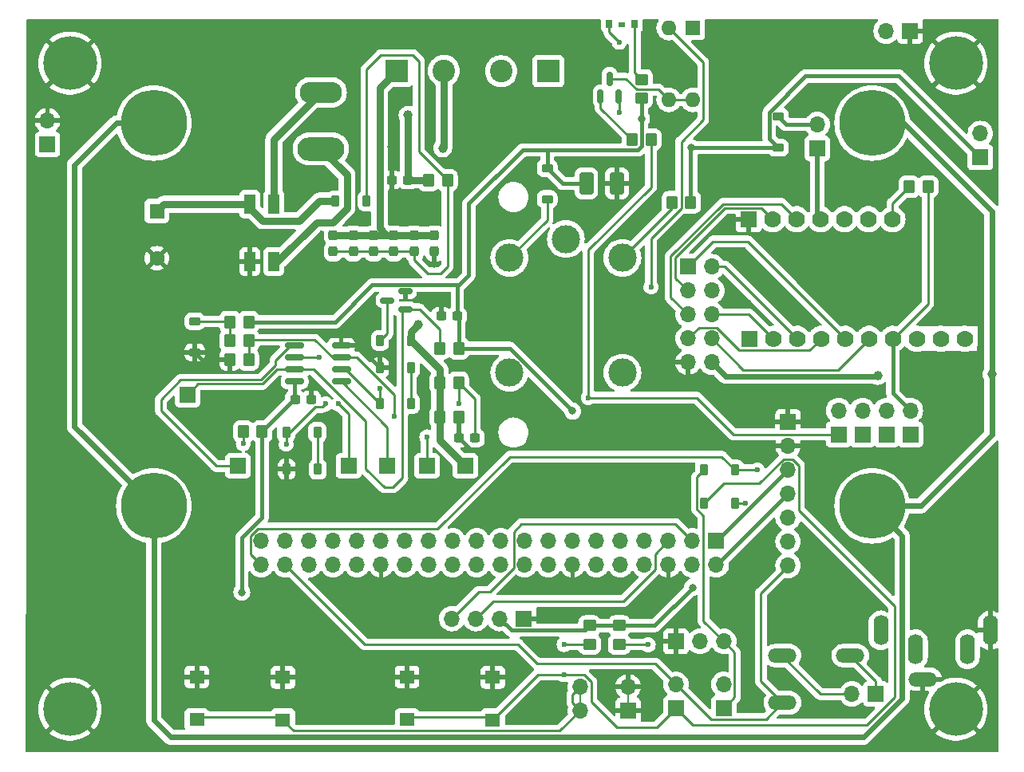
<source format=gbr>
%TF.GenerationSoftware,KiCad,Pcbnew,7.0.2*%
%TF.CreationDate,2024-06-24T19:42:10-07:00*%
%TF.ProjectId,MK-KS-MkIV.kicad_pro,4d4b2d4b-532d-44d6-9b49-562e6b696361,1.0*%
%TF.SameCoordinates,PX3a67068PY9f701d0*%
%TF.FileFunction,Copper,L1,Top*%
%TF.FilePolarity,Positive*%
%FSLAX46Y46*%
G04 Gerber Fmt 4.6, Leading zero omitted, Abs format (unit mm)*
G04 Created by KiCad (PCBNEW 7.0.2) date 2024-06-24 19:42:10*
%MOMM*%
%LPD*%
G01*
G04 APERTURE LIST*
G04 Aperture macros list*
%AMRoundRect*
0 Rectangle with rounded corners*
0 $1 Rounding radius*
0 $2 $3 $4 $5 $6 $7 $8 $9 X,Y pos of 4 corners*
0 Add a 4 corners polygon primitive as box body*
4,1,4,$2,$3,$4,$5,$6,$7,$8,$9,$2,$3,0*
0 Add four circle primitives for the rounded corners*
1,1,$1+$1,$2,$3*
1,1,$1+$1,$4,$5*
1,1,$1+$1,$6,$7*
1,1,$1+$1,$8,$9*
0 Add four rect primitives between the rounded corners*
20,1,$1+$1,$2,$3,$4,$5,0*
20,1,$1+$1,$4,$5,$6,$7,0*
20,1,$1+$1,$6,$7,$8,$9,0*
20,1,$1+$1,$8,$9,$2,$3,0*%
G04 Aperture macros list end*
%TA.AperFunction,EtchedComponent*%
%ADD10C,0.200000*%
%TD*%
%TA.AperFunction,SMDPad,CuDef*%
%ADD11RoundRect,0.225000X0.225000X0.375000X-0.225000X0.375000X-0.225000X-0.375000X0.225000X-0.375000X0*%
%TD*%
%TA.AperFunction,SMDPad,CuDef*%
%ADD12RoundRect,0.250000X-0.350000X-0.450000X0.350000X-0.450000X0.350000X0.450000X-0.350000X0.450000X0*%
%TD*%
%TA.AperFunction,SMDPad,CuDef*%
%ADD13RoundRect,0.237500X0.237500X-0.300000X0.237500X0.300000X-0.237500X0.300000X-0.237500X-0.300000X0*%
%TD*%
%TA.AperFunction,ComponentPad*%
%ADD14R,1.700000X1.700000*%
%TD*%
%TA.AperFunction,ComponentPad*%
%ADD15O,1.700000X1.700000*%
%TD*%
%TA.AperFunction,ComponentPad*%
%ADD16C,3.000000*%
%TD*%
%TA.AperFunction,ComponentPad*%
%ADD17O,3.016000X1.508000*%
%TD*%
%TA.AperFunction,ComponentPad*%
%ADD18C,3.600000*%
%TD*%
%TA.AperFunction,ConnectorPad*%
%ADD19C,5.700000*%
%TD*%
%TA.AperFunction,SMDPad,CuDef*%
%ADD20RoundRect,0.225000X-0.225000X-0.375000X0.225000X-0.375000X0.225000X0.375000X-0.225000X0.375000X0*%
%TD*%
%TA.AperFunction,ComponentPad*%
%ADD21O,1.600000X3.200000*%
%TD*%
%TA.AperFunction,SMDPad,CuDef*%
%ADD22R,1.200000X1.999982*%
%TD*%
%TA.AperFunction,SMDPad,CuDef*%
%ADD23RoundRect,0.225000X0.375000X-0.225000X0.375000X0.225000X-0.375000X0.225000X-0.375000X-0.225000X0*%
%TD*%
%TA.AperFunction,SMDPad,CuDef*%
%ADD24RoundRect,0.250000X0.450000X-0.350000X0.450000X0.350000X-0.450000X0.350000X-0.450000X-0.350000X0*%
%TD*%
%TA.AperFunction,ComponentPad*%
%ADD25R,2.400000X2.400000*%
%TD*%
%TA.AperFunction,ComponentPad*%
%ADD26C,2.400000*%
%TD*%
%TA.AperFunction,SMDPad,CuDef*%
%ADD27RoundRect,0.250000X0.350000X0.450000X-0.350000X0.450000X-0.350000X-0.450000X0.350000X-0.450000X0*%
%TD*%
%TA.AperFunction,ComponentPad*%
%ADD28R,1.600000X1.600000*%
%TD*%
%TA.AperFunction,ComponentPad*%
%ADD29O,1.600000X1.600000*%
%TD*%
%TA.AperFunction,ComponentPad*%
%ADD30R,1.778000X1.778000*%
%TD*%
%TA.AperFunction,ComponentPad*%
%ADD31C,1.778000*%
%TD*%
%TA.AperFunction,SMDPad,CuDef*%
%ADD32R,0.710000X0.900000*%
%TD*%
%TA.AperFunction,SMDPad,CuDef*%
%ADD33R,0.800000X0.600000*%
%TD*%
%TA.AperFunction,SMDPad,CuDef*%
%ADD34RoundRect,0.237500X0.300000X0.237500X-0.300000X0.237500X-0.300000X-0.237500X0.300000X-0.237500X0*%
%TD*%
%TA.AperFunction,ComponentPad*%
%ADD35C,4.700000*%
%TD*%
%TA.AperFunction,ConnectorPad*%
%ADD36C,7.000000*%
%TD*%
%TA.AperFunction,SMDPad,CuDef*%
%ADD37RoundRect,0.250001X-0.499999X-0.924999X0.499999X-0.924999X0.499999X0.924999X-0.499999X0.924999X0*%
%TD*%
%TA.AperFunction,ComponentPad*%
%ADD38C,1.600000*%
%TD*%
%TA.AperFunction,ComponentPad*%
%ADD39O,5.000000X2.500000*%
%TD*%
%TA.AperFunction,ComponentPad*%
%ADD40O,4.500000X2.250000*%
%TD*%
%TA.AperFunction,SMDPad,CuDef*%
%ADD41R,1.600000X1.400000*%
%TD*%
%TA.AperFunction,SMDPad,CuDef*%
%ADD42RoundRect,0.150000X0.150000X-0.587500X0.150000X0.587500X-0.150000X0.587500X-0.150000X-0.587500X0*%
%TD*%
%TA.AperFunction,SMDPad,CuDef*%
%ADD43RoundRect,0.225000X-0.375000X0.225000X-0.375000X-0.225000X0.375000X-0.225000X0.375000X0.225000X0*%
%TD*%
%TA.AperFunction,SMDPad,CuDef*%
%ADD44RoundRect,0.237500X-0.237500X0.300000X-0.237500X-0.300000X0.237500X-0.300000X0.237500X0.300000X0*%
%TD*%
%TA.AperFunction,SMDPad,CuDef*%
%ADD45RoundRect,0.150000X0.587500X0.150000X-0.587500X0.150000X-0.587500X-0.150000X0.587500X-0.150000X0*%
%TD*%
%TA.AperFunction,SMDPad,CuDef*%
%ADD46RoundRect,0.150000X0.825000X0.150000X-0.825000X0.150000X-0.825000X-0.150000X0.825000X-0.150000X0*%
%TD*%
%TA.AperFunction,SMDPad,CuDef*%
%ADD47RoundRect,0.237500X-0.300000X-0.237500X0.300000X-0.237500X0.300000X0.237500X-0.300000X0.237500X0*%
%TD*%
%TA.AperFunction,ViaPad*%
%ADD48C,0.800000*%
%TD*%
%TA.AperFunction,ViaPad*%
%ADD49C,0.600000*%
%TD*%
%TA.AperFunction,ViaPad*%
%ADD50C,1.000000*%
%TD*%
%TA.AperFunction,Conductor*%
%ADD51C,0.400000*%
%TD*%
%TA.AperFunction,Conductor*%
%ADD52C,0.800000*%
%TD*%
%TA.AperFunction,Conductor*%
%ADD53C,0.250000*%
%TD*%
%TA.AperFunction,Conductor*%
%ADD54C,0.600000*%
%TD*%
%TA.AperFunction,Conductor*%
%ADD55C,0.500000*%
%TD*%
G04 APERTURE END LIST*
D10*
%TO.C,SW1*%
X59222600Y635800D02*
X59222600Y1651800D01*
X54142600Y635800D02*
X54142600Y1651800D01*
%TD*%
D11*
%TO.P,D7,1,K*%
%TO.N,Net-(D7-K)*%
X36181200Y32435600D03*
%TO.P,D7,2,A*%
%TO.N,/LOOP_STATE*%
X32881200Y32435600D03*
%TD*%
D12*
%TO.P,R12,1*%
%TO.N,/SNDR_EN-*%
X39228000Y38312667D03*
%TO.P,R12,2*%
%TO.N,+5V*%
X41228000Y38312667D03*
%TD*%
D13*
%TO.P,C7,1*%
%TO.N,Net-(D3-A)*%
X36508400Y48591300D03*
%TO.P,C7,2*%
%TO.N,/LP1*%
X36508400Y50316300D03*
%TD*%
D14*
%TO.P,J6,1,Pin_1*%
%TO.N,GND*%
X48130600Y9626800D03*
D15*
%TO.P,J6,2,Pin_2*%
%TO.N,+3.3V*%
X45590600Y9626800D03*
%TO.P,J6,3,Pin_3*%
%TO.N,/SCL*%
X43050600Y9626800D03*
%TO.P,J6,4,Pin_4*%
%TO.N,/SDA*%
X40510600Y9626800D03*
%TD*%
D14*
%TO.P,J1,1,Pin_1*%
%TO.N,GND*%
X76174600Y30486800D03*
D15*
%TO.P,J1,2,Pin_2*%
X76174600Y27946800D03*
%TO.P,J1,3,Pin_3*%
%TO.N,+3.3V*%
X76174600Y25406800D03*
%TO.P,J1,4,Pin_4*%
%TO.N,+5V*%
X76174600Y22866800D03*
%TO.P,J1,5,Pin_5*%
%TO.N,/SNDR_EN*%
X76174600Y20326800D03*
%TO.P,J1,6,Pin_6*%
%TO.N,/KEY_PDL_DOT-*%
X76174600Y17786800D03*
%TO.P,J1,7,Pin_7*%
%TO.N,/PDL_DASH-*%
X76174600Y15246800D03*
%TD*%
D16*
%TO.P,RLY1,11*%
%TO.N,unconnected-(RLY1-Pad11)*%
X52609000Y49924000D03*
%TO.P,RLY1,12*%
%TO.N,unconnected-(RLY1-Pad12)*%
X58609000Y35724000D03*
%TO.P,RLY1,14*%
%TO.N,unconnected-(RLY1-Pad14)*%
X46609000Y35724000D03*
%TO.P,RLY1,A1*%
%TO.N,/SER*%
X46609000Y47924000D03*
%TO.P,RLY1,A2*%
%TO.N,Net-(R5-Pad2)*%
X58609000Y47924000D03*
%TD*%
D14*
%TO.P,TP5,1,Pin_1*%
%TO.N,/KOB_KEY-*%
X33649200Y25830800D03*
%TD*%
D17*
%TO.P,J3,1*%
%TO.N,GND*%
X90482000Y3185000D03*
%TO.P,J3,2*%
%TO.N,/KEY_PDL-*%
X75582000Y5685000D03*
%TO.P,J3,3*%
%TO.N,/PDL_DASH-*%
X75582000Y685000D03*
%TO.P,J3,4*%
%TO.N,/KOB_KEY-*%
X82782000Y5685000D03*
%TD*%
D13*
%TO.P,C5,1*%
%TO.N,Net-(D3-A)*%
X32208000Y48591300D03*
%TO.P,C5,2*%
%TO.N,/LP1*%
X32208000Y50316300D03*
%TD*%
D18*
%TO.P,M_KSI4,1,1*%
%TO.N,GND*%
X0Y0D03*
D19*
X0Y0D03*
%TD*%
D20*
%TO.P,D3,1,K*%
%TO.N,/LOOP_PWR*%
X28169000Y53949000D03*
%TO.P,D3,2,A*%
%TO.N,Net-(D3-A)*%
X31469000Y53949000D03*
%TD*%
D21*
%TO.P,J7,1*%
%TO.N,GND*%
X97610000Y8375000D03*
%TO.P,J7,2*%
%TO.N,/KEY_PDL-*%
X95210000Y6375000D03*
%TO.P,J7,3*%
%TO.N,/PDL_DASH-*%
X89710000Y6375000D03*
%TO.P,J7,4*%
%TO.N,/KOB_KEY-*%
X86010000Y8375000D03*
%TD*%
D14*
%TO.P,JP3,1,A*%
%TO.N,/DASH-*%
X64280600Y112800D03*
D15*
%TO.P,JP3,2,B*%
%TO.N,/PDL_DASH-*%
X64280600Y2652800D03*
%TD*%
D22*
%TO.P,D1,1*%
%TO.N,/LPI_B*%
X21627000Y53611000D03*
%TO.P,D1,2*%
%TO.N,/LPI_A*%
X21627000Y47511000D03*
%TO.P,D1,3,+*%
%TO.N,/LOOP_PWR*%
X19087000Y53611000D03*
%TO.P,D1,4,-*%
%TO.N,GND*%
X19087000Y47511000D03*
%TD*%
D23*
%TO.P,D12,1,K*%
%TO.N,+5V*%
X75149600Y59617300D03*
%TO.P,D12,2,A*%
%TO.N,/V5I*%
X75149600Y62917300D03*
%TD*%
D14*
%TO.P,JP7,1,A*%
%TO.N,+3.3V*%
X89151600Y29171800D03*
D15*
%TO.P,JP7,2,B*%
%TO.N,/V3.3I*%
X89151600Y31711800D03*
%TD*%
D24*
%TO.P,R13,1*%
%TO.N,/DOT-*%
X58265600Y6873800D03*
%TO.P,R13,2*%
%TO.N,+3.3V*%
X58265600Y8873800D03*
%TD*%
D25*
%TO.P,ST1,1,Pin_1*%
%TO.N,/LP1*%
X34672000Y67785000D03*
D26*
%TO.P,ST1,2,Pin_2*%
%TO.N,/LP2*%
X39672000Y67785000D03*
%TD*%
D23*
%TO.P,D6,1,K*%
%TO.N,GND*%
X13218600Y37876800D03*
%TO.P,D6,2,A*%
%TO.N,Net-(D6-A)*%
X13218600Y41176800D03*
%TD*%
D14*
%TO.P,TP6,1,Pin_1*%
%TO.N,/SNDR_EN-*%
X12465000Y33387000D03*
%TD*%
D20*
%TO.P,D11,1,K*%
%TO.N,/DOT-*%
X67267100Y25390800D03*
%TO.P,D11,2,A*%
%TO.N,/KEY_PDL_DOT-*%
X70567100Y25390800D03*
%TD*%
D27*
%TO.P,R9,1*%
%TO.N,+3.3V*%
X20380600Y29484800D03*
%TO.P,R9,2*%
%TO.N,Net-(D5-A)*%
X18380600Y29484800D03*
%TD*%
D28*
%TO.P,SW4,1*%
%TO.N,/SEL*%
X66056000Y72318000D03*
D29*
%TO.P,SW4,2*%
%TO.N,/SER*%
X63516000Y72318000D03*
%TO.P,SW4,3*%
%TO.N,/SLG-C*%
X63516000Y64698000D03*
%TO.P,SW4,4*%
X66056000Y64698000D03*
%TD*%
D13*
%TO.P,C4,1*%
%TO.N,Net-(D3-A)*%
X30057800Y48591300D03*
%TO.P,C4,2*%
%TO.N,/LP1*%
X30057800Y50316300D03*
%TD*%
D20*
%TO.P,D8,1,K*%
%TO.N,GND*%
X32881200Y36272600D03*
%TO.P,D8,2,A*%
%TO.N,Net-(D7-K)*%
X36181200Y36272600D03*
%TD*%
D30*
%TO.P,U1,1L,GND*%
%TO.N,GND*%
X72004600Y52028800D03*
%TO.P,U1,1R,RTS*%
%TO.N,/RTS*%
X72050600Y39328800D03*
D31*
%TO.P,U1,2L,TXD*%
%TO.N,/TXD*%
X74544600Y52028800D03*
%TO.P,U1,2R,CTS*%
%TO.N,/CTS*%
X74590600Y39328800D03*
%TO.P,U1,3L,RXD*%
%TO.N,/RXD*%
X77084600Y52028800D03*
%TO.P,U1,3R,DSR*%
%TO.N,/DSR*%
X77130600Y39328800D03*
%TO.P,U1,4L,VBUS*%
%TO.N,/VBUS*%
X79624600Y52028800D03*
%TO.P,U1,4R,DTR*%
%TO.N,/DTR*%
X79670600Y39328800D03*
%TO.P,U1,5L,CBUS0*%
%TO.N,unconnected-(U1-CBUS0-Pad5L)*%
X82164600Y52028800D03*
%TO.P,U1,5R,DCD*%
%TO.N,Net-(J4-Pin_1)*%
X82210600Y39328800D03*
%TO.P,U1,6L,CBUS3*%
%TO.N,unconnected-(U1-CBUS3-Pad6L)*%
X84704600Y52028800D03*
%TO.P,U1,6R,RI*%
%TO.N,/RI*%
X84750600Y39328800D03*
%TO.P,U1,7L,Reset#*%
%TO.N,/RESET-*%
X87244600Y52028800D03*
%TO.P,U1,7R,3V3*%
%TO.N,/V3.3I*%
X87290600Y39328800D03*
%TO.P,U1,V1*%
%TO.N,N/C*%
X94910600Y39328800D03*
%TO.P,U1,V2*%
X92370600Y39328800D03*
%TO.P,U1,V3*%
X89830600Y39328800D03*
%TD*%
D14*
%TO.P,TP1,1,Pin_1*%
%TO.N,/LP2*%
X41923600Y25830800D03*
%TD*%
D32*
%TO.P,LED1,1,K*%
%TO.N,/SEL*%
X57197000Y72794000D03*
%TO.P,LED1,2,A*%
%TO.N,Net-(LED1-A)*%
X59897000Y72794000D03*
D33*
%TO.P,LED1,3*%
%TO.N,N/C*%
X58547000Y72644000D03*
%TD*%
D34*
%TO.P,C10,1*%
%TO.N,GND*%
X25586500Y32880000D03*
%TO.P,C10,2*%
%TO.N,+3.3V*%
X23861500Y32880000D03*
%TD*%
D27*
%TO.P,R11,1*%
%TO.N,GND*%
X41228000Y31038000D03*
%TO.P,R11,2*%
%TO.N,/LP2*%
X39228000Y31038000D03*
%TD*%
%TO.P,R2,1*%
%TO.N,/SNDR_EN*%
X61638600Y60464800D03*
%TO.P,R2,2*%
%TO.N,Net-(Q2-B)*%
X59638600Y60464800D03*
%TD*%
D14*
%TO.P,OPa1,1,Pin_1*%
%TO.N,+5V*%
X96577600Y58585800D03*
D15*
%TO.P,OPa1,2,Pin_2*%
%TO.N,/LOOP_PWR*%
X96577600Y61125800D03*
%TD*%
D12*
%TO.P,R1,1*%
%TO.N,/RESET-*%
X89020600Y55469800D03*
%TO.P,R1,2*%
%TO.N,/V3.3I*%
X91020600Y55469800D03*
%TD*%
D14*
%TO.P,TP2,1,Pin_1*%
%TO.N,/SNDR_EN*%
X17811200Y25830800D03*
%TD*%
D12*
%TO.P,R10,1*%
%TO.N,/LP2*%
X39228000Y34675334D03*
%TO.P,R10,2*%
%TO.N,/LOOP_STATE*%
X41228000Y34675334D03*
%TD*%
D18*
%TO.P,M_KSI1,1,1*%
%TO.N,GND*%
X0Y68580000D03*
D19*
X0Y68580000D03*
%TD*%
D14*
%TO.P,OP1,1,A*%
%TO.N,GND*%
X64288600Y7199800D03*
D15*
%TO.P,OP1,2,C*%
%TO.N,/SLG*%
X66828600Y7199800D03*
%TO.P,OP1,3,B*%
%TO.N,/DOT-*%
X69368600Y7199800D03*
%TD*%
D14*
%TO.P,TP4,1,Pin_1*%
%TO.N,/LOOP_STATE*%
X29548600Y25830800D03*
%TD*%
D12*
%TO.P,R8,1*%
%TO.N,GND*%
X16957600Y37105800D03*
%TO.P,R8,2*%
%TO.N,/OFFSET_REF_V*%
X18957600Y37105800D03*
%TD*%
D13*
%TO.P,C3,1*%
%TO.N,Net-(D3-A)*%
X27907600Y48591300D03*
%TO.P,C3,2*%
%TO.N,/LP1*%
X27907600Y50316300D03*
%TD*%
D34*
%TO.P,C2,1*%
%TO.N,/LOOP_PWR*%
X35861100Y56172800D03*
%TO.P,C2,2*%
%TO.N,GND*%
X34136100Y56172800D03*
%TD*%
D20*
%TO.P,D4,1,K*%
%TO.N,GND*%
X22980600Y25477800D03*
%TO.P,D4,2,A*%
%TO.N,Net-(D4-A)*%
X26280600Y25477800D03*
%TD*%
D14*
%TO.P,JP6,1,A*%
%TO.N,/KEY_PDL_DOT-*%
X86611600Y29171800D03*
D15*
%TO.P,JP6,2,B*%
%TO.N,/DSR*%
X86611600Y31711800D03*
%TD*%
D27*
%TO.P,R7,1*%
%TO.N,/OFFSET_REF_V*%
X18957600Y39107800D03*
%TO.P,R7,2*%
%TO.N,Net-(D6-A)*%
X16957600Y39107800D03*
%TD*%
D35*
%TO.P,SHLD-1,1,1*%
%TO.N,Earth*%
X8890000Y62230000D03*
D36*
X8890000Y62230000D03*
%TD*%
D37*
%TO.P,C12,1*%
%TO.N,+5V*%
X54767000Y55830000D03*
%TO.P,C12,2*%
%TO.N,GND*%
X58017000Y55830000D03*
%TD*%
D12*
%TO.P,R14,1*%
%TO.N,/LOOP_PWR*%
X38036600Y56170800D03*
%TO.P,R14,2*%
%TO.N,Net-(D3-A)*%
X40036600Y56170800D03*
%TD*%
D35*
%TO.P,SHLD-2,1,1*%
%TO.N,Earth*%
X85090000Y62230000D03*
D36*
X85090000Y62230000D03*
%TD*%
D15*
%TO.P,SW1,1,A*%
%TO.N,GND*%
X59222600Y2413800D03*
D14*
X59222600Y-126200D03*
D15*
%TO.P,SW1,2,B*%
%TO.N,/DOT-*%
X54142600Y2413800D03*
X54142600Y-126200D03*
%TD*%
D28*
%TO.P,C1,1*%
%TO.N,/LOOP_PWR*%
X9214000Y52878651D03*
D38*
%TO.P,C1,2*%
%TO.N,GND*%
X9214000Y47878651D03*
%TD*%
D24*
%TO.P,R4,1*%
%TO.N,+5V*%
X60638600Y64862800D03*
%TO.P,R4,2*%
%TO.N,Net-(LED1-A)*%
X60638600Y66862800D03*
%TD*%
D14*
%TO.P,JP2,1,A*%
%TO.N,/DOT-*%
X69350600Y112800D03*
D15*
%TO.P,JP2,2,B*%
%TO.N,/KEY_PDL-*%
X69350600Y2652800D03*
%TD*%
D14*
%TO.P,JP1,1,A*%
%TO.N,/KOB_KEY-*%
X85488600Y1620800D03*
D15*
%TO.P,JP1,2,B*%
%TO.N,/KEY_PDL-*%
X82948600Y1620800D03*
%TD*%
D39*
%TO.P,J2,1,In*%
%TO.N,/LPI_A*%
X26617000Y59490000D03*
D40*
%TO.P,J2,2,Ext*%
%TO.N,/LPI_B*%
X26617000Y65490000D03*
%TD*%
D41*
%TO.P,SW3,1,1*%
%TO.N,GND*%
X35747600Y3413800D03*
X44847600Y3377800D03*
%TO.P,SW3,2,2*%
%TO.N,/DASH-*%
X35747600Y-1086200D03*
X44847600Y-1122200D03*
%TD*%
D14*
%TO.P,J4,1,Pin_1*%
%TO.N,Net-(J4-Pin_1)*%
X65555600Y46990000D03*
D15*
%TO.P,J4,2,Pin_2*%
%TO.N,/TXD*%
X65555600Y44450000D03*
%TO.P,J4,3,Pin_3*%
%TO.N,/RXD*%
X65555600Y41910000D03*
%TO.P,J4,4,Pin_4*%
%TO.N,/DTR*%
X65555600Y39370000D03*
%TO.P,J4,5,Pin_5*%
%TO.N,GND*%
X65555600Y36830000D03*
%TO.P,J4,6,Pin_6*%
%TO.N,/DSR*%
X68095600Y46990000D03*
%TO.P,J4,7,Pin_7*%
%TO.N,/RTS*%
X68095600Y44450000D03*
%TO.P,J4,8,Pin_8*%
%TO.N,/CTS*%
X68095600Y41910000D03*
%TO.P,J4,9,Pin_9*%
%TO.N,/RI*%
X68095600Y39370000D03*
%TO.P,J4,10,Pin_10*%
%TO.N,Earth*%
X68095600Y36830000D03*
%TD*%
D18*
%TO.P,M_KSI2,1,1*%
%TO.N,GND*%
X93980000Y68580000D03*
D19*
X93980000Y68580000D03*
%TD*%
D25*
%TO.P,ST2,1,Pin_1*%
%TO.N,/LOOP_PWR*%
X50740000Y67740000D03*
D26*
%TO.P,ST2,2,Pin_2*%
%TO.N,/LP1*%
X45740000Y67740000D03*
%TD*%
D35*
%TO.P,SHLD-4,1,1*%
%TO.N,Earth*%
X8890000Y21590000D03*
D36*
X8890000Y21590000D03*
%TD*%
D13*
%TO.P,C6,1*%
%TO.N,Net-(D3-A)*%
X34358200Y48591300D03*
%TO.P,C6,2*%
%TO.N,/LP1*%
X34358200Y50316300D03*
%TD*%
D20*
%TO.P,D9,1,K*%
%TO.N,Net-(D9-K)*%
X32881200Y39118800D03*
%TO.P,D9,2,A*%
%TO.N,/LP2*%
X36181200Y39118800D03*
%TD*%
D14*
%TO.P,JP8,1,A*%
%TO.N,/VBUS*%
X79261600Y59553800D03*
D15*
%TO.P,JP8,2,B*%
%TO.N,/V5I*%
X79261600Y62093800D03*
%TD*%
D14*
%TO.P,TP3,1,Pin_1*%
%TO.N,/OFFSET_REF_V*%
X37855600Y25830800D03*
%TD*%
D41*
%TO.P,SW2,1,1*%
%TO.N,GND*%
X13467600Y3413800D03*
X22567600Y3377800D03*
%TO.P,SW2,2,2*%
%TO.N,/DOT-*%
X13467600Y-1086200D03*
X22567600Y-1122200D03*
%TD*%
D24*
%TO.P,R15,1*%
%TO.N,/DASH-*%
X55113600Y6873800D03*
%TO.P,R15,2*%
%TO.N,+3.3V*%
X55113600Y8873800D03*
%TD*%
D20*
%TO.P,D10,1,K*%
%TO.N,/DASH-*%
X67267100Y21841800D03*
%TO.P,D10,2,A*%
%TO.N,/PDL_DASH-*%
X70567100Y21841800D03*
%TD*%
D12*
%TO.P,R6,1*%
%TO.N,Net-(D6-A)*%
X16957600Y41109800D03*
%TO.P,R6,2*%
%TO.N,+5V*%
X18957600Y41109800D03*
%TD*%
D42*
%TO.P,Q2,1,B*%
%TO.N,Net-(Q2-B)*%
X56284600Y65052300D03*
%TO.P,Q2,2,E*%
%TO.N,/SLG*%
X58184600Y65052300D03*
%TO.P,Q2,3,C*%
%TO.N,/SLG-C*%
X57234600Y66927300D03*
%TD*%
D14*
%TO.P,JP10,1,A*%
%TO.N,/LOOP_PWR*%
X-2387000Y59961000D03*
D15*
%TO.P,JP10,2,B*%
%TO.N,GND*%
X-2387000Y62501000D03*
%TD*%
D43*
%TO.P,D2,1,K*%
%TO.N,+5V*%
X50625000Y57457500D03*
%TO.P,D2,2,A*%
%TO.N,/SER*%
X50625000Y54157500D03*
%TD*%
D27*
%TO.P,R5,1*%
%TO.N,+5V*%
X65850000Y53821000D03*
%TO.P,R5,2*%
%TO.N,Net-(R5-Pad2)*%
X63850000Y53821000D03*
%TD*%
D18*
%TO.P,M_KSI3,1,1*%
%TO.N,GND*%
X93980000Y0D03*
D19*
X93980000Y0D03*
%TD*%
D14*
%TO.P,JP9,1,A*%
%TO.N,GND*%
X89125000Y72011000D03*
D15*
%TO.P,JP9,2,B*%
%TO.N,Earth*%
X86585000Y72011000D03*
%TD*%
D14*
%TO.P,JP5,1,A*%
%TO.N,/PDL_DASH-*%
X84071600Y29171800D03*
D15*
%TO.P,JP5,2,B*%
%TO.N,/CTS*%
X84071600Y31711800D03*
%TD*%
D44*
%TO.P,C8,1*%
%TO.N,/LP1*%
X38658600Y50316300D03*
%TO.P,C8,2*%
%TO.N,GND*%
X38658600Y48591300D03*
%TD*%
D14*
%TO.P,JP4,1,A*%
%TO.N,/SNDR_EN*%
X81531600Y29171800D03*
D15*
%TO.P,JP4,2,B*%
%TO.N,/RTS*%
X81531600Y31711800D03*
%TD*%
D35*
%TO.P,SHLD-3,1,1*%
%TO.N,Earth*%
X85090000Y21590000D03*
D36*
X85090000Y21590000D03*
%TD*%
D45*
%TO.P,Q1,1,G*%
%TO.N,/SNDR_EN-*%
X35552600Y42457800D03*
%TO.P,Q1,2,S*%
%TO.N,GND*%
X35552600Y44357800D03*
%TO.P,Q1,3,D*%
%TO.N,Net-(D9-K)*%
X33677600Y43407800D03*
%TD*%
D11*
%TO.P,D5,1,K*%
%TO.N,Net-(D4-A)*%
X26235600Y29381800D03*
%TO.P,D5,2,A*%
%TO.N,Net-(D5-A)*%
X22935600Y29381800D03*
%TD*%
D34*
%TO.P,C11,1*%
%TO.N,/LOOP_STATE*%
X42962500Y28794000D03*
%TO.P,C11,2*%
%TO.N,GND*%
X41237500Y28794000D03*
%TD*%
D46*
%TO.P,U4,1,1OUT*%
%TO.N,/KOB_KEY-*%
X28774600Y34812800D03*
%TO.P,U4,2*%
%TO.N,/LOOP_STATE*%
X28774600Y36082800D03*
%TO.P,U4,3*%
%TO.N,/OFFSET_REF_V*%
X28774600Y37352800D03*
%TO.P,U4,4,GND*%
%TO.N,GND*%
X28774600Y38622800D03*
%TO.P,U4,5,2IN+*%
%TO.N,/SNDR_EN*%
X23824600Y38622800D03*
%TO.P,U4,6,2IN-*%
%TO.N,Net-(D5-A)*%
X23824600Y37352800D03*
%TO.P,U4,7,2OUT*%
%TO.N,/SNDR_EN-*%
X23824600Y36082800D03*
%TO.P,U4,8,VCC*%
%TO.N,+3.3V*%
X23824600Y34812800D03*
%TD*%
D47*
%TO.P,C9,1*%
%TO.N,GND*%
X39365500Y41730000D03*
%TO.P,C9,2*%
%TO.N,+5V*%
X41090500Y41730000D03*
%TD*%
D14*
%TO.P,J5,1,P3V3*%
%TO.N,+3.3V*%
X68561600Y17874800D03*
D15*
%TO.P,J5,2,P5V*%
%TO.N,+5V*%
X68561600Y15334800D03*
%TO.P,J5,3,BCM2*%
%TO.N,/SDA*%
X66021600Y17874800D03*
%TO.P,J5,4,P5V*%
%TO.N,+5V*%
X66021600Y15334800D03*
%TO.P,J5,5,BCM3*%
%TO.N,/SCL*%
X63481600Y17874800D03*
%TO.P,J5,6,GND*%
%TO.N,GND*%
X63481600Y15334800D03*
%TO.P,J5,7,BCM4*%
%TO.N,unconnected-(J5-BCM4-Pad7)*%
X60941600Y17874800D03*
%TO.P,J5,8,BCM14*%
%TO.N,unconnected-(J5-BCM14-Pad8)*%
X60941600Y15334800D03*
%TO.P,J5,9,GND*%
%TO.N,GND*%
X58401600Y17874800D03*
%TO.P,J5,10,BCM15*%
%TO.N,unconnected-(J5-BCM15-Pad10)*%
X58401600Y15334800D03*
%TO.P,J5,11,BCM17*%
%TO.N,unconnected-(J5-BCM17-Pad11)*%
X55861600Y17874800D03*
%TO.P,J5,12,BCM18*%
%TO.N,unconnected-(J5-BCM18-Pad12)*%
X55861600Y15334800D03*
%TO.P,J5,13,BCM27*%
%TO.N,unconnected-(J5-BCM27-Pad13)*%
X53321600Y17874800D03*
%TO.P,J5,14,GND*%
%TO.N,GND*%
X53321600Y15334800D03*
%TO.P,J5,15,BCM22*%
%TO.N,unconnected-(J5-BCM22-Pad15)*%
X50781600Y17874800D03*
%TO.P,J5,16,BCM23*%
%TO.N,unconnected-(J5-BCM23-Pad16)*%
X50781600Y15334800D03*
%TO.P,J5,17,P3V3*%
%TO.N,unconnected-(J5-P3V3-Pad17)*%
X48241600Y17874800D03*
%TO.P,J5,18,BCM24*%
%TO.N,unconnected-(J5-BCM24-Pad18)*%
X48241600Y15334800D03*
%TO.P,J5,19,BCM10*%
%TO.N,unconnected-(J5-BCM10-Pad19)*%
X45701600Y17874800D03*
%TO.P,J5,20,GND*%
%TO.N,GND*%
X45701600Y15334800D03*
%TO.P,J5,21,BCM9*%
%TO.N,unconnected-(J5-BCM9-Pad21)*%
X43161600Y17874800D03*
%TO.P,J5,22,BCM25*%
%TO.N,unconnected-(J5-BCM25-Pad22)*%
X43161600Y15334800D03*
%TO.P,J5,23,BCM11*%
%TO.N,unconnected-(J5-BCM11-Pad23)*%
X40621600Y17874800D03*
%TO.P,J5,24,BCM8*%
%TO.N,unconnected-(J5-BCM8-Pad24)*%
X40621600Y15334800D03*
%TO.P,J5,25,GND*%
%TO.N,GND*%
X38081600Y17874800D03*
%TO.P,J5,26,BCM7*%
%TO.N,unconnected-(J5-BCM7-Pad26)*%
X38081600Y15334800D03*
%TO.P,J5,27,BCM0*%
%TO.N,unconnected-(J5-BCM0-Pad27)*%
X35541600Y17874800D03*
%TO.P,J5,28,BCM1*%
%TO.N,unconnected-(J5-BCM1-Pad28)*%
X35541600Y15334800D03*
%TO.P,J5,29,BCM5*%
%TO.N,unconnected-(J5-BCM5-Pad29)*%
X33001600Y17874800D03*
%TO.P,J5,30,GND*%
%TO.N,GND*%
X33001600Y15334800D03*
%TO.P,J5,31,BCM6*%
%TO.N,unconnected-(J5-BCM6-Pad31)*%
X30461600Y17874800D03*
%TO.P,J5,32,BCM12*%
%TO.N,unconnected-(J5-BCM12-Pad32)*%
X30461600Y15334800D03*
%TO.P,J5,33,BCM13*%
%TO.N,unconnected-(J5-BCM13-Pad33)*%
X27921600Y17874800D03*
%TO.P,J5,34,GND*%
%TO.N,unconnected-(J5-GND-Pad34)*%
X27921600Y15334800D03*
%TO.P,J5,35,BCM19*%
%TO.N,unconnected-(J5-BCM19-Pad35)*%
X25381600Y17874800D03*
%TO.P,J5,36,BCM16*%
%TO.N,unconnected-(J5-BCM16-Pad36)*%
X25381600Y15334800D03*
%TO.P,J5,37,BCM26*%
%TO.N,/SNDR_EN*%
X22841600Y17874800D03*
%TO.P,J5,38,BCM20*%
%TO.N,/PDL_DASH-*%
X22841600Y15334800D03*
%TO.P,J5,39,GND*%
%TO.N,GND*%
X20301600Y17874800D03*
%TO.P,J5,40,BCM21*%
%TO.N,/KEY_PDL_DOT-*%
X20301600Y15334800D03*
%TD*%
D48*
%TO.N,GND*%
X44837000Y5252000D03*
X34145000Y54802000D03*
D49*
X70539000Y69432000D03*
D48*
X22564000Y5263000D03*
D49*
X83485000Y46589000D03*
D48*
X93566000Y37029000D03*
X63913000Y23468000D03*
X71941000Y43096000D03*
X44690000Y23420000D03*
D49*
X68547000Y56459000D03*
D48*
X22980000Y23451000D03*
X48026000Y25681000D03*
X78188000Y8202000D03*
X14850000Y37111000D03*
X34103000Y59685000D03*
X54913000Y23469000D03*
X73007000Y14868000D03*
D49*
X58777000Y23418000D03*
D48*
X21793000Y34241000D03*
X71941000Y47101000D03*
X13469000Y5257000D03*
D49*
X80376000Y-44000D03*
D48*
X80985000Y12925000D03*
X35799000Y9522000D03*
X25601000Y34253000D03*
X44829000Y27453000D03*
X35739000Y5263000D03*
X38668000Y47229000D03*
X70267000Y12575000D03*
D49*
X63491000Y69421000D03*
D48*
X61775000Y11784000D03*
X49748000Y539000D03*
X93566000Y32925000D03*
X38672000Y43531000D03*
X93578000Y21030000D03*
X31083000Y38051000D03*
D50*
%TO.N,/LOOP_PWR*%
X35859000Y63062000D03*
D48*
%TO.N,+5V*%
X53313000Y31648000D03*
X60629000Y62673000D03*
X65885000Y59617300D03*
D50*
%TO.N,/LP2*%
X39527000Y59582000D03*
X36939000Y40846000D03*
D49*
%TO.N,/OFFSET_REF_V*%
X37860000Y28898000D03*
X34411000Y31123000D03*
%TO.N,/LOOP_STATE*%
X28486000Y32410000D03*
X41229000Y32489000D03*
X32886000Y34053000D03*
D48*
%TO.N,+3.3V*%
X18229000Y12426000D03*
X66028000Y12935000D03*
D49*
%TO.N,/SNDR_EN*%
X54983000Y33075801D03*
%TO.N,/PDL_DASH-*%
X71689420Y21882580D03*
%TO.N,/KEY_PDL_DOT-*%
X72905000Y25396000D03*
%TO.N,Net-(D5-A)*%
X27096000Y32410000D03*
X18390000Y28194000D03*
X26459000Y37361000D03*
X22931000Y28157000D03*
%TO.N,/DASH-*%
X52430000Y3670000D03*
X52419000Y6876000D03*
%TO.N,/DOT-*%
X61344000Y6843000D03*
D50*
%TO.N,Earth*%
X97792000Y35552000D03*
X85680000Y35440000D03*
D49*
%TO.N,/SER*%
X61633000Y44841000D03*
%TO.N,/SLG*%
X58239000Y63373000D03*
%TO.N,/SEL*%
X58268000Y70811000D03*
%TD*%
D51*
%TO.N,GND*%
X32881200Y36272600D02*
X31102800Y38051000D01*
X44739000Y23469000D02*
X44690000Y23420000D01*
X31083000Y38070800D02*
X30531000Y38622800D01*
X22980600Y25477800D02*
X22980600Y23451600D01*
X22567600Y3377800D02*
X22567600Y5259400D01*
X31102800Y38051000D02*
X31083000Y38051000D01*
X41237500Y28794000D02*
X42578500Y27453000D01*
X63481600Y15334800D02*
X63481600Y13490600D01*
X54913000Y23469000D02*
X44739000Y23469000D01*
X44847600Y5241400D02*
X44837000Y5252000D01*
X38658600Y48591300D02*
X38658600Y47238400D01*
X33001600Y15334800D02*
X33001600Y12319400D01*
X72560000Y14868000D02*
X70267000Y12575000D01*
X25586500Y32880000D02*
X25586500Y34238500D01*
X35747600Y5254400D02*
X35739000Y5263000D01*
X54938000Y23444000D02*
X54913000Y23469000D01*
X14855200Y37105800D02*
X14850000Y37111000D01*
X22567600Y5259400D02*
X22564000Y5263000D01*
X14844800Y37105800D02*
X13989600Y37105800D01*
X38658600Y47238400D02*
X38668000Y47229000D01*
X44847600Y3377800D02*
X44847600Y5241400D01*
X34136100Y54810900D02*
X34145000Y54802000D01*
X13989600Y37105800D02*
X13218600Y37876800D01*
X33001600Y12319400D02*
X35799000Y9522000D01*
X31083000Y38051000D02*
X31083000Y38070800D01*
X13467600Y3413800D02*
X13467600Y5255600D01*
X73007000Y14868000D02*
X72560000Y14868000D01*
X41228000Y31038000D02*
X41228000Y28803500D01*
X58751000Y23444000D02*
X54938000Y23444000D01*
X30531000Y38622800D02*
X28774600Y38622800D01*
X13467600Y5255600D02*
X13469000Y5257000D01*
X16957600Y37105800D02*
X14855200Y37105800D01*
X35747600Y3413800D02*
X35747600Y5254400D01*
X34136100Y56172800D02*
X34136100Y54810900D01*
X25586500Y34238500D02*
X25601000Y34253000D01*
X63889000Y23444000D02*
X58803000Y23444000D01*
X63481600Y13490600D02*
X61775000Y11784000D01*
X58777000Y23418000D02*
X58751000Y23444000D01*
X63913000Y23468000D02*
X63889000Y23444000D01*
X42578500Y27453000D02*
X44829000Y27453000D01*
X58803000Y23444000D02*
X58777000Y23418000D01*
X14850000Y37111000D02*
X14844800Y37105800D01*
X93566000Y37029000D02*
X93566000Y32925000D01*
X22980600Y23451600D02*
X22980000Y23451000D01*
D52*
%TO.N,/LOOP_PWR*%
X35861100Y63059900D02*
X35859000Y63062000D01*
X20437000Y51861009D02*
X24359009Y51861009D01*
X38036600Y56170800D02*
X35863100Y56170800D01*
X19087000Y53211009D02*
X20437000Y51861009D01*
X26447000Y53949000D02*
X28169000Y53949000D01*
X24359009Y51861009D02*
X26447000Y53949000D01*
X9946349Y53611000D02*
X9214000Y52878651D01*
X19087000Y53611000D02*
X9946349Y53611000D01*
X35861100Y56172800D02*
X35861100Y63059900D01*
D53*
%TO.N,Net-(D3-A)*%
X34358200Y48591300D02*
X32208000Y48591300D01*
X32997000Y69460000D02*
X36330000Y69460000D01*
X36508400Y47675600D02*
X36508400Y48591300D01*
X31469000Y67932000D02*
X32997000Y69460000D01*
X31469000Y53949000D02*
X31469000Y67932000D01*
X36330000Y69460000D02*
X37015808Y68774192D01*
X40036600Y47008600D02*
X39295000Y46267000D01*
X32208000Y48591300D02*
X30057800Y48591300D01*
X36508400Y48591300D02*
X34358200Y48591300D01*
X37015808Y68774192D02*
X37015808Y59191592D01*
X37015808Y59191592D02*
X40036600Y56170800D01*
X39295000Y46267000D02*
X37917000Y46267000D01*
X37917000Y46267000D02*
X36508400Y47675600D01*
X40036600Y56170800D02*
X40036600Y47008600D01*
X30057800Y48591300D02*
X27907600Y48591300D01*
D51*
%TO.N,+5V*%
X54767000Y55830000D02*
X52252500Y55830000D01*
X74169600Y63392899D02*
X74169600Y60597300D01*
X74169600Y60597300D02*
X75149600Y59617300D01*
X48027800Y59384800D02*
X42304000Y53661000D01*
X42304000Y53661000D02*
X42304000Y46101778D01*
X60629000Y62673000D02*
X60629000Y59764245D01*
X60249555Y59384800D02*
X50668000Y59384800D01*
X65850000Y53821000D02*
X65850000Y59582300D01*
X50668000Y59384800D02*
X48027800Y59384800D01*
X60629000Y62673000D02*
X60629000Y64853200D01*
X41228000Y38312667D02*
X41228000Y41592500D01*
X65885000Y59617300D02*
X75149600Y59617300D01*
X41240022Y45037800D02*
X32072800Y45037800D01*
X65850000Y59582300D02*
X65885000Y59617300D01*
X76174600Y22866800D02*
X68642600Y15334800D01*
X77996701Y67220000D02*
X74169600Y63392899D01*
X52252500Y55830000D02*
X50625000Y57457500D01*
X32072800Y45037800D02*
X28144800Y41109800D01*
X53313000Y31678722D02*
X46679055Y38312667D01*
X41090500Y44888278D02*
X41240022Y45037800D01*
X53313000Y31648000D02*
X53313000Y31678722D01*
X96577600Y58585800D02*
X87943400Y67220000D01*
X50625000Y57457500D02*
X50625000Y59341800D01*
X50625000Y59341800D02*
X50668000Y59384800D01*
X42304000Y46101778D02*
X41240022Y45037800D01*
X41090500Y41730000D02*
X41090500Y44888278D01*
X60629000Y59764245D02*
X60249555Y59384800D01*
X46679055Y38312667D02*
X41228000Y38312667D01*
X87943400Y67220000D02*
X77996701Y67220000D01*
X28144800Y41109800D02*
X18957600Y41109800D01*
D52*
%TO.N,/LP2*%
X39527000Y59582000D02*
X39672000Y59727000D01*
X41923600Y25830800D02*
X39228000Y28526400D01*
X36181200Y39118800D02*
X36181200Y40088200D01*
X39228000Y36072000D02*
X36181200Y39118800D01*
X39228000Y34675334D02*
X39228000Y36072000D01*
X39228000Y31038000D02*
X39228000Y34675334D01*
X39228000Y28526400D02*
X39228000Y31038000D01*
X36181200Y40088200D02*
X36939000Y40846000D01*
X39672000Y59727000D02*
X39672000Y67785000D01*
D51*
%TO.N,/V3.3I*%
X87290600Y39328800D02*
X87290600Y33572800D01*
D53*
X91020600Y43058800D02*
X87290600Y39328800D01*
X91020600Y55469800D02*
X91020600Y43058800D01*
D51*
X87290600Y33572800D02*
X89151600Y31711800D01*
D53*
%TO.N,/OFFSET_REF_V*%
X37855600Y28893600D02*
X37855600Y25830800D01*
X18957600Y37105800D02*
X18957600Y39107800D01*
X19077600Y39227800D02*
X25966200Y39227800D01*
X33136600Y34658000D02*
X34411000Y33383600D01*
X30435200Y37352800D02*
X33130000Y34658000D01*
X34411000Y33383600D02*
X34411000Y31123000D01*
X25966200Y39227800D02*
X27841200Y37352800D01*
X33130000Y34658000D02*
X33136600Y34658000D01*
X28774600Y37352800D02*
X30435200Y37352800D01*
X27841200Y37352800D02*
X28774600Y37352800D01*
X37860000Y28898000D02*
X37855600Y28893600D01*
%TO.N,/LOOP_STATE*%
X42962500Y28794000D02*
X42962500Y32940834D01*
X29548600Y25830800D02*
X29548600Y31347400D01*
X29234000Y36082800D02*
X32881200Y32435600D01*
X42962500Y32940834D02*
X41228000Y34675334D01*
X41228000Y34675334D02*
X41228000Y32490000D01*
X29548600Y31347400D02*
X28486000Y32410000D01*
X41228000Y32490000D02*
X41229000Y32489000D01*
X32886000Y34053000D02*
X32886000Y32440400D01*
%TO.N,/RESET-*%
X89020600Y55469800D02*
X87244600Y53693800D01*
X87244600Y53693800D02*
X87244600Y52028800D01*
D52*
%TO.N,/LP1*%
X33574000Y50316300D02*
X32208000Y50316300D01*
X32848600Y65961600D02*
X32848600Y51041700D01*
X30057800Y50316300D02*
X27907600Y50316300D01*
X34358200Y50316300D02*
X33574000Y50316300D01*
X38658600Y50316300D02*
X36508400Y50316300D01*
X32848600Y51041700D02*
X33574000Y50316300D01*
X34672000Y67785000D02*
X32848600Y65961600D01*
X32208000Y50316300D02*
X30057800Y50316300D01*
X36508400Y50316300D02*
X34358200Y50316300D01*
D53*
%TO.N,/RXD*%
X77084600Y52028800D02*
X75460600Y53652800D01*
X69300288Y53652800D02*
X63732000Y48084512D01*
X63732000Y43733600D02*
X65555600Y41910000D01*
X75460600Y53652800D02*
X69300288Y53652800D01*
X63732000Y48084512D02*
X63732000Y43733600D01*
%TO.N,/TXD*%
X74544600Y52028800D02*
X73350600Y53222800D01*
X69478400Y53222800D02*
X64229000Y47973400D01*
X73350600Y53222800D02*
X69478400Y53222800D01*
X64229000Y47973400D02*
X64229000Y45776600D01*
X64229000Y45776600D02*
X65555600Y44450000D01*
D51*
%TO.N,+3.3V*%
X46820600Y8396800D02*
X54636600Y8396800D01*
X66028000Y12935000D02*
X66028000Y12920000D01*
X20380600Y20363778D02*
X18229000Y18212178D01*
X58265600Y8873800D02*
X55113600Y8873800D01*
X23826000Y32930200D02*
X20380600Y29484800D01*
X20380600Y29484800D02*
X20380600Y20363778D01*
X54636600Y8396800D02*
X55113600Y8873800D01*
X18229000Y18212178D02*
X18229000Y12426000D01*
X23826000Y34811400D02*
X23826000Y32930200D01*
X66028000Y12920000D02*
X61981800Y8873800D01*
X61981800Y8873800D02*
X58265600Y8873800D01*
X76174600Y25406800D02*
X68642600Y17874800D01*
X45590600Y9626800D02*
X46820600Y8396800D01*
D53*
%TO.N,/SNDR_EN*%
X15509200Y25830800D02*
X9647000Y31693000D01*
X9647000Y32879000D02*
X11731021Y34963021D01*
X61638600Y55436600D02*
X61638600Y60464800D01*
X54983000Y48781000D02*
X61638600Y55436600D01*
X11731021Y34963021D02*
X20240888Y34963021D01*
X70379200Y29171800D02*
X81531600Y29171800D01*
X54983000Y33075801D02*
X54983000Y48781000D01*
X20240888Y34963021D02*
X21783000Y36505133D01*
X54983000Y33075801D02*
X66475199Y33075801D01*
X66475199Y33075801D02*
X70379200Y29171800D01*
X21783000Y36505133D02*
X21783000Y36992000D01*
X21783000Y36992000D02*
X23413800Y38622800D01*
X9647000Y31693000D02*
X9647000Y32879000D01*
X17811200Y25830800D02*
X15509200Y25830800D01*
%TO.N,/KEY_PDL-*%
X82948600Y1620800D02*
X79573200Y1620800D01*
X79573200Y1620800D02*
X75582000Y5612000D01*
%TO.N,/PDL_DASH-*%
X49534000Y4857000D02*
X47517200Y6873800D01*
X64280600Y2652800D02*
X62076400Y4857000D01*
X75582000Y685000D02*
X73274600Y2992400D01*
X73274600Y2992400D02*
X73274600Y12314600D01*
X73854800Y-1042200D02*
X75582000Y685000D01*
X62076400Y4857000D02*
X49534000Y4857000D01*
X67975600Y-1042200D02*
X73854800Y-1042200D01*
X73274600Y12314600D02*
X76200000Y15240000D01*
X64280600Y2652800D02*
X67975600Y-1042200D01*
X47517200Y6873800D02*
X31302600Y6873800D01*
X71689420Y21882580D02*
X70607880Y21882580D01*
X31302600Y6873800D02*
X22841600Y15334800D01*
%TO.N,/KOB_KEY-*%
X85488600Y2978400D02*
X82782000Y5685000D01*
X28774600Y34812800D02*
X33649200Y29938200D01*
X33649200Y29938200D02*
X33649200Y25830800D01*
X85488600Y1620800D02*
X85488600Y2978400D01*
%TO.N,Net-(LED1-A)*%
X59897000Y67604400D02*
X59897000Y72794000D01*
X60638600Y66862800D02*
X59897000Y67604400D01*
%TO.N,/SNDR_EN-*%
X25845200Y36082800D02*
X23824600Y36082800D01*
X35256200Y42161400D02*
X35256200Y24563200D01*
X20419000Y34533021D02*
X21968779Y36082800D01*
X31369000Y30559000D02*
X25845200Y36082800D01*
X33357000Y23561000D02*
X31369000Y25549000D01*
X13611021Y34533021D02*
X20419000Y34533021D01*
X35256200Y24563200D02*
X34254000Y23561000D01*
X39228000Y40302000D02*
X37072200Y42457800D01*
X34254000Y23561000D02*
X33357000Y23561000D01*
X12465000Y33387000D02*
X13611021Y34533021D01*
X31369000Y25549000D02*
X31369000Y30559000D01*
X35552600Y42457800D02*
X35256200Y42161400D01*
X39228000Y38312667D02*
X39228000Y40302000D01*
X21968779Y36082800D02*
X23824600Y36082800D01*
X37072200Y42457800D02*
X35552600Y42457800D01*
%TO.N,/KEY_PDL_DOT-*%
X19901000Y19170000D02*
X19146600Y18415600D01*
X46652778Y26807000D02*
X39015778Y19170000D01*
X19146600Y16489800D02*
X20301600Y15334800D01*
X72905000Y25396000D02*
X70572300Y25396000D01*
X70567100Y25390800D02*
X69150900Y26807000D01*
X69150900Y26807000D02*
X46652778Y26807000D01*
X39015778Y19170000D02*
X19901000Y19170000D01*
X19146600Y18415600D02*
X19146600Y16489800D01*
D51*
%TO.N,/V5I*%
X75973100Y62093800D02*
X75149600Y62917300D01*
X79261600Y62093800D02*
X75973100Y62093800D01*
D53*
%TO.N,Net-(D4-A)*%
X26280600Y25477800D02*
X26280600Y29336800D01*
%TO.N,Net-(D5-A)*%
X26786000Y32100000D02*
X27096000Y32410000D01*
X22931000Y28157000D02*
X22935600Y28161600D01*
X22935600Y29381800D02*
X23285800Y29381800D01*
X18380600Y29484800D02*
X18380600Y28203400D01*
X26004000Y32100000D02*
X26786000Y32100000D01*
X22935600Y28161600D02*
X22935600Y29381800D01*
X18380600Y28203400D02*
X18390000Y28194000D01*
X23285800Y29381800D02*
X26004000Y32100000D01*
X26459000Y37361000D02*
X23832800Y37361000D01*
%TO.N,Net-(D6-A)*%
X16957600Y41109800D02*
X16957600Y39107800D01*
X13218600Y41176800D02*
X16890600Y41176800D01*
%TO.N,Net-(D7-K)*%
X36181200Y36272600D02*
X36181200Y32435600D01*
%TO.N,Net-(D9-K)*%
X33677600Y39915200D02*
X32881200Y39118800D01*
X33677600Y43407800D02*
X33677600Y39915200D01*
%TO.N,/DASH-*%
X69395400Y23970100D02*
X73104483Y23970100D01*
X55113600Y6873800D02*
X52421200Y6873800D01*
X66025400Y-1632000D02*
X64280600Y112800D01*
X49639800Y3670000D02*
X44847600Y-1122200D01*
X54519817Y3670000D02*
X52430000Y3670000D01*
X73104483Y23970100D02*
X75696183Y26561800D01*
X52430000Y3670000D02*
X49639800Y3670000D01*
X62233800Y-1934000D02*
X58012000Y-1934000D01*
X35973800Y-860000D02*
X44585400Y-860000D01*
X58012000Y-1934000D02*
X55297600Y780400D01*
X75696183Y26561800D02*
X76653017Y26561800D01*
X87478000Y10948000D02*
X87478000Y1300200D01*
X84545800Y-1632000D02*
X66025400Y-1632000D01*
X77329600Y25885217D02*
X77329600Y21096400D01*
X77329600Y21096400D02*
X87478000Y10948000D01*
X52421200Y6873800D02*
X52419000Y6876000D01*
X55297600Y780400D02*
X55297600Y2892217D01*
X64280600Y112800D02*
X62233800Y-1934000D01*
X55297600Y2892217D02*
X54519817Y3670000D01*
X87478000Y1300200D02*
X84545800Y-1632000D01*
X76653017Y26561800D02*
X77329600Y25885217D01*
X67267100Y21841800D02*
X69395400Y23970100D01*
%TO.N,/DOT-*%
X69350600Y112800D02*
X70505600Y1267800D01*
X70505600Y6062800D02*
X69368600Y7199800D01*
X53292600Y1563800D02*
X54142600Y2413800D01*
X67210000Y9358400D02*
X67210000Y20549367D01*
X22567600Y-1122200D02*
X23745400Y-2300000D01*
X69368600Y7199800D02*
X67210000Y9358400D01*
X61313200Y6873800D02*
X61344000Y6843000D01*
X66512100Y21247267D02*
X66512100Y24635800D01*
X70505600Y1267800D02*
X70505600Y6062800D01*
X53292600Y723800D02*
X53292600Y1563800D01*
X54142600Y-126200D02*
X53292600Y723800D01*
X67210000Y20549367D02*
X66512100Y21247267D01*
X13709800Y-844000D02*
X22289400Y-844000D01*
X66512100Y24635800D02*
X67267100Y25390800D01*
X58265600Y6873800D02*
X61313200Y6873800D01*
X23745400Y-2300000D02*
X51968800Y-2300000D01*
X51968800Y-2300000D02*
X54142600Y-126200D01*
%TO.N,Net-(J4-Pin_1)*%
X68218600Y49653000D02*
X71886400Y49653000D01*
X65555600Y46990000D02*
X68218600Y49653000D01*
X71886400Y49653000D02*
X82210600Y39328800D01*
%TO.N,/DTR*%
X66710600Y40525000D02*
X65555600Y39370000D01*
X68574017Y40525000D02*
X66710600Y40525000D01*
X79670600Y39328800D02*
X78466800Y38125000D01*
X70974017Y38125000D02*
X68574017Y40525000D01*
X78466800Y38125000D02*
X70974017Y38125000D01*
%TO.N,/DSR*%
X68095600Y46990000D02*
X69469400Y46990000D01*
X69469400Y46990000D02*
X77130600Y39328800D01*
%TO.N,/CTS*%
X72009400Y41910000D02*
X68095600Y41910000D01*
X74590600Y39328800D02*
X72009400Y41910000D01*
%TO.N,/RI*%
X71423600Y36042000D02*
X81463800Y36042000D01*
X68095600Y39370000D02*
X71423600Y36042000D01*
X81463800Y36042000D02*
X84750600Y39328800D01*
D54*
%TO.N,Earth*%
X10677000Y-2975000D02*
X8890000Y-1188000D01*
X8890000Y62230000D02*
X4903000Y62230000D01*
X69558600Y35367000D02*
X85607000Y35367000D01*
X97792000Y29114000D02*
X90268000Y21590000D01*
X88278000Y1145606D02*
X84157394Y-2975000D01*
X85607000Y35367000D02*
X85680000Y35440000D01*
X85090000Y62230000D02*
X88413401Y62230000D01*
X8890000Y-1188000D02*
X8890000Y21590000D01*
X84157394Y-2975000D02*
X10677000Y-2975000D01*
X458000Y57785000D02*
X458000Y30022000D01*
X88413401Y62230000D02*
X97792000Y52851401D01*
X4903000Y62230000D02*
X458000Y57785000D01*
X90268000Y21590000D02*
X85090000Y21590000D01*
X88278000Y18402000D02*
X88278000Y1145606D01*
X85090000Y21590000D02*
X88278000Y18402000D01*
X97792000Y35552000D02*
X97792000Y29114000D01*
X97792000Y52851401D02*
X97792000Y35552000D01*
X68095600Y36830000D02*
X69558600Y35367000D01*
X458000Y30022000D02*
X8890000Y21590000D01*
D53*
%TO.N,/SDA*%
X47895000Y19654000D02*
X64242400Y19654000D01*
X47086600Y15005600D02*
X47086600Y18845600D01*
X64242400Y19654000D02*
X66021600Y17874800D01*
X44532000Y12451000D02*
X47086600Y15005600D01*
X47086600Y18845600D02*
X47895000Y19654000D01*
X43334800Y12451000D02*
X44532000Y12451000D01*
X40510600Y9626800D02*
X43334800Y12451000D01*
%TO.N,/SCL*%
X43050600Y9626800D02*
X44899800Y11476000D01*
X58716217Y11476000D02*
X62096600Y14856383D01*
X62096600Y14856383D02*
X62096600Y16489800D01*
X44899800Y11476000D02*
X58716217Y11476000D01*
X62096600Y16489800D02*
X63481600Y17874800D01*
D55*
%TO.N,/VBUS*%
X79261600Y59553800D02*
X79261600Y52391800D01*
D53*
%TO.N,Net-(Q2-B)*%
X56284600Y63818800D02*
X59638600Y60464800D01*
X56284600Y65052300D02*
X56284600Y63818800D01*
D52*
%TO.N,/LPI_B*%
X21627000Y60500000D02*
X26617000Y65490000D01*
X21627000Y53611000D02*
X21627000Y60500000D01*
%TO.N,/LPI_A*%
X29369000Y53170142D02*
X27895658Y51696800D01*
X26167800Y51696800D02*
X21982000Y47511000D01*
X21982000Y47511000D02*
X21627000Y47511000D01*
X29369000Y56738000D02*
X29369000Y53170142D01*
X27895658Y51696800D02*
X26167800Y51696800D01*
X26617000Y59490000D02*
X29369000Y56738000D01*
D53*
%TO.N,/SER*%
X50625000Y51940000D02*
X50625000Y54157500D01*
X64841000Y53227111D02*
X61633000Y50019111D01*
X61633000Y50019111D02*
X61633000Y44841000D01*
X46609000Y47924000D02*
X50625000Y51940000D01*
X67161000Y62572021D02*
X64841000Y60252021D01*
X64841000Y60252021D02*
X64841000Y53227111D01*
X63516000Y72318000D02*
X67161000Y68673000D01*
X67161000Y68673000D02*
X67161000Y62572021D01*
%TO.N,/SLG*%
X58239000Y63373000D02*
X58239000Y64997900D01*
%TO.N,/SEL*%
X57197000Y72794000D02*
X57197000Y71882000D01*
X57197000Y71882000D02*
X58268000Y70811000D01*
%TO.N,/SLG-C*%
X57234600Y66927300D02*
X58989211Y66927300D01*
X63516000Y64698000D02*
X66056000Y64698000D01*
X58989211Y66927300D02*
X60123511Y65793000D01*
X60123511Y65793000D02*
X62421000Y65793000D01*
X62421000Y65793000D02*
X63516000Y64698000D01*
%TO.N,Net-(R5-Pad2)*%
X63850000Y53821000D02*
X63850000Y53165000D01*
X63850000Y53165000D02*
X58609000Y47924000D01*
%TD*%
%TA.AperFunction,Conductor*%
%TO.N,GND*%
G36*
X56284539Y73218794D02*
G01*
X56330294Y73165990D01*
X56341500Y73114479D01*
X56341500Y72299440D01*
X56341500Y72299422D01*
X56341501Y72296128D01*
X56341853Y72292848D01*
X56341854Y72292841D01*
X56347909Y72236516D01*
X56360022Y72204039D01*
X56398204Y72101669D01*
X56412263Y72082889D01*
X56484455Y71986453D01*
X56521810Y71958489D01*
X56563682Y71902556D01*
X56571500Y71859223D01*
X56571500Y71842650D01*
X56571988Y71838781D01*
X56571989Y71838775D01*
X56572004Y71838657D01*
X56572918Y71827033D01*
X56574290Y71783374D01*
X56579879Y71764140D01*
X56583825Y71745084D01*
X56586335Y71725208D01*
X56602414Y71684596D01*
X56606197Y71673549D01*
X56618382Y71631609D01*
X56628580Y71614365D01*
X56637136Y71596900D01*
X56644514Y71578268D01*
X56644515Y71578267D01*
X56670180Y71542941D01*
X56676593Y71533178D01*
X56698826Y71495584D01*
X56698829Y71495581D01*
X56698830Y71495580D01*
X56712995Y71481415D01*
X56725627Y71466625D01*
X56737406Y71450413D01*
X56771058Y71422574D01*
X56779699Y71414711D01*
X57441788Y70752622D01*
X57475273Y70691299D01*
X57477327Y70678825D01*
X57482631Y70631749D01*
X57482631Y70631747D01*
X57482632Y70631745D01*
X57542211Y70461478D01*
X57542212Y70461477D01*
X57638185Y70308736D01*
X57765735Y70181186D01*
X57765737Y70181185D01*
X57765738Y70181184D01*
X57918478Y70085211D01*
X58088745Y70025632D01*
X58268000Y70005435D01*
X58447255Y70025632D01*
X58617522Y70085211D01*
X58770262Y70181184D01*
X58897816Y70308738D01*
X58993789Y70461478D01*
X59030459Y70566276D01*
X59071180Y70623050D01*
X59136133Y70648797D01*
X59204694Y70635341D01*
X59255097Y70586954D01*
X59271500Y70525319D01*
X59271500Y67687144D01*
X59269235Y67666631D01*
X59269277Y67665306D01*
X59268950Y67664050D01*
X59268514Y67660095D01*
X59265910Y67648445D01*
X59264951Y67648660D01*
X59251706Y67597682D01*
X59200363Y67550293D01*
X59131551Y67538184D01*
X59125944Y67538942D01*
X59121956Y67539573D01*
X59110535Y67541939D01*
X59068230Y67552800D01*
X59048195Y67552800D01*
X59028797Y67554327D01*
X59021373Y67555503D01*
X59009016Y67557460D01*
X59009015Y67557460D01*
X58985848Y67555270D01*
X58965536Y67553350D01*
X58953867Y67552800D01*
X58144059Y67552800D01*
X58077020Y67572485D01*
X58031265Y67625289D01*
X58024983Y67642205D01*
X57986344Y67775198D01*
X57955092Y67828043D01*
X57902681Y67916665D01*
X57786465Y68032881D01*
X57751894Y68053326D01*
X57644997Y68116545D01*
X57487172Y68162398D01*
X57452728Y68165109D01*
X57452714Y68165110D01*
X57450294Y68165300D01*
X57018906Y68165300D01*
X57016486Y68165110D01*
X57016471Y68165109D01*
X56982027Y68162398D01*
X56824202Y68116545D01*
X56682734Y68032881D01*
X56566519Y67916666D01*
X56482855Y67775198D01*
X56437002Y67617373D01*
X56434291Y67582929D01*
X56434290Y67582914D01*
X56434100Y67580494D01*
X56434100Y67578050D01*
X56434100Y67578049D01*
X56434100Y66414300D01*
X56414415Y66347261D01*
X56361611Y66301506D01*
X56310100Y66290300D01*
X56068906Y66290300D01*
X56066486Y66290110D01*
X56066471Y66290109D01*
X56032027Y66287398D01*
X55874202Y66241545D01*
X55732734Y66157881D01*
X55616519Y66041666D01*
X55532855Y65900198D01*
X55487002Y65742373D01*
X55484291Y65707929D01*
X55484291Y65707924D01*
X55484100Y65705494D01*
X55484100Y64399106D01*
X55484290Y64396686D01*
X55484291Y64396672D01*
X55487002Y64362228D01*
X55532855Y64204403D01*
X55616519Y64062935D01*
X55622781Y64056673D01*
X55656266Y63995350D01*
X55659100Y63968990D01*
X55659099Y63901542D01*
X55656835Y63881036D01*
X55659039Y63810928D01*
X55659100Y63807033D01*
X55659100Y63779450D01*
X55659588Y63775581D01*
X55659589Y63775575D01*
X55659604Y63775457D01*
X55660518Y63763833D01*
X55661890Y63720174D01*
X55667479Y63700940D01*
X55671425Y63681884D01*
X55673935Y63662008D01*
X55690014Y63621396D01*
X55693797Y63610349D01*
X55705982Y63568409D01*
X55716180Y63551165D01*
X55724736Y63533700D01*
X55732114Y63515068D01*
X55732115Y63515067D01*
X55757780Y63479741D01*
X55764193Y63469978D01*
X55786426Y63432384D01*
X55786429Y63432381D01*
X55786430Y63432380D01*
X55800595Y63418215D01*
X55813227Y63403425D01*
X55825006Y63387213D01*
X55858658Y63359374D01*
X55867299Y63351511D01*
X58501781Y60717028D01*
X58535266Y60655705D01*
X58538100Y60629347D01*
X58538100Y60384779D01*
X58538101Y60209300D01*
X58518417Y60142261D01*
X58465613Y60096506D01*
X58414101Y60085300D01*
X50692910Y60085300D01*
X50685423Y60085526D01*
X50671746Y60086354D01*
X50625394Y60089157D01*
X50625393Y60089157D01*
X50615430Y60087331D01*
X50593078Y60085300D01*
X48052721Y60085300D01*
X48045234Y60085526D01*
X47985191Y60089159D01*
X47926027Y60078317D01*
X47918628Y60077190D01*
X47858924Y60069940D01*
X47849451Y60066347D01*
X47827847Y60060324D01*
X47817869Y60058495D01*
X47763025Y60033813D01*
X47756110Y60030949D01*
X47699870Y60009619D01*
X47691523Y60003857D01*
X47671987Y59992839D01*
X47662746Y59988680D01*
X47615409Y59951594D01*
X47609379Y59947157D01*
X47559870Y59912983D01*
X47519977Y59867954D01*
X47514844Y59862502D01*
X41826290Y54173949D01*
X41820838Y54168817D01*
X41775816Y54128930D01*
X41741649Y54079432D01*
X41737213Y54073403D01*
X41700121Y54026058D01*
X41695961Y54016814D01*
X41684941Y53997275D01*
X41679182Y53988931D01*
X41657853Y53932695D01*
X41654989Y53925781D01*
X41630303Y53870930D01*
X41628475Y53860953D01*
X41622454Y53839352D01*
X41618859Y53829872D01*
X41611609Y53770173D01*
X41610483Y53762774D01*
X41599641Y53703610D01*
X41603274Y53643567D01*
X41603500Y53636080D01*
X41603500Y46443297D01*
X41583815Y46376258D01*
X41567181Y46355616D01*
X40986184Y45774619D01*
X40924861Y45741134D01*
X40898503Y45738300D01*
X39950251Y45738300D01*
X39883212Y45757985D01*
X39837457Y45810789D01*
X39827513Y45879947D01*
X39856538Y45943503D01*
X39862570Y45949981D01*
X40118889Y46206300D01*
X40420386Y46507798D01*
X40436486Y46520695D01*
X40438474Y46522813D01*
X40438477Y46522814D01*
X40484564Y46571893D01*
X40487149Y46574561D01*
X40506720Y46594130D01*
X40509165Y46597284D01*
X40516754Y46606171D01*
X40546662Y46638018D01*
X40556312Y46655573D01*
X40567000Y46671843D01*
X40579273Y46687664D01*
X40596622Y46727759D01*
X40601757Y46738238D01*
X40622796Y46776507D01*
X40622797Y46776508D01*
X40627778Y46795910D01*
X40634078Y46814313D01*
X40642038Y46832705D01*
X40648870Y46875852D01*
X40651239Y46887285D01*
X40662100Y46929581D01*
X40662099Y46949608D01*
X40663625Y46969009D01*
X40666760Y46988796D01*
X40662650Y47032276D01*
X40662100Y47043945D01*
X40662100Y54939743D01*
X40681785Y55006782D01*
X40721001Y55045280D01*
X40855256Y55128088D01*
X40979312Y55252144D01*
X41071414Y55401466D01*
X41126599Y55568003D01*
X41137100Y55670791D01*
X41137099Y56670808D01*
X41126599Y56773597D01*
X41071414Y56940134D01*
X40988639Y57074334D01*
X40979311Y57089458D01*
X40855257Y57213512D01*
X40705934Y57305614D01*
X40539397Y57360800D01*
X40439741Y57370981D01*
X40439722Y57370982D01*
X40436609Y57371300D01*
X40433460Y57371300D01*
X39772053Y57371300D01*
X39705014Y57390985D01*
X39684372Y57407619D01*
X37677627Y59414364D01*
X37644142Y59475687D01*
X37641308Y59502045D01*
X37641308Y67785001D01*
X37966731Y67785001D01*
X37985777Y67530846D01*
X38042492Y67282363D01*
X38135608Y67045109D01*
X38246334Y66853326D01*
X38263041Y66824388D01*
X38421950Y66625123D01*
X38608783Y66451768D01*
X38717350Y66377749D01*
X38761652Y66323720D01*
X38771499Y66275295D01*
X38771500Y60282886D01*
X38751815Y60215847D01*
X38743353Y60204221D01*
X38691089Y60140538D01*
X38598185Y59966727D01*
X38540976Y59778134D01*
X38521659Y59582000D01*
X38540976Y59385867D01*
X38598185Y59197274D01*
X38650508Y59099386D01*
X38691090Y59023462D01*
X38816117Y58871117D01*
X38968462Y58746090D01*
X39142273Y58653186D01*
X39330868Y58595976D01*
X39527000Y58576659D01*
X39723132Y58595976D01*
X39911727Y58653186D01*
X40085538Y58746090D01*
X40237883Y58871117D01*
X40362910Y59023462D01*
X40455814Y59197273D01*
X40513024Y59385868D01*
X40513024Y59385870D01*
X40514933Y59392162D01*
X40515751Y59396658D01*
X40517320Y59402512D01*
X40534877Y59468041D01*
X40536707Y59474218D01*
X40557674Y59538744D01*
X40559140Y59552695D01*
X40562683Y59571810D01*
X40566313Y59585355D01*
X40569862Y59653094D01*
X40570371Y59659553D01*
X40572161Y59676579D01*
X40572161Y59676587D01*
X40572500Y59679808D01*
X40572500Y59700176D01*
X40572670Y59706665D01*
X40576219Y59774390D01*
X40574027Y59788229D01*
X40572500Y59807627D01*
X40572500Y66275295D01*
X40592185Y66342334D01*
X40626646Y66377746D01*
X40735217Y66451768D01*
X40922050Y66625123D01*
X41080959Y66824388D01*
X41208393Y67045112D01*
X41301508Y67282363D01*
X41358222Y67530843D01*
X41373896Y67740000D01*
X44034731Y67740000D01*
X44053777Y67485846D01*
X44110492Y67237363D01*
X44203608Y67000109D01*
X44330479Y66780362D01*
X44331041Y66779388D01*
X44489950Y66580123D01*
X44676783Y66406768D01*
X44887366Y66263195D01*
X45116996Y66152611D01*
X45360542Y66077487D01*
X45612565Y66039500D01*
X45867435Y66039500D01*
X46119458Y66077487D01*
X46363004Y66152611D01*
X46592634Y66263195D01*
X46803217Y66406768D01*
X46898764Y66495422D01*
X49039500Y66495422D01*
X49039501Y66492128D01*
X49039853Y66488848D01*
X49039854Y66488841D01*
X49045909Y66432516D01*
X49060079Y66394525D01*
X49096204Y66297669D01*
X49182454Y66182454D01*
X49297669Y66096204D01*
X49432517Y66045909D01*
X49492127Y66039500D01*
X51987872Y66039501D01*
X52047483Y66045909D01*
X52182331Y66096204D01*
X52297546Y66182454D01*
X52383796Y66297669D01*
X52434091Y66432517D01*
X52440500Y66492127D01*
X52440499Y68987872D01*
X52434091Y69047483D01*
X52383796Y69182331D01*
X52297546Y69297546D01*
X52182331Y69383796D01*
X52047483Y69434091D01*
X51987873Y69440500D01*
X51984550Y69440500D01*
X49495439Y69440500D01*
X49495420Y69440500D01*
X49492128Y69440499D01*
X49488848Y69440147D01*
X49488840Y69440146D01*
X49432515Y69434091D01*
X49297669Y69383796D01*
X49182454Y69297546D01*
X49096204Y69182332D01*
X49045909Y69047484D01*
X49043447Y69024580D01*
X49039500Y68987873D01*
X49039500Y68984552D01*
X49039500Y68984551D01*
X49039500Y66495440D01*
X49039500Y66495422D01*
X46898764Y66495422D01*
X46990050Y66580123D01*
X47148959Y66779388D01*
X47276393Y67000112D01*
X47369508Y67237363D01*
X47426222Y67485843D01*
X47445268Y67740000D01*
X47426222Y67994157D01*
X47369508Y68242637D01*
X47276393Y68479888D01*
X47256062Y68515102D01*
X47204765Y68603952D01*
X47148959Y68700612D01*
X46990050Y68899877D01*
X46803217Y69073232D01*
X46592634Y69216805D01*
X46363004Y69327389D01*
X46119458Y69402513D01*
X45867435Y69440500D01*
X45612565Y69440500D01*
X45360542Y69402513D01*
X45116996Y69327389D01*
X44980812Y69261806D01*
X44887366Y69216805D01*
X44804946Y69160612D01*
X44676781Y69073231D01*
X44515294Y68923393D01*
X44489950Y68899877D01*
X44334651Y68705138D01*
X44331038Y68700608D01*
X44203608Y68479892D01*
X44110492Y68242638D01*
X44053777Y67994155D01*
X44034731Y67740000D01*
X41373896Y67740000D01*
X41377268Y67785000D01*
X41358222Y68039157D01*
X41301508Y68287637D01*
X41208393Y68524888D01*
X41080959Y68745612D01*
X40922050Y68944877D01*
X40735217Y69118232D01*
X40524634Y69261805D01*
X40295004Y69372389D01*
X40051458Y69447513D01*
X39799435Y69485500D01*
X39544565Y69485500D01*
X39292542Y69447513D01*
X39048996Y69372389D01*
X38819366Y69261805D01*
X38789559Y69241483D01*
X38608781Y69118231D01*
X38450738Y68971588D01*
X38421950Y68944877D01*
X38314324Y68809918D01*
X38263038Y68745608D01*
X38135608Y68524892D01*
X38042492Y68287638D01*
X37985777Y68039155D01*
X37966731Y67785001D01*
X37641308Y67785001D01*
X37641308Y68691449D01*
X37643572Y68711953D01*
X37642514Y68745612D01*
X37641369Y68782066D01*
X37641308Y68785961D01*
X37641308Y68809652D01*
X37641308Y68813542D01*
X37640806Y68817515D01*
X37639888Y68829174D01*
X37639869Y68829792D01*
X37638517Y68872819D01*
X37632928Y68892052D01*
X37628982Y68911110D01*
X37626472Y68930986D01*
X37610396Y68971588D01*
X37606612Y68982639D01*
X37596688Y69016796D01*
X37594426Y69024582D01*
X37584222Y69041837D01*
X37575669Y69059297D01*
X37570152Y69073231D01*
X37568294Y69077924D01*
X37542616Y69113267D01*
X37536209Y69123021D01*
X37528445Y69136149D01*
X37513978Y69160612D01*
X37499814Y69174776D01*
X37487175Y69189575D01*
X37475403Y69205779D01*
X37441749Y69233619D01*
X37433107Y69241483D01*
X36830802Y69843789D01*
X36817906Y69859887D01*
X36766775Y69907902D01*
X36763978Y69910613D01*
X36747227Y69927364D01*
X36744471Y69930120D01*
X36741290Y69932588D01*
X36732422Y69940163D01*
X36700582Y69970062D01*
X36683024Y69979715D01*
X36666764Y69990396D01*
X36650936Y70002673D01*
X36610851Y70020020D01*
X36600361Y70025159D01*
X36562091Y70046198D01*
X36542691Y70051179D01*
X36524284Y70057481D01*
X36505897Y70065438D01*
X36462758Y70072271D01*
X36451324Y70074639D01*
X36409019Y70085500D01*
X36388984Y70085500D01*
X36369586Y70087027D01*
X36362162Y70088203D01*
X36349805Y70090160D01*
X36349804Y70090160D01*
X36323484Y70087672D01*
X36306325Y70086050D01*
X36294656Y70085500D01*
X33079740Y70085500D01*
X33059236Y70087764D01*
X32989144Y70085561D01*
X32985250Y70085500D01*
X32957650Y70085500D01*
X32953799Y70085014D01*
X32953768Y70085012D01*
X32953640Y70084995D01*
X32942028Y70084082D01*
X32898372Y70082710D01*
X32879135Y70077121D01*
X32860094Y70073178D01*
X32840208Y70070665D01*
X32799582Y70054581D01*
X32788537Y70050800D01*
X32746613Y70038619D01*
X32729365Y70028419D01*
X32711903Y70019865D01*
X32699915Y70015119D01*
X32693265Y70012485D01*
X32657926Y69986811D01*
X32648168Y69980401D01*
X32610579Y69958171D01*
X32596410Y69944002D01*
X32581622Y69931372D01*
X32565413Y69919595D01*
X32537572Y69885942D01*
X32529711Y69877304D01*
X31085208Y68432801D01*
X31069110Y68419904D01*
X31021096Y68368775D01*
X31018392Y68365984D01*
X31001628Y68349220D01*
X31001621Y68349213D01*
X30998880Y68346471D01*
X30996499Y68343403D01*
X30996490Y68343392D01*
X30996411Y68343289D01*
X30988842Y68334428D01*
X30958935Y68302580D01*
X30949285Y68285026D01*
X30938609Y68268772D01*
X30926326Y68252937D01*
X30908975Y68212842D01*
X30903838Y68202356D01*
X30882802Y68164093D01*
X30877821Y68144691D01*
X30871520Y68126289D01*
X30863561Y68107898D01*
X30856728Y68064758D01*
X30854360Y68053326D01*
X30843499Y68011023D01*
X30843500Y67990984D01*
X30841973Y67971586D01*
X30838839Y67951804D01*
X30842949Y67908324D01*
X30843499Y67896657D01*
X30843499Y54998584D01*
X30823814Y54931545D01*
X30800128Y54908291D01*
X30801204Y54907215D01*
X30790958Y54896970D01*
X30790956Y54896968D01*
X30764778Y54870790D01*
X30671029Y54777042D01*
X30581997Y54632700D01*
X30528650Y54471708D01*
X30518819Y54375478D01*
X30518817Y54375458D01*
X30518500Y54372345D01*
X30518500Y54369198D01*
X30518500Y54369197D01*
X30518500Y53528806D01*
X30518500Y53528787D01*
X30518501Y53525656D01*
X30518820Y53522524D01*
X30518821Y53522523D01*
X30528650Y53426293D01*
X30581997Y53265301D01*
X30671031Y53120956D01*
X30790955Y53001032D01*
X30935300Y52911998D01*
X31096292Y52858651D01*
X31192522Y52848820D01*
X31192523Y52848820D01*
X31195655Y52848500D01*
X31742344Y52848501D01*
X31811501Y52855566D01*
X31880190Y52842797D01*
X31931075Y52794916D01*
X31948100Y52732208D01*
X31948100Y51469013D01*
X31928415Y51401974D01*
X31875611Y51356219D01*
X31836701Y51345655D01*
X31820247Y51343975D01*
X31656483Y51289708D01*
X31568210Y51235261D01*
X31503114Y51216800D01*
X30762686Y51216800D01*
X30697590Y51235261D01*
X30609316Y51289708D01*
X30445553Y51343975D01*
X30347609Y51353981D01*
X30347590Y51353982D01*
X30344477Y51354300D01*
X30341328Y51354300D01*
X29774273Y51354300D01*
X29774253Y51354300D01*
X29771124Y51354299D01*
X29767992Y51353980D01*
X29767990Y51353979D01*
X29670047Y51343975D01*
X29506283Y51289708D01*
X29418010Y51235261D01*
X29352914Y51216800D01*
X28988519Y51216800D01*
X28921480Y51236485D01*
X28875725Y51289289D01*
X28865781Y51358447D01*
X28894806Y51422003D01*
X28900838Y51428481D01*
X29142001Y51669644D01*
X29948737Y52476382D01*
X29963526Y52489013D01*
X29974871Y52497254D01*
X30020265Y52547671D01*
X30024721Y52552365D01*
X30036813Y52564456D01*
X30036814Y52564458D01*
X30039119Y52566762D01*
X30051945Y52582602D01*
X30056135Y52587507D01*
X30064953Y52597300D01*
X30101533Y52637926D01*
X30108542Y52650068D01*
X30119560Y52666100D01*
X30128383Y52676993D01*
X30159193Y52737465D01*
X30162248Y52743091D01*
X30196179Y52801858D01*
X30200509Y52815186D01*
X30207960Y52833174D01*
X30211758Y52840627D01*
X30214320Y52845654D01*
X30231882Y52911205D01*
X30233703Y52917348D01*
X30254674Y52981886D01*
X30256139Y52995837D01*
X30259683Y53014956D01*
X30263312Y53028496D01*
X30266861Y53096233D01*
X30267370Y53102688D01*
X30269161Y53119723D01*
X30269161Y53119727D01*
X30269500Y53122950D01*
X30269500Y53143323D01*
X30269670Y53149813D01*
X30270111Y53158225D01*
X30273219Y53217530D01*
X30271027Y53231371D01*
X30269500Y53250769D01*
X30269500Y56657374D01*
X30271027Y56676773D01*
X30273219Y56690612D01*
X30269670Y56758337D01*
X30269500Y56764826D01*
X30269500Y56781951D01*
X30269500Y56785192D01*
X30267371Y56805447D01*
X30266862Y56811905D01*
X30263313Y56879645D01*
X30259681Y56893197D01*
X30256139Y56912310D01*
X30254674Y56926256D01*
X30233714Y56990763D01*
X30231871Y56996985D01*
X30214320Y57062488D01*
X30207955Y57074980D01*
X30200512Y57092947D01*
X30196179Y57106284D01*
X30195408Y57107619D01*
X30162264Y57165026D01*
X30159166Y57170732D01*
X30128383Y57231149D01*
X30119559Y57242046D01*
X30108541Y57258078D01*
X30101533Y57270216D01*
X30101532Y57270217D01*
X30101531Y57270219D01*
X30056145Y57320625D01*
X30051928Y57325563D01*
X30039120Y57341380D01*
X30024715Y57355785D01*
X30020247Y57360493D01*
X30004254Y57378255D01*
X29974871Y57410888D01*
X29963526Y57419131D01*
X29948736Y57431764D01*
X29201428Y58179072D01*
X29167943Y58240395D01*
X29172927Y58310087D01*
X29198212Y58351095D01*
X29239428Y58395515D01*
X29239429Y58395518D01*
X29239433Y58395521D01*
X29387228Y58612296D01*
X29501063Y58848677D01*
X29578396Y59099385D01*
X29617500Y59358818D01*
X29617500Y59621182D01*
X29578396Y59880615D01*
X29501063Y60131323D01*
X29387228Y60367704D01*
X29239433Y60584479D01*
X29239432Y60584480D01*
X29239428Y60584486D01*
X29060984Y60776802D01*
X29060983Y60776803D01*
X29060981Y60776805D01*
X28889513Y60913546D01*
X28855856Y60940387D01*
X28656811Y61055305D01*
X28628643Y61071568D01*
X28628642Y61071569D01*
X28628641Y61071569D01*
X28384418Y61167420D01*
X28128627Y61225803D01*
X27934808Y61240327D01*
X27934797Y61240328D01*
X27932494Y61240500D01*
X25301506Y61240500D01*
X25299203Y61240328D01*
X25299191Y61240327D01*
X25105372Y61225803D01*
X24849581Y61167420D01*
X24605358Y61071569D01*
X24378143Y60940387D01*
X24173015Y60776802D01*
X23994571Y60584486D01*
X23900365Y60446310D01*
X23850620Y60373347D01*
X23846771Y60367702D01*
X23811926Y60295345D01*
X23732937Y60131323D01*
X23655604Y59880615D01*
X23616500Y59621182D01*
X23616500Y59358818D01*
X23655604Y59099385D01*
X23732937Y58848677D01*
X23846772Y58612296D01*
X23981412Y58414816D01*
X23994571Y58395515D01*
X24173015Y58203199D01*
X24173019Y58203195D01*
X24378143Y58039614D01*
X24605357Y57908432D01*
X24773550Y57842421D01*
X24804668Y57830208D01*
X24849584Y57812580D01*
X25105370Y57754198D01*
X25301506Y57739500D01*
X27042639Y57739500D01*
X27109678Y57719815D01*
X27130320Y57703181D01*
X28432181Y56401320D01*
X28465666Y56339997D01*
X28468500Y56313639D01*
X28468500Y55173500D01*
X28448815Y55106461D01*
X28396011Y55060706D01*
X28344500Y55049500D01*
X27898805Y55049500D01*
X27898785Y55049500D01*
X27895656Y55049499D01*
X27892524Y55049180D01*
X27892522Y55049179D01*
X27796292Y55039350D01*
X27635300Y54986003D01*
X27490955Y54896969D01*
X27479806Y54885819D01*
X27418483Y54852334D01*
X27392125Y54849500D01*
X26527626Y54849500D01*
X26508228Y54851027D01*
X26494388Y54853219D01*
X26426670Y54849670D01*
X26420180Y54849500D01*
X26399808Y54849500D01*
X26396593Y54849163D01*
X26396588Y54849162D01*
X26384953Y54847940D01*
X26379539Y54847371D01*
X26373084Y54846863D01*
X26305351Y54843313D01*
X26291809Y54839684D01*
X26272685Y54836140D01*
X26258744Y54834675D01*
X26194245Y54813718D01*
X26188023Y54811874D01*
X26122510Y54794320D01*
X26110021Y54787956D01*
X26092052Y54780513D01*
X26078717Y54776180D01*
X26019996Y54742278D01*
X26014295Y54739182D01*
X25953845Y54708381D01*
X25942950Y54699558D01*
X25926922Y54688542D01*
X25914784Y54681534D01*
X25864376Y54636148D01*
X25859451Y54631941D01*
X25846136Y54621157D01*
X25843620Y54619119D01*
X25841337Y54616837D01*
X25841319Y54616820D01*
X25829209Y54604711D01*
X25824508Y54600249D01*
X25774108Y54554868D01*
X25765869Y54543528D01*
X25753235Y54528736D01*
X24022329Y52797828D01*
X23961006Y52764343D01*
X23934648Y52761509D01*
X22851500Y52761509D01*
X22784461Y52781194D01*
X22738706Y52833998D01*
X22727500Y52885509D01*
X22727499Y54655552D01*
X22727499Y54658863D01*
X22721091Y54718474D01*
X22670796Y54853322D01*
X22596769Y54952209D01*
X22584544Y54968540D01*
X22577187Y54974047D01*
X22535317Y55029981D01*
X22527500Y55073312D01*
X22527500Y60075639D01*
X22547185Y60142678D01*
X22563819Y60163320D01*
X26228681Y63828181D01*
X26290004Y63861666D01*
X26316362Y63864500D01*
X27803418Y63864500D01*
X27805863Y63864500D01*
X27997070Y63879548D01*
X28245860Y63939278D01*
X28482243Y64037191D01*
X28700399Y64170877D01*
X28894956Y64337044D01*
X29061123Y64531601D01*
X29194809Y64749757D01*
X29292722Y64986140D01*
X29352452Y65234930D01*
X29372526Y65490000D01*
X29352452Y65745070D01*
X29308260Y65929140D01*
X29292722Y65993861D01*
X29264566Y66061835D01*
X29194809Y66230243D01*
X29061123Y66448399D01*
X28894956Y66642956D01*
X28700399Y66809123D01*
X28482243Y66942809D01*
X28356697Y66994812D01*
X28245860Y67040723D01*
X27997071Y67100452D01*
X27808297Y67115309D01*
X27808282Y67115310D01*
X27805863Y67115500D01*
X25428137Y67115500D01*
X25425718Y67115310D01*
X25425702Y67115309D01*
X25236928Y67100452D01*
X24988139Y67040723D01*
X24751755Y66942808D01*
X24533602Y66809124D01*
X24339044Y66642956D01*
X24172876Y66448398D01*
X24039192Y66230245D01*
X23941277Y65993861D01*
X23881548Y65745072D01*
X23861474Y65490000D01*
X23881548Y65234929D01*
X23941277Y64986140D01*
X24003022Y64837076D01*
X24039191Y64749757D01*
X24172877Y64531601D01*
X24196195Y64504299D01*
X24224765Y64440537D01*
X24214327Y64371452D01*
X24189585Y64336087D01*
X21047263Y61193765D01*
X21032474Y61181132D01*
X21021130Y61172890D01*
X20975751Y61122492D01*
X20971289Y61117791D01*
X20959180Y61105681D01*
X20959163Y61105663D01*
X20956881Y61103380D01*
X20954846Y61100868D01*
X20954843Y61100864D01*
X20944059Y61087549D01*
X20939852Y61082624D01*
X20894466Y61032216D01*
X20887458Y61020078D01*
X20876442Y61004050D01*
X20867619Y60993155D01*
X20836818Y60932705D01*
X20833722Y60927004D01*
X20799822Y60868287D01*
X20799821Y60868285D01*
X20799821Y60868284D01*
X20797834Y60862167D01*
X20795488Y60854948D01*
X20788044Y60836978D01*
X20781680Y60824488D01*
X20764126Y60758983D01*
X20762284Y60752766D01*
X20741325Y60688257D01*
X20739860Y60674314D01*
X20736315Y60655186D01*
X20732686Y60641645D01*
X20729136Y60573909D01*
X20728628Y60567447D01*
X20727229Y60554127D01*
X20726500Y60547192D01*
X20726500Y60543948D01*
X20726500Y60526826D01*
X20726330Y60520337D01*
X20722781Y60452612D01*
X20724973Y60438773D01*
X20726500Y60419374D01*
X20726500Y55073312D01*
X20706815Y55006273D01*
X20676813Y54974047D01*
X20669455Y54968540D01*
X20583204Y54853323D01*
X20532909Y54718475D01*
X20529977Y54691200D01*
X20526500Y54658864D01*
X20526500Y54655542D01*
X20526500Y53344370D01*
X20506815Y53277331D01*
X20454011Y53231576D01*
X20384853Y53221632D01*
X20321297Y53250657D01*
X20314819Y53256689D01*
X20223818Y53347690D01*
X20190333Y53409013D01*
X20187499Y53435371D01*
X20187499Y54655552D01*
X20187498Y54655552D01*
X20187499Y54658863D01*
X20181091Y54718474D01*
X20130796Y54853322D01*
X20044546Y54968537D01*
X19929331Y55054787D01*
X19794483Y55105082D01*
X19781657Y55106461D01*
X19738166Y55111137D01*
X19738165Y55111138D01*
X19734873Y55111491D01*
X19731550Y55111491D01*
X18442439Y55111491D01*
X18442420Y55111491D01*
X18439128Y55111490D01*
X18435848Y55111138D01*
X18435840Y55111137D01*
X18379515Y55105082D01*
X18244669Y55054787D01*
X18129454Y54968537D01*
X18043204Y54853323D01*
X17992909Y54718475D01*
X17989977Y54691200D01*
X17986500Y54658864D01*
X17986500Y54655542D01*
X17986500Y54635500D01*
X17966815Y54568461D01*
X17914011Y54522706D01*
X17862500Y54511500D01*
X10026975Y54511500D01*
X10007577Y54513027D01*
X9993737Y54515219D01*
X9926013Y54511670D01*
X9919524Y54511500D01*
X9899157Y54511500D01*
X9895944Y54511163D01*
X9895936Y54511162D01*
X9878902Y54509372D01*
X9872440Y54508864D01*
X9804701Y54505313D01*
X9791154Y54501684D01*
X9772038Y54498141D01*
X9758092Y54496675D01*
X9693590Y54475717D01*
X9687369Y54473874D01*
X9621859Y54456320D01*
X9609365Y54449954D01*
X9591405Y54442515D01*
X9578067Y54438181D01*
X9519345Y54404278D01*
X9513644Y54401182D01*
X9453196Y54370382D01*
X9442301Y54361559D01*
X9426278Y54350546D01*
X9414134Y54343534D01*
X9363746Y54298165D01*
X9358814Y54293952D01*
X9345483Y54283157D01*
X9345470Y54283146D01*
X9342969Y54281120D01*
X9340688Y54278840D01*
X9340670Y54278823D01*
X9328548Y54266702D01*
X9323846Y54262240D01*
X9266942Y54211002D01*
X9203951Y54180772D01*
X9183969Y54179151D01*
X8369439Y54179151D01*
X8369420Y54179151D01*
X8366128Y54179150D01*
X8362848Y54178798D01*
X8362840Y54178797D01*
X8306515Y54172742D01*
X8171669Y54122447D01*
X8056454Y54036197D01*
X7970204Y53920983D01*
X7932832Y53820782D01*
X7919909Y53786134D01*
X7913500Y53726524D01*
X7913500Y53723203D01*
X7913500Y53723202D01*
X7913500Y52034091D01*
X7913500Y52034073D01*
X7913501Y52030779D01*
X7913853Y52027499D01*
X7913854Y52027492D01*
X7919909Y51971167D01*
X7922703Y51963676D01*
X7970204Y51836320D01*
X8056454Y51721105D01*
X8171669Y51634855D01*
X8306517Y51584560D01*
X8366127Y51578151D01*
X10061872Y51578152D01*
X10121483Y51584560D01*
X10256331Y51634855D01*
X10371546Y51721105D01*
X10457796Y51836320D01*
X10508091Y51971168D01*
X10514500Y52030778D01*
X10514500Y52586500D01*
X10534185Y52653539D01*
X10586989Y52699294D01*
X10638500Y52710500D01*
X17862501Y52710500D01*
X17929540Y52690815D01*
X17975295Y52638011D01*
X17986501Y52586500D01*
X17986501Y52563137D01*
X17986853Y52559857D01*
X17986854Y52559850D01*
X17992909Y52503525D01*
X18008937Y52460552D01*
X18043204Y52368678D01*
X18129454Y52253463D01*
X18244669Y52167213D01*
X18379517Y52116918D01*
X18439127Y52110509D01*
X18862638Y52110510D01*
X18929677Y52090826D01*
X18950319Y52074191D01*
X19743235Y51281275D01*
X19755873Y51266478D01*
X19764111Y51255138D01*
X19814516Y51209754D01*
X19819225Y51205285D01*
X19833620Y51190890D01*
X19836142Y51188848D01*
X19849442Y51178077D01*
X19854355Y51173882D01*
X19904784Y51128476D01*
X19904786Y51128475D01*
X19904787Y51128474D01*
X19916916Y51121472D01*
X19932958Y51110447D01*
X19943850Y51101626D01*
X19956302Y51095282D01*
X20004292Y51070831D01*
X20009949Y51067760D01*
X20068716Y51033830D01*
X20082041Y51029501D01*
X20100027Y51022051D01*
X20112514Y51015688D01*
X20178015Y50998138D01*
X20184244Y50996293D01*
X20248742Y50975335D01*
X20262684Y50973870D01*
X20281818Y50970324D01*
X20295354Y50966697D01*
X20363086Y50963148D01*
X20369543Y50962639D01*
X20389808Y50960509D01*
X20410180Y50960509D01*
X20416669Y50960340D01*
X20484388Y50956790D01*
X20498227Y50958982D01*
X20517626Y50960509D01*
X23858648Y50960509D01*
X23925687Y50940824D01*
X23971442Y50888020D01*
X23981386Y50818862D01*
X23952361Y50755306D01*
X23946329Y50748828D01*
X22245309Y49047810D01*
X22183986Y49014325D01*
X22157628Y49011491D01*
X20982439Y49011491D01*
X20982420Y49011491D01*
X20979128Y49011490D01*
X20975848Y49011138D01*
X20975840Y49011137D01*
X20919515Y49005082D01*
X20784669Y48954787D01*
X20669454Y48868537D01*
X20583204Y48753323D01*
X20552181Y48670144D01*
X20532909Y48618474D01*
X20526500Y48558864D01*
X20526500Y48555543D01*
X20526500Y48555542D01*
X20526500Y46466449D01*
X20526500Y46466431D01*
X20526501Y46463137D01*
X20526853Y46459857D01*
X20526854Y46459850D01*
X20532400Y46408264D01*
X20532909Y46403526D01*
X20583204Y46268678D01*
X20669454Y46153463D01*
X20784669Y46067213D01*
X20919517Y46016918D01*
X20979127Y46010509D01*
X22274872Y46010510D01*
X22334483Y46016918D01*
X22469331Y46067213D01*
X22584546Y46153463D01*
X22670796Y46268678D01*
X22721091Y46403526D01*
X22727500Y46463136D01*
X22727499Y46931641D01*
X22747183Y46998679D01*
X22763813Y47019316D01*
X26504479Y50759981D01*
X26565803Y50793466D01*
X26592161Y50796300D01*
X26808448Y50796300D01*
X26875487Y50776615D01*
X26921242Y50723811D01*
X26932198Y50666446D01*
X26932100Y50665477D01*
X26932100Y50662319D01*
X26932100Y50662318D01*
X26932100Y49970274D01*
X26932100Y49970255D01*
X26932101Y49967124D01*
X26932420Y49963992D01*
X26932421Y49963991D01*
X26942425Y49866048D01*
X26996691Y49702285D01*
X27087261Y49555448D01*
X27101228Y49541481D01*
X27134713Y49480158D01*
X27129729Y49410466D01*
X27101228Y49366119D01*
X27087261Y49352153D01*
X26996691Y49205316D01*
X26942425Y49041554D01*
X26932419Y48943610D01*
X26932417Y48943590D01*
X26932100Y48940477D01*
X26932100Y48937330D01*
X26932100Y48937329D01*
X26932100Y48245274D01*
X26932100Y48245255D01*
X26932101Y48242124D01*
X26932420Y48238992D01*
X26932421Y48238991D01*
X26942425Y48141048D01*
X26996691Y47977285D01*
X27087261Y47830448D01*
X27209247Y47708462D01*
X27356084Y47617892D01*
X27519846Y47563626D01*
X27617790Y47553620D01*
X27617791Y47553620D01*
X27620923Y47553300D01*
X28194276Y47553301D01*
X28295353Y47563626D01*
X28459116Y47617892D01*
X28605950Y47708460D01*
X28727940Y47830450D01*
X28775093Y47906898D01*
X28827041Y47953621D01*
X28880632Y47965800D01*
X29084768Y47965800D01*
X29151807Y47946115D01*
X29190307Y47906897D01*
X29237461Y47830448D01*
X29359447Y47708462D01*
X29506284Y47617892D01*
X29670046Y47563626D01*
X29767990Y47553620D01*
X29767991Y47553620D01*
X29771123Y47553300D01*
X30344476Y47553301D01*
X30445553Y47563626D01*
X30609316Y47617892D01*
X30756150Y47708460D01*
X30878140Y47830450D01*
X30925293Y47906898D01*
X30977241Y47953621D01*
X31030832Y47965800D01*
X31234968Y47965800D01*
X31302007Y47946115D01*
X31340507Y47906897D01*
X31387661Y47830448D01*
X31509647Y47708462D01*
X31656484Y47617892D01*
X31820246Y47563626D01*
X31918190Y47553620D01*
X31918191Y47553620D01*
X31921323Y47553300D01*
X32494676Y47553301D01*
X32595753Y47563626D01*
X32759516Y47617892D01*
X32906350Y47708460D01*
X33028340Y47830450D01*
X33075493Y47906898D01*
X33127441Y47953621D01*
X33181032Y47965800D01*
X33385168Y47965800D01*
X33452207Y47946115D01*
X33490707Y47906897D01*
X33537861Y47830448D01*
X33659847Y47708462D01*
X33806684Y47617892D01*
X33970446Y47563626D01*
X34068390Y47553620D01*
X34068391Y47553620D01*
X34071523Y47553300D01*
X34644876Y47553301D01*
X34745953Y47563626D01*
X34909716Y47617892D01*
X35056550Y47708460D01*
X35178540Y47830450D01*
X35225693Y47906898D01*
X35277641Y47953621D01*
X35331232Y47965800D01*
X35535368Y47965800D01*
X35602407Y47946115D01*
X35640907Y47906897D01*
X35688061Y47830448D01*
X35810048Y47708461D01*
X35826223Y47698484D01*
X35872948Y47646536D01*
X35885066Y47596842D01*
X35885690Y47576974D01*
X35891279Y47557740D01*
X35895225Y47538684D01*
X35897735Y47518808D01*
X35913814Y47478196D01*
X35917597Y47467149D01*
X35929782Y47425209D01*
X35939980Y47407965D01*
X35948536Y47390500D01*
X35955914Y47371868D01*
X35955915Y47371867D01*
X35981580Y47336541D01*
X35987993Y47326778D01*
X36010226Y47289184D01*
X36010229Y47289181D01*
X36010230Y47289180D01*
X36024395Y47275015D01*
X36037027Y47260225D01*
X36048806Y47244013D01*
X36082458Y47216174D01*
X36091099Y47208311D01*
X37349428Y45949981D01*
X37382913Y45888658D01*
X37377929Y45818966D01*
X37336057Y45763033D01*
X37270593Y45738616D01*
X37261747Y45738300D01*
X32097721Y45738300D01*
X32090234Y45738526D01*
X32030191Y45742159D01*
X31971027Y45731317D01*
X31963628Y45730190D01*
X31903924Y45722940D01*
X31894451Y45719347D01*
X31872847Y45713324D01*
X31862869Y45711495D01*
X31808012Y45686807D01*
X31801096Y45683943D01*
X31744870Y45662619D01*
X31736526Y45656859D01*
X31716985Y45645838D01*
X31707741Y45641678D01*
X31660397Y45604587D01*
X31654368Y45600151D01*
X31604870Y45565984D01*
X31564983Y45520962D01*
X31559851Y45515510D01*
X27890962Y41846619D01*
X27829639Y41813134D01*
X27803281Y41810300D01*
X20104078Y41810300D01*
X20037039Y41829985D01*
X19998539Y41869204D01*
X19900311Y42028458D01*
X19776257Y42152512D01*
X19626934Y42244614D01*
X19460397Y42299800D01*
X19360741Y42309981D01*
X19360722Y42309982D01*
X19357609Y42310300D01*
X19354460Y42310300D01*
X18560741Y42310300D01*
X18560721Y42310300D01*
X18557592Y42310299D01*
X18554460Y42309980D01*
X18554458Y42309979D01*
X18454803Y42299800D01*
X18288265Y42244614D01*
X18138942Y42152512D01*
X18045281Y42058850D01*
X17983958Y42025365D01*
X17914266Y42030349D01*
X17869919Y42058850D01*
X17776257Y42152512D01*
X17626934Y42244614D01*
X17460397Y42299800D01*
X17360741Y42309981D01*
X17360722Y42309982D01*
X17357609Y42310300D01*
X17354460Y42310300D01*
X16560741Y42310300D01*
X16560721Y42310300D01*
X16557592Y42310299D01*
X16554460Y42309980D01*
X16554458Y42309979D01*
X16454803Y42299800D01*
X16288265Y42244614D01*
X16138942Y42152512D01*
X16014888Y42028458D01*
X15915178Y41866799D01*
X15912460Y41868476D01*
X15885718Y41829851D01*
X15821203Y41803028D01*
X15807785Y41802300D01*
X14268184Y41802300D01*
X14201145Y41821985D01*
X14177891Y41845673D01*
X14176815Y41844596D01*
X14166569Y41854842D01*
X14166568Y41854844D01*
X14046644Y41974768D01*
X14046643Y41974769D01*
X14046641Y41974771D01*
X13902299Y42063803D01*
X13741307Y42117150D01*
X13645077Y42126981D01*
X13645058Y42126982D01*
X13641945Y42127300D01*
X13638796Y42127300D01*
X12798405Y42127300D01*
X12798385Y42127300D01*
X12795256Y42127299D01*
X12792124Y42126980D01*
X12792122Y42126979D01*
X12695892Y42117150D01*
X12534900Y42063803D01*
X12390555Y41974769D01*
X12270631Y41854845D01*
X12181597Y41710500D01*
X12128250Y41549508D01*
X12118419Y41453278D01*
X12118417Y41453258D01*
X12118100Y41450145D01*
X12118100Y41446998D01*
X12118100Y41446997D01*
X12118100Y40906606D01*
X12118100Y40906587D01*
X12118101Y40903456D01*
X12118420Y40900324D01*
X12118421Y40900323D01*
X12128250Y40804093D01*
X12181597Y40643101D01*
X12270631Y40498756D01*
X12390555Y40378832D01*
X12534900Y40289798D01*
X12695892Y40236451D01*
X12792122Y40226620D01*
X12792123Y40226620D01*
X12795255Y40226300D01*
X13641944Y40226301D01*
X13741308Y40236451D01*
X13902297Y40289797D01*
X13934870Y40309888D01*
X14046641Y40378830D01*
X14046641Y40378831D01*
X14046644Y40378832D01*
X14166568Y40498756D01*
X14166569Y40498759D01*
X14176815Y40509004D01*
X14178848Y40506972D01*
X14214598Y40539124D01*
X14268184Y40551300D01*
X15763381Y40551300D01*
X15830420Y40531615D01*
X15876175Y40478811D01*
X15881087Y40466305D01*
X15922786Y40340466D01*
X15962388Y40276261D01*
X16022497Y40178807D01*
X16020031Y40177287D01*
X16043035Y40135158D01*
X16038051Y40065466D01*
X16021359Y40039495D01*
X16022497Y40038793D01*
X15922786Y39877135D01*
X15867600Y39710598D01*
X15857419Y39610942D01*
X15857417Y39610922D01*
X15857100Y39607809D01*
X15857100Y39604662D01*
X15857100Y39604661D01*
X15857100Y38610941D01*
X15857100Y38610922D01*
X15857101Y38607792D01*
X15857420Y38604660D01*
X15857421Y38604659D01*
X15867600Y38505004D01*
X15922786Y38338466D01*
X16022497Y38176807D01*
X16020151Y38175361D01*
X16043388Y38132805D01*
X16038404Y38063113D01*
X16021745Y38037187D01*
X16022892Y38036479D01*
X15923241Y37874921D01*
X15868093Y37708497D01*
X15857919Y37608910D01*
X15857600Y37602632D01*
X15857600Y37355800D01*
X17083600Y37355800D01*
X17150639Y37336115D01*
X17196394Y37283311D01*
X17207600Y37231800D01*
X17207600Y35905801D01*
X17354429Y35905801D01*
X17360711Y35906122D01*
X17460295Y35916294D01*
X17626722Y35971443D01*
X17775944Y36063484D01*
X17869564Y36157104D01*
X17930887Y36190590D01*
X18000578Y36185606D01*
X18044925Y36157107D01*
X18103206Y36098826D01*
X18138945Y36063087D01*
X18172671Y36042285D01*
X18288266Y35970986D01*
X18391653Y35936727D01*
X18454802Y35915801D01*
X18554458Y35905620D01*
X18554459Y35905620D01*
X18557591Y35905300D01*
X19357608Y35905301D01*
X19460397Y35915801D01*
X19626934Y35970986D01*
X19776256Y36063088D01*
X19900312Y36187144D01*
X19992414Y36336466D01*
X20047599Y36503003D01*
X20058100Y36605791D01*
X20058099Y37605808D01*
X20047599Y37708597D01*
X19992414Y37875134D01*
X19925298Y37983947D01*
X19892703Y38036793D01*
X19895169Y38038315D01*
X19872166Y38080430D01*
X19877144Y38150122D01*
X19893842Y38176105D01*
X19892703Y38176807D01*
X19924919Y38229040D01*
X19992414Y38338466D01*
X20047599Y38505003D01*
X20047599Y38505004D01*
X20051675Y38517304D01*
X20091448Y38574749D01*
X20155964Y38601572D01*
X20169381Y38602300D01*
X22209347Y38602300D01*
X22276386Y38582615D01*
X22322141Y38529811D01*
X22332085Y38460653D01*
X22303060Y38397097D01*
X22297028Y38390619D01*
X21399208Y37492801D01*
X21383110Y37479904D01*
X21335096Y37428775D01*
X21332392Y37425984D01*
X21315628Y37409220D01*
X21315621Y37409213D01*
X21312880Y37406471D01*
X21310499Y37403403D01*
X21310490Y37403392D01*
X21310411Y37403289D01*
X21302842Y37394428D01*
X21272935Y37362580D01*
X21263285Y37345026D01*
X21252609Y37328772D01*
X21240326Y37312937D01*
X21222975Y37272842D01*
X21217838Y37262356D01*
X21196802Y37224093D01*
X21191821Y37204691D01*
X21185520Y37186289D01*
X21177561Y37167898D01*
X21170728Y37124758D01*
X21168360Y37113326D01*
X21157499Y37071023D01*
X21157500Y37050984D01*
X21155973Y37031586D01*
X21152840Y37011806D01*
X21156950Y36968327D01*
X21157500Y36956657D01*
X21157500Y36815587D01*
X21137815Y36748548D01*
X21121181Y36727906D01*
X20018116Y35624840D01*
X19956793Y35591355D01*
X19930435Y35588521D01*
X11813765Y35588521D01*
X11793257Y35590786D01*
X11723134Y35588582D01*
X11719240Y35588521D01*
X11691671Y35588521D01*
X11687815Y35588035D01*
X11687812Y35588034D01*
X11687756Y35588027D01*
X11687683Y35588018D01*
X11676064Y35587104D01*
X11632393Y35585732D01*
X11613149Y35580141D01*
X11594105Y35576197D01*
X11574229Y35573686D01*
X11533621Y35557608D01*
X11522575Y35553827D01*
X11480631Y35541639D01*
X11480628Y35541638D01*
X11463386Y35531442D01*
X11445925Y35522888D01*
X11427288Y35515509D01*
X11391952Y35489836D01*
X11382195Y35483426D01*
X11344601Y35461192D01*
X11330434Y35447025D01*
X11315645Y35434395D01*
X11299434Y35422617D01*
X11271593Y35388963D01*
X11263732Y35380324D01*
X9263208Y33379801D01*
X9247110Y33366904D01*
X9199096Y33315775D01*
X9196392Y33312984D01*
X9179628Y33296220D01*
X9179621Y33296213D01*
X9176880Y33293471D01*
X9174499Y33290403D01*
X9174490Y33290392D01*
X9174411Y33290289D01*
X9166842Y33281428D01*
X9136935Y33249580D01*
X9127285Y33232026D01*
X9116609Y33215772D01*
X9104326Y33199937D01*
X9086975Y33159842D01*
X9081838Y33149356D01*
X9060802Y33111093D01*
X9055821Y33091691D01*
X9049520Y33073289D01*
X9041561Y33054898D01*
X9034728Y33011758D01*
X9032360Y33000326D01*
X9021499Y32958023D01*
X9021500Y32937984D01*
X9019972Y32918586D01*
X9016840Y32898804D01*
X9018066Y32885836D01*
X9020950Y32855327D01*
X9021500Y32843657D01*
X9021500Y31775744D01*
X9019235Y31755234D01*
X9021439Y31685128D01*
X9021500Y31681233D01*
X9021500Y31653650D01*
X9021988Y31649781D01*
X9021989Y31649775D01*
X9022004Y31649657D01*
X9022918Y31638033D01*
X9024290Y31594374D01*
X9029879Y31575140D01*
X9033825Y31556084D01*
X9036335Y31536208D01*
X9052414Y31495596D01*
X9056197Y31484549D01*
X9068382Y31442609D01*
X9078580Y31425365D01*
X9087136Y31407900D01*
X9094514Y31389268D01*
X9094515Y31389267D01*
X9120180Y31353941D01*
X9126593Y31344178D01*
X9148826Y31306584D01*
X9148829Y31306581D01*
X9148830Y31306580D01*
X9162995Y31292415D01*
X9175627Y31277625D01*
X9187406Y31261413D01*
X9221058Y31233574D01*
X9229699Y31225711D01*
X15008397Y25447013D01*
X15021298Y25430911D01*
X15023412Y25428926D01*
X15023414Y25428923D01*
X15048520Y25405347D01*
X15072440Y25382884D01*
X15075236Y25380174D01*
X15094730Y25360680D01*
X15097815Y25358287D01*
X15097901Y25358220D01*
X15106773Y25350642D01*
X15138618Y25320738D01*
X15156174Y25311086D01*
X15172431Y25300408D01*
X15188264Y25288126D01*
X15204385Y25281151D01*
X15228356Y25270777D01*
X15238843Y25265640D01*
X15277108Y25244603D01*
X15296516Y25239620D01*
X15314910Y25233322D01*
X15333305Y25225362D01*
X15376454Y25218529D01*
X15387880Y25216162D01*
X15403422Y25212171D01*
X15430180Y25205300D01*
X15430181Y25205300D01*
X15450216Y25205300D01*
X15469613Y25203774D01*
X15489396Y25200640D01*
X15532874Y25204750D01*
X15544544Y25205300D01*
X16336701Y25205300D01*
X16403740Y25185615D01*
X16449495Y25132811D01*
X16460701Y25081300D01*
X16460701Y24932928D01*
X16461053Y24929648D01*
X16461054Y24929641D01*
X16467109Y24873316D01*
X16469132Y24867893D01*
X16517404Y24738469D01*
X16603654Y24623254D01*
X16718869Y24537004D01*
X16853717Y24486709D01*
X16913327Y24480300D01*
X18709072Y24480301D01*
X18768683Y24486709D01*
X18903531Y24537004D01*
X19018746Y24623254D01*
X19104996Y24738469D01*
X19155291Y24873317D01*
X19161700Y24932927D01*
X19161699Y26728672D01*
X19155291Y26788283D01*
X19104996Y26923131D01*
X19018746Y27038346D01*
X18903531Y27124596D01*
X18768683Y27174891D01*
X18709073Y27181300D01*
X18705751Y27181300D01*
X18649388Y27181300D01*
X18582349Y27200985D01*
X18536594Y27253789D01*
X18526650Y27322947D01*
X18555675Y27386503D01*
X18608431Y27422341D01*
X18739522Y27468211D01*
X18892262Y27564184D01*
X19019816Y27691738D01*
X19115789Y27844478D01*
X19175368Y28014745D01*
X19195565Y28194000D01*
X19195250Y28196800D01*
X19177503Y28354309D01*
X19189557Y28423131D01*
X19213042Y28455874D01*
X19292919Y28535751D01*
X19354242Y28569236D01*
X19423934Y28564252D01*
X19468280Y28535751D01*
X19561944Y28442088D01*
X19621196Y28405542D01*
X19667921Y28353595D01*
X19680100Y28300003D01*
X19680100Y20705298D01*
X19660415Y20638259D01*
X19643781Y20617617D01*
X17751290Y18725127D01*
X17745838Y18719995D01*
X17700816Y18680108D01*
X17666649Y18630610D01*
X17662213Y18624581D01*
X17625121Y18577236D01*
X17620961Y18567992D01*
X17609941Y18548453D01*
X17604182Y18540109D01*
X17582853Y18483873D01*
X17579989Y18476959D01*
X17555303Y18422108D01*
X17553475Y18412131D01*
X17547454Y18390530D01*
X17543859Y18381050D01*
X17536609Y18321351D01*
X17535483Y18313952D01*
X17524641Y18254788D01*
X17528274Y18194745D01*
X17528500Y18187258D01*
X17528500Y13041392D01*
X17508815Y12974353D01*
X17496655Y12958425D01*
X17496467Y12958217D01*
X17401820Y12794285D01*
X17343326Y12614258D01*
X17323540Y12426000D01*
X17343326Y12237743D01*
X17401820Y12057716D01*
X17496466Y11893784D01*
X17623129Y11753111D01*
X17776269Y11641849D01*
X17949197Y11564856D01*
X18134352Y11525500D01*
X18134354Y11525500D01*
X18323648Y11525500D01*
X18447083Y11551738D01*
X18508803Y11564856D01*
X18681730Y11641849D01*
X18834871Y11753112D01*
X18961533Y11893784D01*
X19056179Y12057716D01*
X19114674Y12237744D01*
X19134460Y12426000D01*
X19114674Y12614256D01*
X19056179Y12794284D01*
X19056179Y12794285D01*
X19001534Y12888932D01*
X18961533Y12958216D01*
X18961345Y12958425D01*
X18961013Y12959116D01*
X18955017Y12969502D01*
X18955810Y12969960D01*
X18931119Y13021418D01*
X18929500Y13041392D01*
X18929500Y14546559D01*
X18949185Y14613598D01*
X19001989Y14659353D01*
X19071147Y14669297D01*
X19134703Y14640272D01*
X19155070Y14617688D01*
X19263105Y14463399D01*
X19430199Y14296305D01*
X19623770Y14160765D01*
X19837937Y14060897D01*
X20049659Y14004167D01*
X20066192Y13999737D01*
X20301599Y13979141D01*
X20301599Y13979142D01*
X20301600Y13979141D01*
X20537008Y13999737D01*
X20765263Y14060897D01*
X20979430Y14160765D01*
X21173001Y14296305D01*
X21340095Y14463399D01*
X21470027Y14648962D01*
X21524601Y14692584D01*
X21594099Y14699778D01*
X21656454Y14668255D01*
X21673172Y14648962D01*
X21803105Y14463399D01*
X21970199Y14296305D01*
X22163770Y14160765D01*
X22377937Y14060897D01*
X22606192Y13999737D01*
X22841600Y13979141D01*
X23077008Y13999737D01*
X23177473Y14026657D01*
X23247321Y14024994D01*
X23297246Y13994564D01*
X27116762Y10175047D01*
X30801796Y6490013D01*
X30814696Y6473912D01*
X30865823Y6425900D01*
X30868620Y6423189D01*
X30888129Y6403680D01*
X30891309Y6401213D01*
X30900171Y6393645D01*
X30932018Y6363738D01*
X30949572Y6354088D01*
X30965836Y6343404D01*
X30977572Y6334301D01*
X30981664Y6331127D01*
X31006509Y6320376D01*
X31021752Y6313779D01*
X31032231Y6308646D01*
X31070508Y6287603D01*
X31089906Y6282623D01*
X31108308Y6276323D01*
X31126704Y6268362D01*
X31169861Y6261527D01*
X31181264Y6259166D01*
X31223581Y6248300D01*
X31243616Y6248300D01*
X31263013Y6246774D01*
X31282796Y6243640D01*
X31326274Y6247750D01*
X31337944Y6248300D01*
X47206748Y6248300D01*
X47273787Y6228615D01*
X47294428Y6211982D01*
X48169238Y5337171D01*
X49033196Y4473213D01*
X49046096Y4457112D01*
X49097223Y4409100D01*
X49100020Y4406389D01*
X49119529Y4386880D01*
X49122709Y4384413D01*
X49131571Y4376845D01*
X49163418Y4346938D01*
X49180972Y4337288D01*
X49197231Y4326608D01*
X49203189Y4321987D01*
X49244099Y4265347D01*
X49247892Y4195580D01*
X49217548Y4142198D01*
X49218196Y4141661D01*
X49215151Y4137982D01*
X49213365Y4134838D01*
X49210700Y4132602D01*
X49180372Y4095942D01*
X49172511Y4087304D01*
X45199826Y114619D01*
X45138503Y81134D01*
X45112145Y78300D01*
X44003039Y78300D01*
X44003020Y78300D01*
X43999728Y78299D01*
X43996448Y77947D01*
X43996440Y77946D01*
X43940115Y71891D01*
X43805269Y21596D01*
X43690053Y-64654D01*
X43637374Y-135025D01*
X43603804Y-179869D01*
X43603803Y-179870D01*
X43600105Y-184811D01*
X43544171Y-226682D01*
X43500838Y-234500D01*
X37111294Y-234500D01*
X37044255Y-214815D01*
X36998500Y-162011D01*
X36995112Y-153833D01*
X36993671Y-149969D01*
X36991396Y-143869D01*
X36905146Y-28654D01*
X36789931Y57596D01*
X36655083Y107891D01*
X36595473Y114300D01*
X36592150Y114300D01*
X34903039Y114300D01*
X34903020Y114300D01*
X34899728Y114299D01*
X34896448Y113947D01*
X34896440Y113946D01*
X34840115Y107891D01*
X34705269Y57596D01*
X34590054Y-28654D01*
X34503804Y-143868D01*
X34453509Y-278716D01*
X34452006Y-292700D01*
X34447100Y-338327D01*
X34447100Y-1006184D01*
X34447101Y-1550500D01*
X34427416Y-1617539D01*
X34374613Y-1663294D01*
X34323101Y-1674500D01*
X24055852Y-1674500D01*
X23988813Y-1654815D01*
X23968171Y-1638181D01*
X23904418Y-1574428D01*
X23870933Y-1513105D01*
X23868099Y-1486747D01*
X23868099Y-377639D01*
X23868099Y-377638D01*
X23868099Y-374328D01*
X23861691Y-314717D01*
X23811396Y-179869D01*
X23725146Y-64654D01*
X23609931Y21596D01*
X23475083Y71891D01*
X23415473Y78300D01*
X23412150Y78300D01*
X21723039Y78300D01*
X21723020Y78300D01*
X21719728Y78299D01*
X21716448Y77947D01*
X21716440Y77946D01*
X21660115Y71891D01*
X21525269Y21596D01*
X21410053Y-64654D01*
X21332082Y-168811D01*
X21276148Y-210682D01*
X21232815Y-218500D01*
X14825326Y-218500D01*
X14758287Y-198815D01*
X14722664Y-157704D01*
X14722080Y-158142D01*
X14715962Y-149969D01*
X14712532Y-146011D01*
X14711953Y-144614D01*
X14711396Y-143870D01*
X14711396Y-143869D01*
X14625146Y-28654D01*
X14509931Y57596D01*
X14375083Y107891D01*
X14315473Y114300D01*
X14312150Y114300D01*
X12623039Y114300D01*
X12623020Y114300D01*
X12619728Y114299D01*
X12616448Y113947D01*
X12616440Y113946D01*
X12560115Y107891D01*
X12425269Y57596D01*
X12310054Y-28654D01*
X12223804Y-143868D01*
X12173509Y-278716D01*
X12172006Y-292700D01*
X12167100Y-338327D01*
X12167100Y-341648D01*
X12167100Y-341649D01*
X12167100Y-1830760D01*
X12167100Y-1830778D01*
X12167101Y-1834072D01*
X12173509Y-1893683D01*
X12215835Y-2007166D01*
X12215836Y-2007167D01*
X12220820Y-2076858D01*
X12187335Y-2138181D01*
X12126012Y-2171666D01*
X12099654Y-2174500D01*
X11059940Y-2174500D01*
X10992901Y-2154815D01*
X10972259Y-2138181D01*
X9726819Y-892741D01*
X9693334Y-831418D01*
X9690500Y-805060D01*
X9690500Y3163800D01*
X12167600Y3163800D01*
X12167600Y2669282D01*
X12167954Y2662668D01*
X12174000Y2606429D01*
X12224247Y2471711D01*
X12310411Y2356612D01*
X12425510Y2270448D01*
X12560228Y2220201D01*
X12616467Y2214155D01*
X12623082Y2213800D01*
X13217600Y2213800D01*
X13217600Y3163800D01*
X13717600Y3163800D01*
X13717600Y2213800D01*
X14312118Y2213800D01*
X14318732Y2214155D01*
X14374971Y2220201D01*
X14509689Y2270448D01*
X14624788Y2356612D01*
X14710952Y2471711D01*
X14761199Y2606429D01*
X14767245Y2662668D01*
X14767600Y2669282D01*
X14767600Y3127800D01*
X21267600Y3127800D01*
X21267600Y2633282D01*
X21267954Y2626668D01*
X21274000Y2570429D01*
X21324247Y2435711D01*
X21410411Y2320612D01*
X21525510Y2234448D01*
X21660228Y2184201D01*
X21716467Y2178155D01*
X21723082Y2177800D01*
X22317600Y2177800D01*
X22317600Y3127800D01*
X22817600Y3127800D01*
X22817600Y2177800D01*
X23412118Y2177800D01*
X23418732Y2178155D01*
X23474971Y2184201D01*
X23609689Y2234448D01*
X23724788Y2320612D01*
X23810952Y2435711D01*
X23861199Y2570429D01*
X23867245Y2626668D01*
X23867600Y2633282D01*
X23867600Y3127800D01*
X22817600Y3127800D01*
X22317600Y3127800D01*
X21267600Y3127800D01*
X14767600Y3127800D01*
X14767600Y3163800D01*
X34447600Y3163800D01*
X34447600Y2669282D01*
X34447954Y2662668D01*
X34454000Y2606429D01*
X34504247Y2471711D01*
X34590411Y2356612D01*
X34705510Y2270448D01*
X34840228Y2220201D01*
X34896467Y2214155D01*
X34903082Y2213800D01*
X35497600Y2213800D01*
X35497600Y3163800D01*
X35997600Y3163800D01*
X35997600Y2213800D01*
X36592118Y2213800D01*
X36598732Y2214155D01*
X36654971Y2220201D01*
X36789689Y2270448D01*
X36904788Y2356612D01*
X36990952Y2471711D01*
X37041199Y2606429D01*
X37047245Y2662668D01*
X37047600Y2669282D01*
X37047600Y3127800D01*
X43547600Y3127800D01*
X43547600Y2633282D01*
X43547954Y2626668D01*
X43554000Y2570429D01*
X43604247Y2435711D01*
X43690411Y2320612D01*
X43805510Y2234448D01*
X43940228Y2184201D01*
X43996467Y2178155D01*
X44003082Y2177800D01*
X44597600Y2177800D01*
X44597600Y3127800D01*
X45097600Y3127800D01*
X45097600Y2177800D01*
X45692118Y2177800D01*
X45698732Y2178155D01*
X45754971Y2184201D01*
X45889689Y2234448D01*
X46004788Y2320612D01*
X46090952Y2435711D01*
X46141199Y2570429D01*
X46147245Y2626668D01*
X46147600Y2633282D01*
X46147600Y3127800D01*
X45097600Y3127800D01*
X44597600Y3127800D01*
X43547600Y3127800D01*
X37047600Y3127800D01*
X37047600Y3163800D01*
X35997600Y3163800D01*
X35497600Y3163800D01*
X34447600Y3163800D01*
X14767600Y3163800D01*
X13717600Y3163800D01*
X13217600Y3163800D01*
X12167600Y3163800D01*
X9690500Y3163800D01*
X9690500Y3627800D01*
X21267600Y3627800D01*
X22317600Y3627800D01*
X22317600Y4577800D01*
X22817600Y4577800D01*
X22817600Y3627800D01*
X23867600Y3627800D01*
X43547600Y3627800D01*
X44597600Y3627800D01*
X44597600Y4577800D01*
X45097600Y4577800D01*
X45097600Y3627800D01*
X46147600Y3627800D01*
X46147600Y4122319D01*
X46147245Y4128933D01*
X46141199Y4185172D01*
X46090952Y4319890D01*
X46004788Y4434989D01*
X45889689Y4521153D01*
X45754971Y4571400D01*
X45698732Y4577446D01*
X45692118Y4577800D01*
X45097600Y4577800D01*
X44597600Y4577800D01*
X44003082Y4577800D01*
X43996467Y4577446D01*
X43940228Y4571400D01*
X43805510Y4521153D01*
X43690411Y4434989D01*
X43604247Y4319890D01*
X43554000Y4185172D01*
X43547954Y4128933D01*
X43547600Y4122319D01*
X43547600Y3627800D01*
X23867600Y3627800D01*
X23867600Y3663800D01*
X34447600Y3663800D01*
X35497600Y3663800D01*
X35497600Y4613800D01*
X35997600Y4613800D01*
X35997600Y3663800D01*
X37047600Y3663800D01*
X37047600Y4158319D01*
X37047245Y4164933D01*
X37041199Y4221172D01*
X36990952Y4355890D01*
X36904788Y4470989D01*
X36789689Y4557153D01*
X36654971Y4607400D01*
X36598732Y4613446D01*
X36592118Y4613800D01*
X35997600Y4613800D01*
X35497600Y4613800D01*
X34903082Y4613800D01*
X34896467Y4613446D01*
X34840228Y4607400D01*
X34705510Y4557153D01*
X34590411Y4470989D01*
X34504247Y4355890D01*
X34454000Y4221172D01*
X34447954Y4164933D01*
X34447600Y4158319D01*
X34447600Y3663800D01*
X23867600Y3663800D01*
X23867600Y4122319D01*
X23867245Y4128933D01*
X23861199Y4185172D01*
X23810952Y4319890D01*
X23724788Y4434989D01*
X23609689Y4521153D01*
X23474971Y4571400D01*
X23418732Y4577446D01*
X23412118Y4577800D01*
X22817600Y4577800D01*
X22317600Y4577800D01*
X21723082Y4577800D01*
X21716467Y4577446D01*
X21660228Y4571400D01*
X21525510Y4521153D01*
X21410411Y4434989D01*
X21324247Y4319890D01*
X21274000Y4185172D01*
X21267954Y4128933D01*
X21267600Y4122319D01*
X21267600Y3627800D01*
X9690500Y3627800D01*
X9690500Y3663800D01*
X12167600Y3663800D01*
X13217600Y3663800D01*
X13217600Y4613800D01*
X13717600Y4613800D01*
X13717600Y3663800D01*
X14767600Y3663800D01*
X14767600Y4158319D01*
X14767245Y4164933D01*
X14761199Y4221172D01*
X14710952Y4355890D01*
X14624788Y4470989D01*
X14509689Y4557153D01*
X14374971Y4607400D01*
X14318732Y4613446D01*
X14312118Y4613800D01*
X13717600Y4613800D01*
X13217600Y4613800D01*
X12623082Y4613800D01*
X12616467Y4613446D01*
X12560228Y4607400D01*
X12425510Y4557153D01*
X12310411Y4470989D01*
X12224247Y4355890D01*
X12174000Y4221172D01*
X12167954Y4164933D01*
X12167600Y4158319D01*
X12167600Y3663800D01*
X9690500Y3663800D01*
X9690500Y17569651D01*
X9710185Y17636690D01*
X9762989Y17682445D01*
X9784364Y17689933D01*
X10052684Y17757143D01*
X10422772Y17889562D01*
X10778097Y18057619D01*
X11115239Y18259694D01*
X11430951Y18493842D01*
X11722192Y18757808D01*
X11986158Y19049049D01*
X12220306Y19364761D01*
X12422381Y19701903D01*
X12590438Y20057228D01*
X12722857Y20427316D01*
X12818364Y20808600D01*
X12876038Y21197409D01*
X12895325Y21590000D01*
X12876038Y21982591D01*
X12818364Y22371400D01*
X12722857Y22752684D01*
X12685578Y22856871D01*
X12591461Y23119913D01*
X12591460Y23119914D01*
X12590438Y23122772D01*
X12422381Y23478097D01*
X12220306Y23815239D01*
X11986158Y24130951D01*
X11722192Y24422192D01*
X11701663Y24440798D01*
X11651009Y24486709D01*
X11430951Y24686158D01*
X11115239Y24920306D01*
X11099664Y24929641D01*
X10780713Y25120813D01*
X10778097Y25122381D01*
X10775350Y25123681D01*
X10775343Y25123684D01*
X10425517Y25289140D01*
X10425511Y25289143D01*
X10422772Y25290438D01*
X10419924Y25291458D01*
X10419912Y25291462D01*
X10055543Y25421835D01*
X10055525Y25421841D01*
X10052684Y25422857D01*
X10049746Y25423593D01*
X10049736Y25423596D01*
X9674353Y25517625D01*
X9674339Y25517628D01*
X9671400Y25518364D01*
X9668404Y25518809D01*
X9668386Y25518812D01*
X9285607Y25575591D01*
X9285599Y25575592D01*
X9282591Y25576038D01*
X9279558Y25576187D01*
X9279548Y25576188D01*
X8893033Y25595176D01*
X8890000Y25595325D01*
X8886967Y25595176D01*
X8500451Y25576188D01*
X8500439Y25576187D01*
X8497409Y25576038D01*
X8494402Y25575593D01*
X8494392Y25575591D01*
X8111613Y25518812D01*
X8111591Y25518808D01*
X8108600Y25518364D01*
X8105664Y25517629D01*
X8105646Y25517625D01*
X7730263Y25423596D01*
X7730247Y25423592D01*
X7727316Y25422857D01*
X7724480Y25421843D01*
X7724456Y25421835D01*
X7360087Y25291462D01*
X7360068Y25291455D01*
X7357228Y25290438D01*
X7354495Y25289146D01*
X7354482Y25289140D01*
X7004656Y25123684D01*
X7004641Y25123677D01*
X7001903Y25122381D01*
X6764813Y24980275D01*
X6764651Y24980178D01*
X6697030Y24962598D01*
X6630638Y24984366D01*
X6613222Y24998856D01*
X1294819Y30317259D01*
X1261334Y30378582D01*
X1258500Y30404940D01*
X1258500Y36855800D01*
X15857601Y36855800D01*
X15857601Y36608971D01*
X15857921Y36602689D01*
X15868093Y36503105D01*
X15923242Y36336678D01*
X16015283Y36187455D01*
X16139254Y36063484D01*
X16288477Y35971443D01*
X16454903Y35916294D01*
X16554490Y35906120D01*
X16560768Y35905801D01*
X16707599Y35905801D01*
X16707600Y35905802D01*
X16707600Y36855800D01*
X15857601Y36855800D01*
X1258500Y36855800D01*
X1258500Y37626800D01*
X12118601Y37626800D01*
X12118601Y37606635D01*
X12118921Y37600353D01*
X12128743Y37504195D01*
X12182053Y37343314D01*
X12271026Y37199068D01*
X12390867Y37079227D01*
X12535113Y36990254D01*
X12695993Y36936944D01*
X12792154Y36927120D01*
X12798432Y36926801D01*
X12968599Y36926801D01*
X12968600Y36926802D01*
X12968600Y37626800D01*
X13468600Y37626800D01*
X13468600Y36926801D01*
X13638765Y36926801D01*
X13645047Y36927122D01*
X13741205Y36936944D01*
X13902086Y36990254D01*
X14046332Y37079227D01*
X14166173Y37199068D01*
X14255146Y37343314D01*
X14308456Y37504194D01*
X14318280Y37600355D01*
X14318600Y37606633D01*
X14318600Y37626800D01*
X13468600Y37626800D01*
X12968600Y37626800D01*
X12118601Y37626800D01*
X1258500Y37626800D01*
X1258500Y38126800D01*
X12118600Y38126800D01*
X12968600Y38126800D01*
X12968600Y38826800D01*
X13468600Y38826800D01*
X13468600Y38126800D01*
X14318599Y38126800D01*
X14318599Y38146966D01*
X14318278Y38153248D01*
X14308456Y38249406D01*
X14255146Y38410287D01*
X14166173Y38554533D01*
X14046332Y38674374D01*
X13902086Y38763347D01*
X13741206Y38816657D01*
X13645045Y38826481D01*
X13638768Y38826800D01*
X13468600Y38826800D01*
X12968600Y38826800D01*
X12798435Y38826800D01*
X12792151Y38826479D01*
X12695994Y38816657D01*
X12535113Y38763347D01*
X12390867Y38674374D01*
X12271026Y38554533D01*
X12182053Y38410287D01*
X12128743Y38249407D01*
X12118919Y38153246D01*
X12118600Y38146968D01*
X12118600Y38126800D01*
X1258500Y38126800D01*
X1258500Y47878651D01*
X7909033Y47878651D01*
X7928858Y47652049D01*
X7987733Y47432325D01*
X8083866Y47226167D01*
X8134972Y47153180D01*
X8134974Y47153179D01*
X8816046Y47834252D01*
X8828835Y47753503D01*
X8886359Y47640606D01*
X8975955Y47551010D01*
X9088852Y47493486D01*
X9169599Y47480698D01*
X8488526Y46799626D01*
X8488526Y46799625D01*
X8561515Y46748518D01*
X8767673Y46652385D01*
X8987397Y46593510D01*
X9214000Y46573685D01*
X9440602Y46593510D01*
X9660326Y46652385D01*
X9866480Y46748517D01*
X9939472Y46799626D01*
X9258401Y47480698D01*
X9339148Y47493486D01*
X9452045Y47551010D01*
X9541641Y47640606D01*
X9599165Y47753503D01*
X9611953Y47834251D01*
X10293025Y47153179D01*
X10344134Y47226171D01*
X10360375Y47261000D01*
X17987000Y47261000D01*
X17987000Y46466491D01*
X17987354Y46459877D01*
X17993400Y46403638D01*
X18043647Y46268920D01*
X18129811Y46153821D01*
X18244910Y46067657D01*
X18379628Y46017410D01*
X18435867Y46011364D01*
X18442482Y46011009D01*
X18837000Y46011009D01*
X18837000Y47261000D01*
X19337000Y47261000D01*
X19337000Y46011009D01*
X19731518Y46011009D01*
X19738132Y46011364D01*
X19794371Y46017410D01*
X19929089Y46067657D01*
X20044188Y46153821D01*
X20130352Y46268920D01*
X20180599Y46403638D01*
X20186645Y46459877D01*
X20187000Y46466491D01*
X20187000Y47261000D01*
X19337000Y47261000D01*
X18837000Y47261000D01*
X17987000Y47261000D01*
X10360375Y47261000D01*
X10440266Y47432325D01*
X10499141Y47652049D01*
X10508673Y47761000D01*
X17987000Y47761000D01*
X18837000Y47761000D01*
X18837000Y49010991D01*
X19337000Y49010991D01*
X19337000Y47761000D01*
X20187000Y47761000D01*
X20187000Y48555510D01*
X20186645Y48562124D01*
X20180599Y48618363D01*
X20130352Y48753081D01*
X20044188Y48868180D01*
X19929089Y48954344D01*
X19794371Y49004591D01*
X19738132Y49010637D01*
X19731518Y49010991D01*
X19337000Y49010991D01*
X18837000Y49010991D01*
X18442482Y49010991D01*
X18435867Y49010637D01*
X18379628Y49004591D01*
X18244910Y48954344D01*
X18129811Y48868180D01*
X18043647Y48753081D01*
X17993400Y48618363D01*
X17987354Y48562124D01*
X17987000Y48555510D01*
X17987000Y47761000D01*
X10508673Y47761000D01*
X10518966Y47878651D01*
X10499141Y48105254D01*
X10440266Y48324978D01*
X10344133Y48531136D01*
X10293025Y48604125D01*
X9611953Y47923053D01*
X9599165Y48003799D01*
X9541641Y48116696D01*
X9452045Y48206292D01*
X9339148Y48263816D01*
X9258400Y48276605D01*
X9939472Y48957677D01*
X9939471Y48957679D01*
X9866484Y49008785D01*
X9660326Y49104918D01*
X9440602Y49163793D01*
X9214000Y49183618D01*
X8987397Y49163793D01*
X8767672Y49104918D01*
X8561516Y49008786D01*
X8488527Y48957678D01*
X8488526Y48957678D01*
X9169600Y48276605D01*
X9088852Y48263816D01*
X8975955Y48206292D01*
X8886359Y48116696D01*
X8828835Y48003799D01*
X8816046Y47923052D01*
X8134973Y48604125D01*
X8134973Y48604124D01*
X8083865Y48531135D01*
X7987733Y48324979D01*
X7928858Y48105254D01*
X7909033Y47878651D01*
X1258500Y47878651D01*
X1258500Y57402061D01*
X1278185Y57469100D01*
X1294814Y57489737D01*
X4869996Y61064920D01*
X4931317Y61098403D01*
X5001009Y61093419D01*
X5056942Y61051547D01*
X5074426Y61019013D01*
X5093821Y60964808D01*
X5188538Y60700088D01*
X5188542Y60700076D01*
X5189562Y60697228D01*
X5190857Y60694489D01*
X5190860Y60694483D01*
X5345416Y60367702D01*
X5357619Y60341903D01*
X5559694Y60004761D01*
X5793842Y59689049D01*
X5820576Y59659553D01*
X6053544Y59402512D01*
X6057808Y59397808D01*
X6349049Y59133842D01*
X6664761Y58899694D01*
X7001903Y58697619D01*
X7357228Y58529562D01*
X7360086Y58528540D01*
X7360087Y58528539D01*
X7724456Y58398166D01*
X7724461Y58398165D01*
X7727316Y58397143D01*
X8108600Y58301636D01*
X8497409Y58243962D01*
X8890000Y58224675D01*
X9282591Y58243962D01*
X9671400Y58301636D01*
X10052684Y58397143D01*
X10422772Y58529562D01*
X10778097Y58697619D01*
X11115239Y58899694D01*
X11430951Y59133842D01*
X11722192Y59397808D01*
X11986158Y59689049D01*
X12220306Y60004761D01*
X12422381Y60341903D01*
X12590438Y60697228D01*
X12722857Y61067316D01*
X12818364Y61448600D01*
X12876038Y61837409D01*
X12895325Y62230000D01*
X12876038Y62622591D01*
X12818364Y63011400D01*
X12722857Y63392684D01*
X12716190Y63411316D01*
X12591461Y63759913D01*
X12591460Y63759914D01*
X12590438Y63762772D01*
X12422381Y64118097D01*
X12220306Y64455239D01*
X11986158Y64770951D01*
X11722192Y65062192D01*
X11430951Y65326158D01*
X11115239Y65560306D01*
X10778097Y65762381D01*
X10775350Y65763681D01*
X10775343Y65763684D01*
X10425517Y65929140D01*
X10425511Y65929143D01*
X10422772Y65930438D01*
X10419924Y65931458D01*
X10419912Y65931462D01*
X10055543Y66061835D01*
X10055525Y66061841D01*
X10052684Y66062857D01*
X10049746Y66063593D01*
X10049736Y66063596D01*
X9674353Y66157625D01*
X9674339Y66157628D01*
X9671400Y66158364D01*
X9668404Y66158809D01*
X9668386Y66158812D01*
X9285607Y66215591D01*
X9285599Y66215592D01*
X9282591Y66216038D01*
X9279558Y66216187D01*
X9279548Y66216188D01*
X8893033Y66235176D01*
X8890000Y66235325D01*
X8886967Y66235176D01*
X8500451Y66216188D01*
X8500439Y66216187D01*
X8497409Y66216038D01*
X8494402Y66215593D01*
X8494392Y66215591D01*
X8111613Y66158812D01*
X8111591Y66158808D01*
X8108600Y66158364D01*
X8105664Y66157629D01*
X8105646Y66157625D01*
X7730263Y66063596D01*
X7730247Y66063592D01*
X7727316Y66062857D01*
X7724480Y66061843D01*
X7724456Y66061835D01*
X7360087Y65931462D01*
X7360068Y65931455D01*
X7357228Y65930438D01*
X7354495Y65929146D01*
X7354482Y65929140D01*
X7004656Y65763684D01*
X7004641Y65763677D01*
X7001903Y65762381D01*
X6999294Y65760818D01*
X6999286Y65760813D01*
X6667366Y65561868D01*
X6667356Y65561862D01*
X6664761Y65560306D01*
X6662333Y65558507D01*
X6662325Y65558500D01*
X6372007Y65343185D01*
X6349049Y65326158D01*
X6346797Y65324118D01*
X6346791Y65324112D01*
X6060061Y65064235D01*
X6060050Y65064225D01*
X6057808Y65062192D01*
X6055775Y65059950D01*
X6055765Y65059939D01*
X5795888Y64773209D01*
X5795882Y64773203D01*
X5793842Y64770951D01*
X5792031Y64768510D01*
X5792030Y64768508D01*
X5561500Y64457675D01*
X5561493Y64457667D01*
X5559694Y64455239D01*
X5558138Y64452644D01*
X5558132Y64452634D01*
X5359187Y64120714D01*
X5359182Y64120706D01*
X5357619Y64118097D01*
X5356323Y64115359D01*
X5356316Y64115344D01*
X5190860Y63765518D01*
X5190854Y63765505D01*
X5189562Y63762772D01*
X5188545Y63759932D01*
X5188538Y63759913D01*
X5058165Y63395544D01*
X5058157Y63395520D01*
X5057143Y63392684D01*
X5056408Y63389753D01*
X5056404Y63389737D01*
X4989933Y63124370D01*
X4954549Y63064123D01*
X4892210Y63032570D01*
X4869649Y63030500D01*
X4812804Y63030500D01*
X4775490Y63021984D01*
X4761784Y63019655D01*
X4723746Y63015369D01*
X4687610Y63002724D01*
X4674253Y62998876D01*
X4663255Y62996366D01*
X4636937Y62990359D01*
X4602458Y62973755D01*
X4589618Y62968437D01*
X4553479Y62955791D01*
X4521064Y62935423D01*
X4508897Y62928699D01*
X4474414Y62912093D01*
X4444487Y62888227D01*
X4433152Y62880185D01*
X4400740Y62859819D01*
X4310164Y62769245D01*
X4310160Y62769239D01*
X-44262Y58414816D01*
X-171816Y58287263D01*
X-192183Y58254849D01*
X-200228Y58243511D01*
X-224092Y58213587D01*
X-240700Y58179101D01*
X-247424Y58166936D01*
X-267789Y58134525D01*
X-280435Y58098387D01*
X-285754Y58085547D01*
X-302361Y58051062D01*
X-310882Y58013732D01*
X-314730Y58000377D01*
X-327369Y57964257D01*
X-331655Y57926220D01*
X-333983Y57912520D01*
X-342500Y57875197D01*
X-342500Y29931805D01*
X-333983Y29894482D01*
X-331655Y29880781D01*
X-327369Y29842748D01*
X-314728Y29806620D01*
X-310881Y29793264D01*
X-302362Y29755942D01*
X-285750Y29721447D01*
X-280430Y29708602D01*
X-267791Y29672480D01*
X-257230Y29655673D01*
X-247424Y29640067D01*
X-240702Y29627905D01*
X-224092Y29593414D01*
X-200228Y29563490D01*
X-192182Y29552150D01*
X-171816Y29519738D01*
X5481144Y23866778D01*
X5514629Y23805455D01*
X5509645Y23735763D01*
X5499823Y23715352D01*
X5357619Y23478097D01*
X5356323Y23475359D01*
X5356316Y23475344D01*
X5190860Y23125518D01*
X5190854Y23125505D01*
X5189562Y23122772D01*
X5188545Y23119932D01*
X5188538Y23119913D01*
X5058165Y22755544D01*
X5058157Y22755520D01*
X5057143Y22752684D01*
X5056408Y22749753D01*
X5056404Y22749737D01*
X4962375Y22374354D01*
X4962371Y22374336D01*
X4961636Y22371400D01*
X4961192Y22368409D01*
X4961188Y22368387D01*
X4904409Y21985608D01*
X4904407Y21985598D01*
X4903962Y21982591D01*
X4903813Y21979561D01*
X4903812Y21979549D01*
X4900283Y21907710D01*
X4884675Y21590000D01*
X4884824Y21586968D01*
X4903812Y21200452D01*
X4903813Y21200442D01*
X4903962Y21197409D01*
X4904408Y21194401D01*
X4904409Y21194393D01*
X4961188Y20811614D01*
X4961191Y20811596D01*
X4961636Y20808600D01*
X4962372Y20805661D01*
X4962375Y20805647D01*
X5056404Y20430264D01*
X5056407Y20430254D01*
X5057143Y20427316D01*
X5058159Y20424475D01*
X5058165Y20424457D01*
X5188538Y20060088D01*
X5188542Y20060076D01*
X5189562Y20057228D01*
X5190857Y20054489D01*
X5190860Y20054483D01*
X5313350Y19795500D01*
X5357619Y19701903D01*
X5359187Y19699287D01*
X5505369Y19455396D01*
X5559694Y19364761D01*
X5793842Y19049049D01*
X5885578Y18947834D01*
X6028788Y18789826D01*
X6057808Y18757808D01*
X6349049Y18493842D01*
X6664761Y18259694D01*
X7001903Y18057619D01*
X7357228Y17889562D01*
X7727316Y17757143D01*
X7995630Y17689934D01*
X8055877Y17654551D01*
X8087430Y17592212D01*
X8089500Y17569651D01*
X8089500Y-1278195D01*
X8098017Y-1315518D01*
X8100345Y-1329219D01*
X8104631Y-1367252D01*
X8117272Y-1403380D01*
X8121119Y-1416736D01*
X8129638Y-1454058D01*
X8146250Y-1488553D01*
X8151570Y-1501398D01*
X8164209Y-1537520D01*
X8174770Y-1554327D01*
X8184576Y-1569933D01*
X8191298Y-1582095D01*
X8207908Y-1616586D01*
X8231772Y-1646511D01*
X8239817Y-1657849D01*
X8248499Y-1671666D01*
X8260184Y-1690262D01*
X8292173Y-1722252D01*
X8292174Y-1722252D01*
X8309612Y-1739691D01*
X8309615Y-1739693D01*
X10047184Y-3477262D01*
X10174738Y-3604816D01*
X10191447Y-3615315D01*
X10207149Y-3625181D01*
X10218491Y-3633229D01*
X10248414Y-3657092D01*
X10282898Y-3673699D01*
X10295068Y-3680424D01*
X10295070Y-3680426D01*
X10327480Y-3700790D01*
X10363597Y-3713428D01*
X10376441Y-3718748D01*
X10407499Y-3733703D01*
X10410939Y-3735360D01*
X10448276Y-3743881D01*
X10461613Y-3747725D01*
X10497745Y-3760368D01*
X10535776Y-3764653D01*
X10549481Y-3766981D01*
X10586806Y-3775500D01*
X10586807Y-3775500D01*
X84247589Y-3775500D01*
X84258403Y-3773031D01*
X84284914Y-3766980D01*
X84298591Y-3764655D01*
X84336649Y-3760368D01*
X84372793Y-3747720D01*
X84386115Y-3743882D01*
X84423455Y-3735360D01*
X84457943Y-3718750D01*
X84470785Y-3713431D01*
X84506916Y-3700789D01*
X84539326Y-3680423D01*
X84551497Y-3673697D01*
X84585981Y-3657091D01*
X84615909Y-3633222D01*
X84627228Y-3625190D01*
X84659656Y-3604816D01*
X84787210Y-3477262D01*
X84787210Y-3477261D01*
X88875826Y611354D01*
X88875826Y611355D01*
X88891819Y627349D01*
X88907816Y643344D01*
X88928192Y675774D01*
X88936209Y687072D01*
X88960092Y717019D01*
X88976700Y751509D01*
X88983427Y763679D01*
X88993616Y779895D01*
X89003789Y796084D01*
X89016432Y832221D01*
X89021750Y845056D01*
X89027213Y856399D01*
X89038360Y879545D01*
X89046882Y916885D01*
X89050722Y930214D01*
X89063368Y966351D01*
X89067655Y1004409D01*
X89069980Y1018086D01*
X89078500Y1055412D01*
X89078500Y1235800D01*
X89078500Y1910370D01*
X89098185Y1977409D01*
X89150989Y2023164D01*
X89220147Y2033108D01*
X89246071Y2026463D01*
X89393043Y1971303D01*
X89615135Y1931000D01*
X90232000Y1931000D01*
X90232000Y2685000D01*
X90732000Y2685000D01*
X90732000Y1931000D01*
X91007949Y1931000D01*
X91074988Y1911315D01*
X91120743Y1858511D01*
X91130687Y1789353D01*
X91110582Y1737412D01*
X91107197Y1732421D01*
X91103736Y1726668D01*
X90936732Y1411667D01*
X90933912Y1405571D01*
X90801947Y1074364D01*
X90799796Y1067980D01*
X90704413Y724443D01*
X90702974Y717905D01*
X90645290Y366045D01*
X90644564Y359372D01*
X90625261Y3357D01*
X90625261Y-3356D01*
X90644564Y-359371D01*
X90645290Y-366044D01*
X90702974Y-717904D01*
X90704413Y-724442D01*
X90799796Y-1067979D01*
X90801947Y-1074363D01*
X90933912Y-1405570D01*
X90936732Y-1411666D01*
X91103739Y-1726674D01*
X91107194Y-1732417D01*
X91307286Y-2027531D01*
X91311347Y-2032873D01*
X91440968Y-2185475D01*
X91440969Y-2185476D01*
X92682266Y-944179D01*
X92845130Y-1134870D01*
X93035819Y-1297733D01*
X91791889Y-2541663D01*
X91805641Y-2554690D01*
X91810740Y-2559022D01*
X92094593Y-2774801D01*
X92100139Y-2778561D01*
X92405644Y-2962377D01*
X92411583Y-2965525D01*
X92735161Y-3115229D01*
X92741403Y-3117716D01*
X93079280Y-3231560D01*
X93085744Y-3233355D01*
X93433946Y-3310000D01*
X93440580Y-3311087D01*
X93795029Y-3349636D01*
X93801726Y-3350000D01*
X94158274Y-3350000D01*
X94164970Y-3349636D01*
X94519419Y-3311087D01*
X94526053Y-3310000D01*
X94874255Y-3233355D01*
X94880719Y-3231560D01*
X95218596Y-3117716D01*
X95224838Y-3115229D01*
X95548416Y-2965525D01*
X95554355Y-2962377D01*
X95859860Y-2778561D01*
X95865406Y-2774801D01*
X96149252Y-2559027D01*
X96154376Y-2554674D01*
X96168109Y-2541664D01*
X96168109Y-2541663D01*
X94924180Y-1297733D01*
X95114870Y-1134870D01*
X95277733Y-944180D01*
X96519029Y-2185475D01*
X96519030Y-2185475D01*
X96648652Y-2032873D01*
X96652713Y-2027531D01*
X96852805Y-1732417D01*
X96856260Y-1726674D01*
X97023267Y-1411666D01*
X97026087Y-1405570D01*
X97158052Y-1074363D01*
X97160203Y-1067979D01*
X97255586Y-724442D01*
X97257025Y-717904D01*
X97314709Y-366044D01*
X97315435Y-359371D01*
X97334738Y-3356D01*
X97334738Y3357D01*
X97315435Y359372D01*
X97314709Y366045D01*
X97257025Y717905D01*
X97255586Y724443D01*
X97160203Y1067980D01*
X97158052Y1074364D01*
X97026087Y1405571D01*
X97023267Y1411667D01*
X96856260Y1726675D01*
X96852805Y1732418D01*
X96652713Y2027532D01*
X96648652Y2032874D01*
X96519030Y2185477D01*
X96519029Y2185478D01*
X95277732Y944182D01*
X95114870Y1134870D01*
X94924179Y1297735D01*
X96168109Y2541665D01*
X96154358Y2554691D01*
X96149259Y2559023D01*
X95865406Y2774802D01*
X95859860Y2778562D01*
X95554355Y2962378D01*
X95548416Y2965526D01*
X95224838Y3115230D01*
X95218596Y3117717D01*
X94880719Y3231561D01*
X94874255Y3233356D01*
X94526053Y3310001D01*
X94519419Y3311088D01*
X94164970Y3349637D01*
X94158274Y3350000D01*
X93801726Y3350000D01*
X93795029Y3349637D01*
X93440580Y3311088D01*
X93433946Y3310001D01*
X93085744Y3233356D01*
X93079280Y3231561D01*
X92741396Y3117715D01*
X92735160Y3115231D01*
X92530000Y3020314D01*
X92512042Y2992218D01*
X92459351Y2946333D01*
X92407562Y2935000D01*
X91515686Y2935000D01*
X91541493Y2975156D01*
X91582000Y3113111D01*
X91582000Y3256889D01*
X91541493Y3394844D01*
X91515686Y3435000D01*
X92467589Y3435000D01*
X92463502Y3465167D01*
X92393749Y3679845D01*
X92286784Y3878617D01*
X92146047Y4055098D01*
X91976065Y4203606D01*
X91782287Y4319384D01*
X91570956Y4398698D01*
X91348865Y4439000D01*
X90712549Y4439000D01*
X90645510Y4458685D01*
X90599755Y4511489D01*
X90589811Y4580647D01*
X90618836Y4644203D01*
X90624868Y4650681D01*
X90710046Y4735860D01*
X90757757Y4803998D01*
X90840568Y4922266D01*
X90936739Y5128504D01*
X90995635Y5348308D01*
X91010500Y5518216D01*
X91010500Y7231784D01*
X90995635Y7401692D01*
X90936739Y7621496D01*
X90840568Y7827734D01*
X90837357Y7832321D01*
X90710046Y8014141D01*
X90549140Y8175047D01*
X90362735Y8305568D01*
X90156497Y8401739D01*
X89936689Y8460636D01*
X89710000Y8480469D01*
X89483310Y8460636D01*
X89263498Y8401738D01*
X89254900Y8397728D01*
X89185822Y8387239D01*
X89122039Y8415761D01*
X89083802Y8474240D01*
X89078500Y8510112D01*
X89078500Y18492194D01*
X89074576Y18509387D01*
X89069981Y18529519D01*
X89067653Y18543224D01*
X89063368Y18581255D01*
X89050725Y18617387D01*
X89046881Y18630724D01*
X89038360Y18668061D01*
X89032559Y18680108D01*
X89021748Y18702559D01*
X89016428Y18715403D01*
X89003790Y18751520D01*
X88983425Y18783931D01*
X88976699Y18796101D01*
X88960092Y18830586D01*
X88960090Y18830589D01*
X88936224Y18860517D01*
X88928179Y18871855D01*
X88927313Y18873233D01*
X88907816Y18904262D01*
X88780262Y19031816D01*
X88498855Y19313224D01*
X88465370Y19374546D01*
X88470354Y19444238D01*
X88480178Y19464653D01*
X88622381Y19701903D01*
X88790438Y20057228D01*
X88922857Y20427316D01*
X88959532Y20573731D01*
X88990067Y20695630D01*
X89025451Y20755877D01*
X89087790Y20787430D01*
X89110351Y20789500D01*
X90358195Y20789500D01*
X90369009Y20791969D01*
X90395520Y20798020D01*
X90409197Y20800345D01*
X90447255Y20804632D01*
X90483399Y20817280D01*
X90496721Y20821118D01*
X90534061Y20829640D01*
X90568549Y20846250D01*
X90581391Y20851569D01*
X90617522Y20864211D01*
X90649932Y20884577D01*
X90662103Y20891303D01*
X90676934Y20898445D01*
X90696587Y20907909D01*
X90726515Y20931778D01*
X90737834Y20939810D01*
X90770262Y20960184D01*
X90897816Y21087738D01*
X90897815Y21087739D01*
X90934126Y21124049D01*
X90934135Y21124059D01*
X92765639Y22955563D01*
X98302863Y28492786D01*
X98364184Y28526269D01*
X98433876Y28521285D01*
X98489809Y28479413D01*
X98514226Y28413949D01*
X98514542Y28405103D01*
X98514542Y10366842D01*
X98494857Y10299803D01*
X98442053Y10254048D01*
X98372895Y10244104D01*
X98319419Y10265267D01*
X98262483Y10305134D01*
X98056326Y10401267D01*
X97860000Y10453874D01*
X97860000Y9308687D01*
X97819844Y9334493D01*
X97681889Y9375000D01*
X97538111Y9375000D01*
X97400156Y9334493D01*
X97360000Y9308687D01*
X97360000Y10453873D01*
X97359999Y10453874D01*
X97163673Y10401267D01*
X96957519Y10305135D01*
X96771180Y10174659D01*
X96610341Y10013820D01*
X96479865Y9827481D01*
X96383733Y9621327D01*
X96324858Y9401603D01*
X96310236Y9234465D01*
X96310000Y9229054D01*
X96310000Y8625000D01*
X97110000Y8625000D01*
X97110000Y8125000D01*
X96309999Y8125000D01*
X96292273Y8107274D01*
X96230950Y8073790D01*
X96161258Y8078775D01*
X96116912Y8107275D01*
X96049140Y8175047D01*
X95862735Y8305568D01*
X95656497Y8401739D01*
X95436689Y8460636D01*
X95209999Y8480469D01*
X94983310Y8460636D01*
X94763502Y8401739D01*
X94557264Y8305568D01*
X94370859Y8175047D01*
X94209953Y8014141D01*
X94079432Y7827736D01*
X93983261Y7621498D01*
X93924364Y7401690D01*
X93909736Y7234485D01*
X93909500Y7231784D01*
X93909500Y5518216D01*
X93909735Y5515521D01*
X93909736Y5515516D01*
X93924364Y5348311D01*
X93983261Y5128503D01*
X94079432Y4922265D01*
X94209953Y4735860D01*
X94370859Y4574954D01*
X94557264Y4444433D01*
X94557265Y4444433D01*
X94557266Y4444432D01*
X94763504Y4348261D01*
X94983308Y4289365D01*
X95134435Y4276143D01*
X95209999Y4269532D01*
X95209999Y4269533D01*
X95210000Y4269532D01*
X95436692Y4289365D01*
X95656496Y4348261D01*
X95862734Y4444432D01*
X96049139Y4574953D01*
X96210047Y4735861D01*
X96340568Y4922266D01*
X96436739Y5128504D01*
X96495635Y5348308D01*
X96510500Y5518216D01*
X96510500Y6536660D01*
X96530185Y6603699D01*
X96582989Y6649454D01*
X96652147Y6659398D01*
X96715703Y6630373D01*
X96722181Y6624341D01*
X96771180Y6575342D01*
X96957519Y6444866D01*
X97163673Y6348734D01*
X97359999Y6296129D01*
X97360000Y6296129D01*
X97360000Y7441314D01*
X97400156Y7415507D01*
X97538111Y7375000D01*
X97681889Y7375000D01*
X97819844Y7415507D01*
X97860000Y7441314D01*
X97860000Y6296129D01*
X98056326Y6348734D01*
X98262484Y6444868D01*
X98319418Y6484733D01*
X98385623Y6507061D01*
X98453391Y6490052D01*
X98501204Y6439104D01*
X98514542Y6383159D01*
X98514542Y-4463121D01*
X98494857Y-4530160D01*
X98442053Y-4575915D01*
X98390542Y-4587121D01*
X-4587058Y-4587121D01*
X-4654097Y-4567436D01*
X-4699852Y-4514632D01*
X-4711058Y-4463121D01*
X-4711058Y-3356D01*
X-3354738Y-3356D01*
X-3335436Y-359371D01*
X-3334710Y-366044D01*
X-3277026Y-717904D01*
X-3275587Y-724442D01*
X-3180204Y-1067979D01*
X-3178053Y-1074363D01*
X-3046088Y-1405570D01*
X-3043268Y-1411666D01*
X-2876261Y-1726674D01*
X-2872806Y-1732417D01*
X-2672714Y-2027531D01*
X-2668653Y-2032873D01*
X-2539032Y-2185475D01*
X-2539031Y-2185476D01*
X-1297735Y-944179D01*
X-1134870Y-1134870D01*
X-944181Y-1297733D01*
X-2188111Y-2541663D01*
X-2174359Y-2554690D01*
X-2169260Y-2559022D01*
X-1885407Y-2774801D01*
X-1879861Y-2778561D01*
X-1574356Y-2962377D01*
X-1568417Y-2965525D01*
X-1244839Y-3115229D01*
X-1238597Y-3117716D01*
X-900720Y-3231560D01*
X-894256Y-3233355D01*
X-546054Y-3310000D01*
X-539420Y-3311087D01*
X-184971Y-3349636D01*
X-178274Y-3350000D01*
X178274Y-3350000D01*
X184970Y-3349636D01*
X539419Y-3311087D01*
X546053Y-3310000D01*
X894255Y-3233355D01*
X900719Y-3231560D01*
X1238596Y-3117716D01*
X1244838Y-3115229D01*
X1568416Y-2965525D01*
X1574355Y-2962377D01*
X1879860Y-2778561D01*
X1885406Y-2774801D01*
X2169252Y-2559027D01*
X2174376Y-2554674D01*
X2188109Y-2541664D01*
X2188109Y-2541663D01*
X944180Y-1297733D01*
X1134870Y-1134870D01*
X1297733Y-944180D01*
X2539029Y-2185475D01*
X2539030Y-2185475D01*
X2668652Y-2032873D01*
X2672713Y-2027531D01*
X2872805Y-1732417D01*
X2876260Y-1726674D01*
X3043267Y-1411666D01*
X3046087Y-1405570D01*
X3178052Y-1074363D01*
X3180203Y-1067979D01*
X3275586Y-724442D01*
X3277025Y-717904D01*
X3334709Y-366044D01*
X3335435Y-359371D01*
X3354738Y-3356D01*
X3354738Y3357D01*
X3335435Y359372D01*
X3334709Y366045D01*
X3277025Y717905D01*
X3275586Y724443D01*
X3180203Y1067980D01*
X3178052Y1074364D01*
X3046087Y1405571D01*
X3043267Y1411667D01*
X2876260Y1726675D01*
X2872805Y1732418D01*
X2672713Y2027532D01*
X2668652Y2032874D01*
X2539030Y2185477D01*
X2539029Y2185478D01*
X1297732Y944182D01*
X1134870Y1134870D01*
X944179Y1297735D01*
X2188109Y2541665D01*
X2174358Y2554691D01*
X2169259Y2559023D01*
X1885406Y2774802D01*
X1879860Y2778562D01*
X1574355Y2962378D01*
X1568416Y2965526D01*
X1244838Y3115230D01*
X1238596Y3117717D01*
X900719Y3231561D01*
X894255Y3233356D01*
X546053Y3310001D01*
X539419Y3311088D01*
X184970Y3349637D01*
X178274Y3350000D01*
X-178274Y3350000D01*
X-184971Y3349637D01*
X-539420Y3311088D01*
X-546054Y3310001D01*
X-894256Y3233356D01*
X-900720Y3231561D01*
X-1238597Y3117717D01*
X-1244839Y3115230D01*
X-1568417Y2965526D01*
X-1574356Y2962378D01*
X-1879861Y2778562D01*
X-1885407Y2774802D01*
X-2169263Y2559020D01*
X-2174371Y2554682D01*
X-2188111Y2541667D01*
X-2188111Y2541664D01*
X-944181Y1297734D01*
X-1134870Y1134870D01*
X-1297734Y944181D01*
X-2539031Y2185478D01*
X-2668658Y2032867D01*
X-2672714Y2027532D01*
X-2872806Y1732418D01*
X-2876261Y1726675D01*
X-3043268Y1411667D01*
X-3046088Y1405571D01*
X-3178053Y1074364D01*
X-3180204Y1067980D01*
X-3275587Y724443D01*
X-3277026Y717905D01*
X-3334710Y366045D01*
X-3335436Y359372D01*
X-3354738Y3357D01*
X-3354738Y-3356D01*
X-4711058Y-3356D01*
X-4711058Y10032438D01*
X-4691373Y10099477D01*
X-4674739Y10120119D01*
X-4660258Y10134600D01*
X-4634858Y10160000D01*
X-4634858Y52029479D01*
X-4634858Y52080279D01*
X-4634858Y59066422D01*
X-3737500Y59066422D01*
X-3737499Y59063128D01*
X-3737147Y59059848D01*
X-3737146Y59059841D01*
X-3731091Y59003516D01*
X-3709642Y58946009D01*
X-3680796Y58868669D01*
X-3594546Y58753454D01*
X-3479331Y58667204D01*
X-3344483Y58616909D01*
X-3284873Y58610500D01*
X-1489128Y58610501D01*
X-1429517Y58616909D01*
X-1294669Y58667204D01*
X-1179454Y58753454D01*
X-1093204Y58868669D01*
X-1042909Y59003517D01*
X-1036500Y59063127D01*
X-1036501Y60858872D01*
X-1042909Y60918483D01*
X-1093204Y61053331D01*
X-1179454Y61168546D01*
X-1294669Y61254796D01*
X-1426601Y61304004D01*
X-1482533Y61345875D01*
X-1506950Y61411339D01*
X-1492098Y61479612D01*
X-1470947Y61507867D01*
X-1348891Y61629923D01*
X-1213400Y61823424D01*
X-1113570Y62037508D01*
X-1056364Y62251000D01*
X-1953314Y62251000D01*
X-1927507Y62291156D01*
X-1887000Y62429111D01*
X-1887000Y62572889D01*
X-1927507Y62710844D01*
X-1953314Y62751000D01*
X-1056364Y62751000D01*
X-1056365Y62751001D01*
X-1113570Y62964493D01*
X-1213401Y63178579D01*
X-1348891Y63372079D01*
X-1515919Y63539107D01*
X-1709424Y63674601D01*
X-1923508Y63774431D01*
X-2137000Y63831636D01*
X-2137000Y62936502D01*
X-2244685Y62985680D01*
X-2351237Y63001000D01*
X-2422763Y63001000D01*
X-2529315Y62985680D01*
X-2637000Y62936502D01*
X-2637000Y63831636D01*
X-2637001Y63831636D01*
X-2850493Y63774431D01*
X-3064579Y63674600D01*
X-3258079Y63539110D01*
X-3425110Y63372079D01*
X-3560600Y63178579D01*
X-3660431Y62964493D01*
X-3717636Y62751001D01*
X-3717636Y62751000D01*
X-2820686Y62751000D01*
X-2846493Y62710844D01*
X-2887000Y62572889D01*
X-2887000Y62429111D01*
X-2846493Y62291156D01*
X-2820686Y62251000D01*
X-3717636Y62251000D01*
X-3660431Y62037508D01*
X-3560601Y61823424D01*
X-3425107Y61629919D01*
X-3303054Y61507866D01*
X-3269569Y61446543D01*
X-3274553Y61376851D01*
X-3316425Y61320918D01*
X-3347401Y61304003D01*
X-3479331Y61254796D01*
X-3594546Y61168546D01*
X-3680796Y61053332D01*
X-3731091Y60918484D01*
X-3731738Y60912461D01*
X-3737500Y60858873D01*
X-3737500Y60855552D01*
X-3737500Y60855551D01*
X-3737500Y59066440D01*
X-3737500Y59066422D01*
X-4634858Y59066422D01*
X-4634858Y68576644D01*
X-3354738Y68576644D01*
X-3335436Y68220629D01*
X-3334710Y68213956D01*
X-3277026Y67862096D01*
X-3275587Y67855558D01*
X-3180204Y67512021D01*
X-3178053Y67505637D01*
X-3046088Y67174430D01*
X-3043268Y67168334D01*
X-2876261Y66853326D01*
X-2872806Y66847583D01*
X-2672714Y66552469D01*
X-2668653Y66547127D01*
X-2539032Y66394525D01*
X-2539031Y66394524D01*
X-1297735Y67635821D01*
X-1134870Y67445130D01*
X-944181Y67282267D01*
X-2188111Y66038337D01*
X-2174359Y66025310D01*
X-2169260Y66020978D01*
X-1885407Y65805199D01*
X-1879861Y65801439D01*
X-1574356Y65617623D01*
X-1568417Y65614475D01*
X-1244839Y65464771D01*
X-1238597Y65462284D01*
X-900720Y65348440D01*
X-894256Y65346645D01*
X-546054Y65270000D01*
X-539420Y65268913D01*
X-184971Y65230364D01*
X-178274Y65230000D01*
X178274Y65230000D01*
X184970Y65230364D01*
X539419Y65268913D01*
X546053Y65270000D01*
X894255Y65346645D01*
X900719Y65348440D01*
X1238596Y65462284D01*
X1244838Y65464771D01*
X1568416Y65614475D01*
X1574355Y65617623D01*
X1879860Y65801439D01*
X1885406Y65805199D01*
X2169252Y66020973D01*
X2174376Y66025326D01*
X2188109Y66038336D01*
X2188109Y66038337D01*
X944180Y67282267D01*
X1134870Y67445130D01*
X1297733Y67635820D01*
X2539029Y66394525D01*
X2539030Y66394525D01*
X2668652Y66547127D01*
X2672713Y66552469D01*
X2872805Y66847583D01*
X2876260Y66853326D01*
X3043267Y67168334D01*
X3046087Y67174430D01*
X3178052Y67505637D01*
X3180203Y67512021D01*
X3275586Y67855558D01*
X3277025Y67862096D01*
X3334709Y68213956D01*
X3335435Y68220629D01*
X3354738Y68576644D01*
X3354738Y68583357D01*
X3335435Y68939372D01*
X3334709Y68946045D01*
X3277025Y69297905D01*
X3275586Y69304443D01*
X3180203Y69647980D01*
X3178052Y69654364D01*
X3046087Y69985571D01*
X3043267Y69991667D01*
X2876260Y70306675D01*
X2872805Y70312418D01*
X2672713Y70607532D01*
X2668652Y70612874D01*
X2539030Y70765477D01*
X2539029Y70765478D01*
X1297732Y69524182D01*
X1134870Y69714870D01*
X944179Y69877735D01*
X2188109Y71121665D01*
X2174358Y71134691D01*
X2169259Y71139023D01*
X1885406Y71354802D01*
X1879860Y71358562D01*
X1574355Y71542378D01*
X1568416Y71545526D01*
X1244838Y71695230D01*
X1238596Y71697717D01*
X900719Y71811561D01*
X894255Y71813356D01*
X546053Y71890001D01*
X539419Y71891088D01*
X184970Y71929637D01*
X178274Y71930000D01*
X-178274Y71930000D01*
X-184971Y71929637D01*
X-539420Y71891088D01*
X-546054Y71890001D01*
X-894256Y71813356D01*
X-900720Y71811561D01*
X-1238597Y71697717D01*
X-1244839Y71695230D01*
X-1568417Y71545526D01*
X-1574356Y71542378D01*
X-1879861Y71358562D01*
X-1885407Y71354802D01*
X-2169263Y71139020D01*
X-2174371Y71134682D01*
X-2188111Y71121667D01*
X-2188111Y71121664D01*
X-944181Y69877734D01*
X-1134870Y69714870D01*
X-1297734Y69524181D01*
X-2539031Y70765478D01*
X-2668658Y70612867D01*
X-2672714Y70607532D01*
X-2872806Y70312418D01*
X-2876261Y70306675D01*
X-3043268Y69991667D01*
X-3046088Y69985571D01*
X-3178053Y69654364D01*
X-3180204Y69647980D01*
X-3275587Y69304443D01*
X-3277026Y69297905D01*
X-3334710Y68946045D01*
X-3335436Y68939372D01*
X-3354738Y68583357D01*
X-3354738Y68576644D01*
X-4634858Y68576644D01*
X-4634858Y73114480D01*
X-4615173Y73181518D01*
X-4562369Y73227273D01*
X-4510858Y73238479D01*
X56217500Y73238479D01*
X56284539Y73218794D01*
G37*
%TD.AperFunction*%
%TA.AperFunction,Conductor*%
G36*
X51951116Y3025495D02*
G01*
X52080478Y2944211D01*
X52250745Y2884632D01*
X52430000Y2864435D01*
X52609255Y2884632D01*
X52676205Y2908060D01*
X52745982Y2911622D01*
X52806610Y2876893D01*
X52838837Y2814900D01*
X52836934Y2758926D01*
X52807536Y2649210D01*
X52786940Y2413801D01*
X52807536Y2178393D01*
X52834991Y2075928D01*
X52833328Y2006078D01*
X52805612Y1958955D01*
X52782536Y1934380D01*
X52772885Y1916826D01*
X52762209Y1900572D01*
X52749926Y1884737D01*
X52732575Y1844642D01*
X52727438Y1834156D01*
X52706402Y1795893D01*
X52701421Y1776491D01*
X52695120Y1758089D01*
X52687161Y1739698D01*
X52680328Y1696558D01*
X52677960Y1685126D01*
X52667099Y1642823D01*
X52667100Y1622784D01*
X52665573Y1603386D01*
X52662440Y1583606D01*
X52666550Y1540127D01*
X52667100Y1528457D01*
X52667100Y806544D01*
X52664835Y786034D01*
X52667039Y715928D01*
X52667100Y712033D01*
X52667100Y684450D01*
X52667588Y680581D01*
X52667589Y680575D01*
X52667604Y680457D01*
X52668518Y668833D01*
X52669890Y625174D01*
X52675479Y605940D01*
X52679425Y586884D01*
X52681935Y567008D01*
X52698014Y526396D01*
X52701797Y515349D01*
X52713982Y473409D01*
X52724180Y456165D01*
X52732736Y438700D01*
X52740114Y420068D01*
X52745064Y413255D01*
X52765780Y384741D01*
X52772193Y374978D01*
X52794428Y337381D01*
X52802361Y329448D01*
X52835846Y268125D01*
X52834455Y209675D01*
X52807536Y109209D01*
X52786940Y-126200D01*
X52807536Y-361608D01*
X52834455Y-462073D01*
X52832792Y-531922D01*
X52802361Y-581846D01*
X51746028Y-1638181D01*
X51684705Y-1671666D01*
X51658347Y-1674500D01*
X46272100Y-1674500D01*
X46205061Y-1654815D01*
X46159306Y-1602011D01*
X46148100Y-1550500D01*
X46148099Y-757651D01*
X46167783Y-690612D01*
X46184413Y-669975D01*
X49862571Y3008181D01*
X49923895Y3041666D01*
X49950253Y3044500D01*
X51885145Y3044500D01*
X51951116Y3025495D01*
G37*
%TD.AperFunction*%
%TA.AperFunction,Conductor*%
G36*
X61832987Y4211815D02*
G01*
X61853629Y4195181D01*
X62940362Y3108448D01*
X62973847Y3047125D01*
X62972456Y2988674D01*
X62945536Y2888207D01*
X62924940Y2652800D01*
X62945536Y2417393D01*
X62972455Y2316930D01*
X63006697Y2189137D01*
X63106565Y1974970D01*
X63242105Y1781399D01*
X63242108Y1781396D01*
X63364030Y1659474D01*
X63397515Y1598151D01*
X63392531Y1528459D01*
X63350659Y1472526D01*
X63319683Y1455611D01*
X63188269Y1406596D01*
X63073054Y1320346D01*
X62986804Y1205132D01*
X62936509Y1070284D01*
X62931460Y1023319D01*
X62930100Y1010673D01*
X62930100Y1007351D01*
X62930100Y-301746D01*
X62910415Y-368785D01*
X62893781Y-389427D01*
X62011028Y-1272181D01*
X61949705Y-1305666D01*
X61923347Y-1308500D01*
X60660900Y-1308500D01*
X60593861Y-1288815D01*
X60548106Y-1236011D01*
X60538162Y-1166853D01*
X60544718Y-1141167D01*
X60566199Y-1083573D01*
X60572245Y-1027332D01*
X60572600Y-1020718D01*
X60572600Y-376200D01*
X59656286Y-376200D01*
X59682093Y-336044D01*
X59722600Y-198089D01*
X59722600Y-54311D01*
X59682093Y83644D01*
X59656286Y123800D01*
X60572600Y123800D01*
X60572600Y768319D01*
X60572245Y774933D01*
X60566199Y831172D01*
X60515952Y965890D01*
X60429788Y1080989D01*
X60314688Y1167153D01*
X60182612Y1216415D01*
X60126679Y1258287D01*
X60102262Y1323751D01*
X60117114Y1392024D01*
X60138265Y1420279D01*
X60260709Y1542723D01*
X60396200Y1736224D01*
X60496030Y1950308D01*
X60553236Y2163800D01*
X59656286Y2163800D01*
X59682093Y2203956D01*
X59722600Y2341911D01*
X59722600Y2485689D01*
X59682093Y2623644D01*
X59656286Y2663800D01*
X60553236Y2663800D01*
X60553235Y2663801D01*
X60496030Y2877293D01*
X60396199Y3091379D01*
X60260709Y3284879D01*
X60093681Y3451907D01*
X59900176Y3587401D01*
X59686092Y3687231D01*
X59472600Y3744436D01*
X59472600Y2849302D01*
X59364915Y2898480D01*
X59258363Y2913800D01*
X59186837Y2913800D01*
X59080285Y2898480D01*
X58972599Y2849302D01*
X58972599Y3744436D01*
X58972598Y3744436D01*
X58759107Y3687231D01*
X58545021Y3587400D01*
X58351521Y3451910D01*
X58184490Y3284879D01*
X58049000Y3091379D01*
X57949169Y2877293D01*
X57891964Y2663801D01*
X57891964Y2663800D01*
X58788914Y2663800D01*
X58763107Y2623644D01*
X58722600Y2485689D01*
X58722600Y2341911D01*
X58763107Y2203956D01*
X58788914Y2163800D01*
X57891964Y2163800D01*
X57949169Y1950308D01*
X58048999Y1736224D01*
X58184493Y1542719D01*
X58306934Y1420278D01*
X58340419Y1358955D01*
X58335435Y1289263D01*
X58293563Y1233330D01*
X58262587Y1216415D01*
X58130511Y1167153D01*
X58015411Y1080989D01*
X57929247Y965890D01*
X57879000Y831172D01*
X57872954Y774933D01*
X57872600Y768319D01*
X57872600Y123800D01*
X58788914Y123800D01*
X58763107Y83644D01*
X58722600Y-54311D01*
X58722600Y-198089D01*
X58763107Y-336044D01*
X58788914Y-376200D01*
X57872600Y-376200D01*
X57872600Y-610647D01*
X57852915Y-677686D01*
X57800111Y-723441D01*
X57730953Y-733385D01*
X57667397Y-704360D01*
X57660919Y-698328D01*
X55959418Y1003172D01*
X55925933Y1064495D01*
X55923099Y1090853D01*
X55923099Y1931000D01*
X55923099Y2809487D01*
X55925363Y2829975D01*
X55925087Y2838752D01*
X55923161Y2900073D01*
X55923100Y2903967D01*
X55923100Y2927673D01*
X55923100Y2931567D01*
X55922598Y2935536D01*
X55921680Y2947193D01*
X55920309Y2990844D01*
X55914720Y3010077D01*
X55910774Y3029135D01*
X55908264Y3049009D01*
X55892188Y3089611D01*
X55888404Y3100665D01*
X55876219Y3142604D01*
X55876218Y3142605D01*
X55876218Y3142607D01*
X55866017Y3159856D01*
X55857460Y3177322D01*
X55850086Y3195949D01*
X55824413Y3231285D01*
X55818002Y3241045D01*
X55795769Y3278639D01*
X55781606Y3292802D01*
X55768969Y3307597D01*
X55757195Y3323803D01*
X55748944Y3330629D01*
X55723535Y3351649D01*
X55714905Y3359503D01*
X55054589Y4019819D01*
X55021104Y4081142D01*
X55026088Y4150834D01*
X55067960Y4206767D01*
X55133424Y4231184D01*
X55142270Y4231500D01*
X61765948Y4231500D01*
X61832987Y4211815D01*
G37*
%TD.AperFunction*%
%TA.AperFunction,Conductor*%
G36*
X60932435Y58974508D02*
G01*
X60988368Y58932636D01*
X61012784Y58867171D01*
X61013100Y58858327D01*
X61013100Y55747054D01*
X60993415Y55680015D01*
X60976781Y55659373D01*
X54792228Y49474821D01*
X54730905Y49441336D01*
X54661213Y49446320D01*
X54605280Y49488192D01*
X54580863Y49553656D01*
X54583380Y49588854D01*
X54594196Y49638572D01*
X54614610Y49924000D01*
X54594196Y50209428D01*
X54533369Y50489046D01*
X54433367Y50757161D01*
X54324361Y50956790D01*
X54296227Y51008314D01*
X54244707Y51077136D01*
X54124739Y51237395D01*
X53922395Y51439739D01*
X53740262Y51576082D01*
X53693313Y51611228D01*
X53442163Y51748366D01*
X53442162Y51748367D01*
X53442161Y51748367D01*
X53174046Y51848369D01*
X53174041Y51848371D01*
X52894429Y51909196D01*
X52609000Y51929611D01*
X52323570Y51909196D01*
X52043958Y51848371D01*
X51775836Y51748366D01*
X51524683Y51611226D01*
X51364898Y51491612D01*
X51299434Y51467195D01*
X51231161Y51482047D01*
X51181756Y51531452D01*
X51166904Y51599725D01*
X51176785Y51640121D01*
X51185022Y51659157D01*
X51190160Y51669644D01*
X51202841Y51692710D01*
X51211197Y51707908D01*
X51216178Y51727312D01*
X51222480Y51745717D01*
X51230438Y51764105D01*
X51237270Y51807252D01*
X51239639Y51818684D01*
X51250500Y51860980D01*
X51250500Y51881017D01*
X51252027Y51900416D01*
X51255160Y51920196D01*
X51251050Y51963676D01*
X51250500Y51975345D01*
X51250500Y53165395D01*
X51270185Y53232434D01*
X51309398Y53270930D01*
X51453044Y53359532D01*
X51572968Y53479456D01*
X51662003Y53623803D01*
X51715349Y53784792D01*
X51725500Y53884155D01*
X51725499Y54430844D01*
X51715349Y54530208D01*
X51662003Y54691197D01*
X51662002Y54691198D01*
X51662002Y54691200D01*
X51572968Y54835545D01*
X51453044Y54955469D01*
X51308699Y55044503D01*
X51147707Y55097850D01*
X51051477Y55107681D01*
X51051458Y55107682D01*
X51048345Y55108000D01*
X51045196Y55108000D01*
X50204805Y55108000D01*
X50204785Y55108000D01*
X50201656Y55107999D01*
X50198524Y55107680D01*
X50198522Y55107679D01*
X50102292Y55097850D01*
X49941300Y55044503D01*
X49796955Y54955469D01*
X49677031Y54835545D01*
X49587997Y54691200D01*
X49534650Y54530208D01*
X49524819Y54433978D01*
X49524817Y54433958D01*
X49524500Y54430845D01*
X49524500Y54427698D01*
X49524500Y54427697D01*
X49524500Y53887306D01*
X49524500Y53887287D01*
X49524501Y53884156D01*
X49524820Y53881024D01*
X49524821Y53881023D01*
X49534650Y53784793D01*
X49587997Y53623801D01*
X49677031Y53479456D01*
X49796953Y53359534D01*
X49796955Y53359533D01*
X49796956Y53359532D01*
X49940600Y53270931D01*
X49987321Y53218986D01*
X49999500Y53165395D01*
X49999500Y52250453D01*
X49979815Y52183414D01*
X49963181Y52162772D01*
X47576162Y49775754D01*
X47514839Y49742269D01*
X47445147Y49747253D01*
X47442162Y49748367D01*
X47442161Y49748367D01*
X47174046Y49848369D01*
X47174041Y49848371D01*
X46894429Y49909196D01*
X46609000Y49929611D01*
X46323570Y49909196D01*
X46043958Y49848371D01*
X45775836Y49748366D01*
X45524686Y49611228D01*
X45295602Y49439737D01*
X45093263Y49237398D01*
X44921772Y49008314D01*
X44784634Y48757164D01*
X44684629Y48489042D01*
X44623804Y48209430D01*
X44603389Y47924000D01*
X44623804Y47638571D01*
X44684629Y47358959D01*
X44784634Y47090837D01*
X44921772Y46839687D01*
X44969068Y46776507D01*
X45093261Y46610605D01*
X45295605Y46408261D01*
X45467414Y46279646D01*
X45524686Y46236773D01*
X45664435Y46160465D01*
X45775839Y46099633D01*
X46043954Y45999631D01*
X46043957Y45999631D01*
X46043958Y45999630D01*
X46059119Y45996332D01*
X46323572Y45938804D01*
X46609000Y45918390D01*
X46894428Y45938804D01*
X47174046Y45999631D01*
X47442161Y46099633D01*
X47693315Y46236774D01*
X47922395Y46408261D01*
X48124739Y46610605D01*
X48296226Y46839685D01*
X48433367Y47090839D01*
X48533369Y47358954D01*
X48594196Y47638572D01*
X48614610Y47924000D01*
X48594196Y48209428D01*
X48533369Y48489046D01*
X48433367Y48757161D01*
X48433362Y48757170D01*
X48432251Y48760149D01*
X48427267Y48829841D01*
X48460748Y48891160D01*
X50725561Y51155973D01*
X50786882Y51189456D01*
X50856574Y51184472D01*
X50912507Y51142600D01*
X50936924Y51077136D01*
X50922072Y51008863D01*
X50789761Y50766553D01*
X50784633Y50757161D01*
X50740673Y50639300D01*
X50684629Y50489042D01*
X50623804Y50209430D01*
X50603389Y49924000D01*
X50623804Y49638571D01*
X50684629Y49358959D01*
X50690622Y49342892D01*
X50771714Y49125475D01*
X50784634Y49090837D01*
X50921772Y48839687D01*
X50981314Y48760149D01*
X51093261Y48610605D01*
X51295605Y48408261D01*
X51418043Y48316605D01*
X51524686Y48236773D01*
X51587213Y48202631D01*
X51775839Y48099633D01*
X52043954Y47999631D01*
X52043957Y47999631D01*
X52043958Y47999630D01*
X52096217Y47988262D01*
X52323572Y47938804D01*
X52609000Y47918390D01*
X52894428Y47938804D01*
X53174046Y47999631D01*
X53442161Y48099633D01*
X53693315Y48236774D01*
X53922395Y48408261D01*
X54124739Y48610605D01*
X54134232Y48623287D01*
X54190163Y48665158D01*
X54259855Y48670144D01*
X54321178Y48636660D01*
X54354665Y48575338D01*
X54357499Y48548977D01*
X54357499Y33620657D01*
X54338493Y33554686D01*
X54257213Y33425328D01*
X54257211Y33425324D01*
X54257211Y33425323D01*
X54218385Y33314365D01*
X54197631Y33255053D01*
X54177434Y33075802D01*
X54197631Y32896550D01*
X54197631Y32896548D01*
X54197632Y32896546D01*
X54257211Y32726279D01*
X54278479Y32692431D01*
X54353185Y32573537D01*
X54480735Y32445987D01*
X54480737Y32445986D01*
X54480738Y32445985D01*
X54633478Y32350012D01*
X54803745Y32290433D01*
X54983000Y32270236D01*
X55162255Y32290433D01*
X55332522Y32350012D01*
X55461883Y32431296D01*
X55527855Y32450301D01*
X66164747Y32450301D01*
X66231786Y32430616D01*
X66252427Y32413983D01*
X68068059Y30598350D01*
X69878396Y28788013D01*
X69891296Y28771912D01*
X69942423Y28723900D01*
X69945220Y28721189D01*
X69964729Y28701680D01*
X69967909Y28699213D01*
X69976771Y28691645D01*
X69983407Y28685413D01*
X70008618Y28661738D01*
X70026170Y28652089D01*
X70042438Y28641403D01*
X70058264Y28629127D01*
X70098346Y28611783D01*
X70108833Y28606645D01*
X70147107Y28585603D01*
X70155610Y28583421D01*
X70166508Y28580622D01*
X70184913Y28574322D01*
X70203304Y28566363D01*
X70246450Y28559530D01*
X70257868Y28557165D01*
X70300181Y28546300D01*
X70320216Y28546300D01*
X70339615Y28544773D01*
X70359396Y28541640D01*
X70402874Y28545750D01*
X70414544Y28546300D01*
X74776012Y28546300D01*
X74843051Y28526615D01*
X74888806Y28473811D01*
X74898750Y28404653D01*
X74895787Y28390206D01*
X74843964Y28196801D01*
X74843964Y28196800D01*
X75740914Y28196800D01*
X75715107Y28156644D01*
X75674600Y28018689D01*
X75674600Y27874911D01*
X75715107Y27736956D01*
X75740914Y27696800D01*
X74843964Y27696800D01*
X74901169Y27483308D01*
X75000999Y27269224D01*
X75136493Y27075719D01*
X75143320Y27068892D01*
X75176805Y27007569D01*
X75171821Y26937877D01*
X75143320Y26893530D01*
X73864821Y25615032D01*
X73803498Y25581547D01*
X73733806Y25586531D01*
X73677873Y25628403D01*
X73660100Y25661754D01*
X73630789Y25745522D01*
X73534816Y25898262D01*
X73534815Y25898263D01*
X73534814Y25898265D01*
X73407264Y26025815D01*
X73308209Y26088055D01*
X73254522Y26121789D01*
X73084255Y26181368D01*
X73084253Y26181369D01*
X73084251Y26181369D01*
X72904999Y26201566D01*
X72725748Y26181369D01*
X72725745Y26181369D01*
X72725745Y26181368D01*
X72555478Y26121789D01*
X72555476Y26121789D01*
X72555476Y26121788D01*
X72426117Y26040506D01*
X72360145Y26021500D01*
X71555998Y26021500D01*
X71488959Y26041185D01*
X71450461Y26080400D01*
X71365068Y26218844D01*
X71365067Y26218845D01*
X71365066Y26218847D01*
X71245144Y26338769D01*
X71100799Y26427803D01*
X70939807Y26481150D01*
X70843577Y26490981D01*
X70843558Y26490982D01*
X70840445Y26491300D01*
X70837296Y26491300D01*
X70402553Y26491300D01*
X70335514Y26510985D01*
X70314872Y26527619D01*
X69651702Y27190789D01*
X69638806Y27206887D01*
X69587675Y27254902D01*
X69584878Y27257613D01*
X69568127Y27274364D01*
X69565371Y27277120D01*
X69562190Y27279588D01*
X69553322Y27287163D01*
X69521482Y27317062D01*
X69503924Y27326715D01*
X69487664Y27337396D01*
X69471836Y27349673D01*
X69431751Y27367020D01*
X69421261Y27372159D01*
X69382991Y27393198D01*
X69363591Y27398179D01*
X69345184Y27404481D01*
X69326797Y27412438D01*
X69283658Y27419271D01*
X69272224Y27421639D01*
X69229919Y27432500D01*
X69209884Y27432500D01*
X69190486Y27434027D01*
X69183062Y27435203D01*
X69170705Y27437160D01*
X69170704Y27437160D01*
X69145368Y27434765D01*
X69127225Y27433050D01*
X69115556Y27432500D01*
X46735522Y27432500D01*
X46715015Y27434765D01*
X46644905Y27432561D01*
X46641010Y27432500D01*
X46613428Y27432500D01*
X46609583Y27432015D01*
X46609558Y27432013D01*
X46609431Y27431996D01*
X46597811Y27431082D01*
X46554147Y27429710D01*
X46534907Y27424120D01*
X46515859Y27420175D01*
X46495987Y27417665D01*
X46455377Y27401587D01*
X46444332Y27397806D01*
X46402388Y27385619D01*
X46385143Y27375421D01*
X46367682Y27366867D01*
X46349045Y27359488D01*
X46313709Y27333815D01*
X46303952Y27327405D01*
X46266358Y27305171D01*
X46252191Y27291004D01*
X46237402Y27278374D01*
X46221191Y27266596D01*
X46193350Y27232942D01*
X46185489Y27224303D01*
X38793006Y19831819D01*
X38731683Y19798334D01*
X38705325Y19795500D01*
X21079936Y19795500D01*
X21012897Y19815185D01*
X20967142Y19867989D01*
X20957198Y19937147D01*
X20982325Y19995973D01*
X20984478Y19998721D01*
X20988635Y20007959D01*
X20999660Y20027508D01*
X21005418Y20035848D01*
X21026750Y20092100D01*
X21029599Y20098978D01*
X21054295Y20153847D01*
X21056122Y20163822D01*
X21062149Y20185439D01*
X21065740Y20194906D01*
X21072987Y20254599D01*
X21074114Y20262001D01*
X21074714Y20265274D01*
X21084958Y20321172D01*
X21081326Y20381212D01*
X21081100Y20388699D01*
X21081100Y25227800D01*
X22030601Y25227800D01*
X22030601Y25057635D01*
X22030921Y25051353D01*
X22040743Y24955195D01*
X22094053Y24794314D01*
X22183026Y24650068D01*
X22302867Y24530227D01*
X22447113Y24441254D01*
X22607993Y24387944D01*
X22704136Y24378122D01*
X22710451Y24377801D01*
X22730600Y24377801D01*
X22730600Y25227800D01*
X23230600Y25227800D01*
X23230600Y24377801D01*
X23250765Y24377801D01*
X23257047Y24378122D01*
X23353205Y24387944D01*
X23514086Y24441254D01*
X23658332Y24530227D01*
X23778173Y24650068D01*
X23867146Y24794314D01*
X23920456Y24955194D01*
X23930280Y25051355D01*
X23930600Y25057633D01*
X23930600Y25227800D01*
X23230600Y25227800D01*
X22730600Y25227800D01*
X22030601Y25227800D01*
X21081100Y25227800D01*
X21081100Y25727800D01*
X22030600Y25727800D01*
X22730600Y25727800D01*
X22730600Y26577800D01*
X23230600Y26577800D01*
X23230600Y25727800D01*
X23930599Y25727800D01*
X23930599Y25897966D01*
X23930278Y25904248D01*
X23920456Y26000406D01*
X23867146Y26161287D01*
X23778173Y26305533D01*
X23658332Y26425374D01*
X23514086Y26514347D01*
X23353206Y26567657D01*
X23257045Y26577481D01*
X23250768Y26577800D01*
X23230600Y26577800D01*
X22730600Y26577800D01*
X22710436Y26577800D01*
X22704150Y26577479D01*
X22607994Y26567657D01*
X22447113Y26514347D01*
X22302867Y26425374D01*
X22183026Y26305533D01*
X22094053Y26161287D01*
X22040743Y26000407D01*
X22030919Y25904246D01*
X22030600Y25897968D01*
X22030600Y25727800D01*
X21081100Y25727800D01*
X21081100Y28300003D01*
X21100785Y28367042D01*
X21140003Y28405542D01*
X21199256Y28442088D01*
X21323312Y28566144D01*
X21415414Y28715466D01*
X21470599Y28882003D01*
X21481100Y28984791D01*
X21481099Y29543283D01*
X21500783Y29610321D01*
X21517413Y29630958D01*
X21773421Y29886966D01*
X21834742Y29920449D01*
X21904434Y29915465D01*
X21960367Y29873593D01*
X21984784Y29808129D01*
X21985100Y29799283D01*
X21985100Y28961606D01*
X21985100Y28961587D01*
X21985101Y28958456D01*
X21985420Y28955324D01*
X21985421Y28955323D01*
X21995250Y28859093D01*
X22048597Y28698101D01*
X22137631Y28553756D01*
X22144842Y28546545D01*
X22178327Y28485222D01*
X22174203Y28417911D01*
X22145631Y28336255D01*
X22125434Y28157000D01*
X22145631Y27977749D01*
X22145631Y27977747D01*
X22145632Y27977745D01*
X22205211Y27807478D01*
X22249523Y27736956D01*
X22301185Y27654736D01*
X22428735Y27527186D01*
X22428737Y27527185D01*
X22428738Y27527184D01*
X22581478Y27431211D01*
X22751745Y27371632D01*
X22859545Y27359486D01*
X22930999Y27351435D01*
X22930999Y27351436D01*
X22931000Y27351435D01*
X23110255Y27371632D01*
X23280522Y27431211D01*
X23433262Y27527184D01*
X23560816Y27654738D01*
X23656789Y27807478D01*
X23716368Y27977745D01*
X23736565Y28157000D01*
X23716368Y28336255D01*
X23690179Y28411096D01*
X23686619Y28480873D01*
X23719541Y28539731D01*
X23733568Y28553756D01*
X23822603Y28698103D01*
X23875949Y28859092D01*
X23886100Y28958455D01*
X23886100Y28961587D01*
X25285100Y28961587D01*
X25285101Y28958456D01*
X25285420Y28955324D01*
X25285421Y28955323D01*
X25295250Y28859093D01*
X25348597Y28698101D01*
X25437631Y28553756D01*
X25557555Y28433832D01*
X25596195Y28409999D01*
X25642921Y28358052D01*
X25655100Y28304460D01*
X25655100Y26527384D01*
X25635415Y26460345D01*
X25611727Y26437092D01*
X25612804Y26436015D01*
X25602558Y26425770D01*
X25602556Y26425768D01*
X25547716Y26370929D01*
X25482629Y26305842D01*
X25393597Y26161500D01*
X25340250Y26000508D01*
X25330419Y25904278D01*
X25330417Y25904258D01*
X25330100Y25901145D01*
X25330100Y25897998D01*
X25330100Y25897997D01*
X25330100Y25057606D01*
X25330100Y25057587D01*
X25330101Y25054456D01*
X25330420Y25051324D01*
X25330421Y25051323D01*
X25340250Y24955093D01*
X25393597Y24794101D01*
X25482631Y24649756D01*
X25602555Y24529832D01*
X25746900Y24440798D01*
X25907892Y24387451D01*
X26004122Y24377620D01*
X26004123Y24377620D01*
X26007255Y24377300D01*
X26553944Y24377301D01*
X26653308Y24387451D01*
X26814297Y24440797D01*
X26816055Y24441881D01*
X26958644Y24529832D01*
X27078568Y24649756D01*
X27167602Y24794101D01*
X27173433Y24811696D01*
X27220949Y24955092D01*
X27231100Y25054455D01*
X27231099Y25901144D01*
X27220949Y26000508D01*
X27167603Y26161497D01*
X27167602Y26161498D01*
X27167602Y26161500D01*
X27078570Y26305842D01*
X27031904Y26352508D01*
X26958644Y26425768D01*
X26958641Y26425770D01*
X26948396Y26436015D01*
X26950428Y26438049D01*
X26918276Y26473798D01*
X26906100Y26527384D01*
X26906100Y28374925D01*
X26925785Y28441964D01*
X26942419Y28462606D01*
X27033568Y28553756D01*
X27122602Y28698101D01*
X27130712Y28722574D01*
X27175949Y28859092D01*
X27186100Y28958455D01*
X27186099Y29805144D01*
X27175949Y29904508D01*
X27122603Y30065497D01*
X27122602Y30065498D01*
X27122602Y30065500D01*
X27033568Y30209845D01*
X26913644Y30329769D01*
X26769299Y30418803D01*
X26608307Y30472150D01*
X26512077Y30481981D01*
X26512058Y30481982D01*
X26508945Y30482300D01*
X26505796Y30482300D01*
X25965405Y30482300D01*
X25965385Y30482300D01*
X25962256Y30482299D01*
X25959124Y30481980D01*
X25959122Y30481979D01*
X25862892Y30472150D01*
X25701900Y30418803D01*
X25557555Y30329769D01*
X25437631Y30209845D01*
X25348597Y30065500D01*
X25295250Y29904508D01*
X25285419Y29808278D01*
X25285417Y29808258D01*
X25285100Y29805145D01*
X25285100Y29801998D01*
X25285100Y29801997D01*
X25285100Y28961606D01*
X25285100Y28961587D01*
X23886100Y28961587D01*
X23886099Y29046150D01*
X23905783Y29113187D01*
X23922413Y29133825D01*
X26226771Y31438181D01*
X26288095Y31471666D01*
X26314453Y31474500D01*
X26703256Y31474500D01*
X26723762Y31472236D01*
X26726665Y31472328D01*
X26726667Y31472327D01*
X26793872Y31474439D01*
X26797768Y31474500D01*
X26821448Y31474500D01*
X26825350Y31474500D01*
X26829313Y31475001D01*
X26840962Y31475920D01*
X26884627Y31477291D01*
X26903859Y31482880D01*
X26922918Y31486826D01*
X26929299Y31487632D01*
X26942792Y31489336D01*
X26983407Y31505418D01*
X26994444Y31509197D01*
X27036390Y31521382D01*
X27053629Y31531578D01*
X27071102Y31540138D01*
X27073638Y31541142D01*
X27089732Y31547514D01*
X27125064Y31573186D01*
X27134828Y31579599D01*
X27141913Y31583789D01*
X27172420Y31601830D01*
X27172422Y31601833D01*
X27172995Y31602171D01*
X27222228Y31618658D01*
X27275255Y31624632D01*
X27445522Y31684211D01*
X27598262Y31780184D01*
X27648478Y31830400D01*
X27703319Y31885240D01*
X27764642Y31918725D01*
X27834334Y31913741D01*
X27878681Y31885240D01*
X27983735Y31780186D01*
X27983737Y31780185D01*
X27983738Y31780184D01*
X28136478Y31684211D01*
X28306745Y31624632D01*
X28353822Y31619328D01*
X28418236Y31592262D01*
X28427621Y31583789D01*
X28886781Y31124629D01*
X28920266Y31063306D01*
X28923100Y31036948D01*
X28923100Y27305300D01*
X28903415Y27238261D01*
X28850611Y27192506D01*
X28799101Y27181300D01*
X28654039Y27181300D01*
X28654020Y27181300D01*
X28650728Y27181299D01*
X28647448Y27180947D01*
X28647440Y27180946D01*
X28591115Y27174891D01*
X28456269Y27124596D01*
X28341054Y27038346D01*
X28254804Y26923132D01*
X28204510Y26788285D01*
X28204509Y26788283D01*
X28198100Y26728673D01*
X28198100Y26725352D01*
X28198100Y26725351D01*
X28198100Y24936240D01*
X28198100Y24936222D01*
X28198101Y24932928D01*
X28198453Y24929648D01*
X28198454Y24929641D01*
X28204509Y24873316D01*
X28206532Y24867893D01*
X28254804Y24738469D01*
X28341054Y24623254D01*
X28456269Y24537004D01*
X28591117Y24486709D01*
X28650727Y24480300D01*
X30446472Y24480301D01*
X30506083Y24486709D01*
X30640931Y24537004D01*
X30756146Y24623254D01*
X30842396Y24738469D01*
X30892691Y24873317D01*
X30892691Y24873320D01*
X30897904Y24887295D01*
X30939775Y24943229D01*
X31005239Y24967646D01*
X31073512Y24952794D01*
X31101767Y24931643D01*
X32856197Y23177213D01*
X32869098Y23161111D01*
X32871212Y23159126D01*
X32871214Y23159123D01*
X32912968Y23119913D01*
X32920240Y23113084D01*
X32923036Y23110374D01*
X32942530Y23090880D01*
X32945615Y23088487D01*
X32945701Y23088420D01*
X32954573Y23080842D01*
X32986418Y23050938D01*
X33003974Y23041286D01*
X33020231Y23030608D01*
X33036064Y23018326D01*
X33044238Y23014789D01*
X33076156Y23000977D01*
X33086643Y22995840D01*
X33124908Y22974803D01*
X33144316Y22969820D01*
X33162710Y22963522D01*
X33181105Y22955562D01*
X33224254Y22948729D01*
X33235680Y22946362D01*
X33251222Y22942371D01*
X33277980Y22935500D01*
X33277981Y22935500D01*
X33298016Y22935500D01*
X33317413Y22933974D01*
X33337196Y22930840D01*
X33380674Y22934950D01*
X33392344Y22935500D01*
X34171256Y22935500D01*
X34191762Y22933236D01*
X34194665Y22933328D01*
X34194667Y22933327D01*
X34261872Y22935439D01*
X34265768Y22935500D01*
X34289448Y22935500D01*
X34293350Y22935500D01*
X34297313Y22936001D01*
X34308962Y22936920D01*
X34352627Y22938291D01*
X34371859Y22943880D01*
X34390918Y22947826D01*
X34398091Y22948732D01*
X34410792Y22950336D01*
X34451407Y22966418D01*
X34462444Y22970197D01*
X34504390Y22982382D01*
X34521629Y22992578D01*
X34539102Y23001138D01*
X34557732Y23008514D01*
X34593064Y23034186D01*
X34602830Y23040600D01*
X34640418Y23062829D01*
X34640417Y23062829D01*
X34640420Y23062830D01*
X34654585Y23076996D01*
X34669373Y23089627D01*
X34685587Y23101406D01*
X34713438Y23135074D01*
X34721279Y23143691D01*
X35639988Y24062399D01*
X35656085Y24075294D01*
X35658073Y24077413D01*
X35658077Y24077414D01*
X35704149Y24126477D01*
X35706734Y24129145D01*
X35726320Y24148729D01*
X35728785Y24151908D01*
X35736367Y24160784D01*
X35741548Y24166301D01*
X35766262Y24192618D01*
X35775912Y24210173D01*
X35786600Y24226443D01*
X35798871Y24242262D01*
X35798873Y24242264D01*
X35816226Y24282368D01*
X35821357Y24292838D01*
X35842397Y24331108D01*
X35847375Y24350501D01*
X35853681Y24368918D01*
X35857664Y24378122D01*
X35861638Y24387304D01*
X35868472Y24430455D01*
X35870834Y24441865D01*
X35881700Y24484181D01*
X35881699Y24504213D01*
X35883225Y24523609D01*
X35886360Y24543396D01*
X35882250Y24586876D01*
X35881700Y24598545D01*
X35881700Y31211101D01*
X35901385Y31278140D01*
X35954189Y31323895D01*
X36005696Y31335101D01*
X36454544Y31335101D01*
X36553908Y31345251D01*
X36714897Y31398597D01*
X36732172Y31409252D01*
X36859244Y31487632D01*
X36979168Y31607556D01*
X37068202Y31751901D01*
X37069307Y31755234D01*
X37121549Y31912892D01*
X37131700Y32012255D01*
X37131699Y32858944D01*
X37121549Y32958308D01*
X37068203Y33119297D01*
X37068202Y33119298D01*
X37068202Y33119300D01*
X36979170Y33263642D01*
X36915556Y33327256D01*
X36859244Y33383568D01*
X36859241Y33383570D01*
X36848996Y33393815D01*
X36851028Y33395849D01*
X36818876Y33431598D01*
X36806700Y33485184D01*
X36806700Y35223017D01*
X36826385Y35290056D01*
X36850072Y35313307D01*
X36848995Y35314384D01*
X36859241Y35324631D01*
X36859244Y35324632D01*
X36979168Y35444556D01*
X36979238Y35444669D01*
X37068202Y35588901D01*
X37069016Y35591355D01*
X37121549Y35749892D01*
X37131700Y35849255D01*
X37131699Y36595441D01*
X37151383Y36662479D01*
X37204187Y36708234D01*
X37273346Y36718178D01*
X37336902Y36689153D01*
X37343368Y36683132D01*
X37696501Y36330000D01*
X38272123Y35754377D01*
X38305608Y35693054D01*
X38300624Y35623362D01*
X38289981Y35601600D01*
X38193186Y35444669D01*
X38138000Y35278132D01*
X38127819Y35178476D01*
X38127817Y35178456D01*
X38127500Y35175343D01*
X38127500Y35172196D01*
X38127500Y35172195D01*
X38127500Y34178475D01*
X38127500Y34178456D01*
X38127501Y34175326D01*
X38127820Y34172194D01*
X38127821Y34172193D01*
X38138000Y34072538D01*
X38193186Y33906000D01*
X38285285Y33756681D01*
X38285287Y33756679D01*
X38285288Y33756678D01*
X38291180Y33750786D01*
X38324665Y33689466D01*
X38327500Y33663104D01*
X38327500Y32050231D01*
X38307815Y31983192D01*
X38291181Y31962550D01*
X38285288Y31956658D01*
X38193186Y31807335D01*
X38138000Y31640798D01*
X38127819Y31541142D01*
X38127817Y31541122D01*
X38127500Y31538009D01*
X38127500Y31534862D01*
X38127500Y31534861D01*
X38127500Y30541141D01*
X38127500Y30541122D01*
X38127501Y30537992D01*
X38127820Y30534860D01*
X38127821Y30534859D01*
X38138000Y30435204D01*
X38193186Y30268666D01*
X38285285Y30119347D01*
X38285287Y30119345D01*
X38285288Y30119344D01*
X38291180Y30113452D01*
X38324665Y30052132D01*
X38327500Y30025770D01*
X38327500Y29757269D01*
X38307815Y29690230D01*
X38255011Y29644475D01*
X38185853Y29634531D01*
X38162546Y29640227D01*
X38039252Y29683369D01*
X37859999Y29703566D01*
X37680748Y29683369D01*
X37680745Y29683369D01*
X37680745Y29683368D01*
X37510478Y29623789D01*
X37510476Y29623789D01*
X37510476Y29623788D01*
X37357735Y29527815D01*
X37230185Y29400265D01*
X37134212Y29247524D01*
X37134211Y29247522D01*
X37088313Y29116352D01*
X37074631Y29077252D01*
X37054434Y28898000D01*
X37074631Y28718749D01*
X37074631Y28718747D01*
X37074632Y28718745D01*
X37134211Y28548478D01*
X37206248Y28433832D01*
X37211094Y28426120D01*
X37230100Y28360148D01*
X37230100Y27305300D01*
X37210415Y27238261D01*
X37157611Y27192506D01*
X37106101Y27181300D01*
X36961039Y27181300D01*
X36961020Y27181300D01*
X36957728Y27181299D01*
X36954448Y27180947D01*
X36954440Y27180946D01*
X36898115Y27174891D01*
X36763269Y27124596D01*
X36648054Y27038346D01*
X36561804Y26923132D01*
X36511510Y26788285D01*
X36511509Y26788283D01*
X36505100Y26728673D01*
X36505100Y26725352D01*
X36505100Y26725351D01*
X36505100Y24936240D01*
X36505100Y24936222D01*
X36505101Y24932928D01*
X36505453Y24929648D01*
X36505454Y24929641D01*
X36511509Y24873316D01*
X36513532Y24867893D01*
X36561804Y24738469D01*
X36648054Y24623254D01*
X36763269Y24537004D01*
X36898117Y24486709D01*
X36957727Y24480300D01*
X38753472Y24480301D01*
X38813083Y24486709D01*
X38947931Y24537004D01*
X39063146Y24623254D01*
X39149396Y24738469D01*
X39199691Y24873317D01*
X39206100Y24932927D01*
X39206099Y26728672D01*
X39199691Y26788283D01*
X39149396Y26923131D01*
X39063146Y27038346D01*
X38947931Y27124596D01*
X38813083Y27174891D01*
X38753473Y27181300D01*
X38750151Y27181300D01*
X38605100Y27181300D01*
X38538061Y27200985D01*
X38492306Y27253789D01*
X38481100Y27305300D01*
X38481100Y27700439D01*
X38500785Y27767478D01*
X38553589Y27813233D01*
X38622747Y27823177D01*
X38686303Y27794152D01*
X38692781Y27788120D01*
X40536781Y25944120D01*
X40570266Y25882797D01*
X40573100Y25856439D01*
X40573100Y24936240D01*
X40573100Y24936222D01*
X40573101Y24932928D01*
X40573453Y24929648D01*
X40573454Y24929641D01*
X40579509Y24873316D01*
X40581532Y24867893D01*
X40629804Y24738469D01*
X40716054Y24623254D01*
X40831269Y24537004D01*
X40966117Y24486709D01*
X41025727Y24480300D01*
X42821472Y24480301D01*
X42881083Y24486709D01*
X43015931Y24537004D01*
X43131146Y24623254D01*
X43217396Y24738469D01*
X43267691Y24873317D01*
X43274100Y24932927D01*
X43274099Y26728672D01*
X43267691Y26788283D01*
X43217396Y26923131D01*
X43131146Y27038346D01*
X43015931Y27124596D01*
X42881083Y27174891D01*
X42821473Y27181300D01*
X42818151Y27181300D01*
X41897961Y27181300D01*
X41830922Y27200985D01*
X41810280Y27217619D01*
X41420579Y27607320D01*
X41387094Y27668643D01*
X41392078Y27738335D01*
X41433950Y27794268D01*
X41499414Y27818685D01*
X41508260Y27819001D01*
X41583497Y27819001D01*
X41589779Y27819322D01*
X41687650Y27829319D01*
X41851304Y27883548D01*
X41998036Y27974055D01*
X42011963Y27987981D01*
X42073285Y28021468D01*
X42142977Y28016485D01*
X42187329Y27987981D01*
X42201650Y27973660D01*
X42310814Y27906327D01*
X42348484Y27883092D01*
X42512246Y27828826D01*
X42610190Y27818820D01*
X42610191Y27818820D01*
X42613323Y27818500D01*
X43311676Y27818501D01*
X43412753Y27828826D01*
X43576516Y27883092D01*
X43723350Y27973660D01*
X43845340Y28095650D01*
X43935908Y28242484D01*
X43990174Y28406247D01*
X44000500Y28507323D01*
X44000499Y29080676D01*
X43990174Y29181753D01*
X43935908Y29345516D01*
X43922348Y29367501D01*
X45444551Y29367501D01*
X45464317Y29116351D01*
X45523126Y28871390D01*
X45565155Y28769923D01*
X45619534Y28638641D01*
X45751164Y28423841D01*
X45914776Y28232276D01*
X46106341Y28068664D01*
X46321141Y27937034D01*
X46553889Y27840627D01*
X46798852Y27781817D01*
X47050000Y27762051D01*
X47301148Y27781817D01*
X47546111Y27840627D01*
X47778859Y27937034D01*
X47993659Y28068664D01*
X48185224Y28232276D01*
X48348836Y28423841D01*
X48480466Y28638641D01*
X48576873Y28871389D01*
X48635683Y29116352D01*
X48655449Y29367500D01*
X48635683Y29618648D01*
X48576873Y29863611D01*
X48480466Y30096359D01*
X48348836Y30311159D01*
X48185224Y30502724D01*
X47993659Y30666336D01*
X47778859Y30797966D01*
X47606619Y30869310D01*
X47546110Y30894374D01*
X47301149Y30953183D01*
X47050000Y30972949D01*
X46798850Y30953183D01*
X46553889Y30894374D01*
X46321139Y30797965D01*
X46106342Y30666337D01*
X45914776Y30502724D01*
X45751163Y30311158D01*
X45619535Y30096361D01*
X45523126Y29863611D01*
X45464317Y29618650D01*
X45444551Y29367501D01*
X43922348Y29367501D01*
X43845340Y29492350D01*
X43845339Y29492351D01*
X43845338Y29492353D01*
X43723351Y29614340D01*
X43646902Y29661495D01*
X43600178Y29713443D01*
X43588000Y29767033D01*
X43588000Y32858095D01*
X43590263Y32878596D01*
X43589506Y32902681D01*
X43588061Y32948691D01*
X43588000Y32952585D01*
X43588000Y32976290D01*
X43588000Y32980184D01*
X43587498Y32984153D01*
X43586580Y32995810D01*
X43586556Y32996579D01*
X43585209Y33039462D01*
X43579619Y33058700D01*
X43575674Y33077752D01*
X43573164Y33097626D01*
X43567832Y33111093D01*
X43557078Y33138253D01*
X43553305Y33149274D01*
X43541117Y33191224D01*
X43530921Y33208465D01*
X43522363Y33225932D01*
X43514986Y33244566D01*
X43489298Y33279922D01*
X43482909Y33289650D01*
X43460670Y33327255D01*
X43446506Y33341419D01*
X43433869Y33356214D01*
X43422095Y33372420D01*
X43413173Y33379801D01*
X43388435Y33400266D01*
X43379805Y33408120D01*
X42364817Y34423108D01*
X42331332Y34484431D01*
X42328499Y34510780D01*
X42328499Y35175342D01*
X42317999Y35278131D01*
X42262814Y35444668D01*
X42203002Y35541639D01*
X42170711Y35593992D01*
X42046657Y35718046D01*
X41897334Y35810148D01*
X41730797Y35865334D01*
X41631141Y35875515D01*
X41631122Y35875516D01*
X41628009Y35875834D01*
X41624860Y35875834D01*
X40831141Y35875834D01*
X40831121Y35875834D01*
X40827992Y35875833D01*
X40824860Y35875514D01*
X40824858Y35875513D01*
X40725203Y35865334D01*
X40558665Y35810148D01*
X40409344Y35718047D01*
X40340181Y35648884D01*
X40278857Y35615400D01*
X40209166Y35620385D01*
X40153232Y35662256D01*
X40128816Y35727721D01*
X40128500Y35736566D01*
X40128500Y35859739D01*
X40128500Y35991387D01*
X40130026Y36010769D01*
X40132219Y36024612D01*
X40128670Y36092337D01*
X40128500Y36098826D01*
X40128500Y36115951D01*
X40128500Y36119192D01*
X40126371Y36139447D01*
X40125862Y36145905D01*
X40122313Y36213645D01*
X40118681Y36227197D01*
X40115139Y36246310D01*
X40113674Y36260256D01*
X40092714Y36324763D01*
X40090871Y36330985D01*
X40073320Y36396488D01*
X40066955Y36408980D01*
X40059512Y36426947D01*
X40055179Y36440284D01*
X40052259Y36445341D01*
X40021264Y36499026D01*
X40018166Y36504732D01*
X40000262Y36539872D01*
X39987383Y36565149D01*
X39978559Y36576046D01*
X39967541Y36592078D01*
X39960533Y36604216D01*
X39960532Y36604217D01*
X39960531Y36604219D01*
X39915145Y36654625D01*
X39910928Y36659563D01*
X39908567Y36662479D01*
X39898120Y36675380D01*
X39883715Y36689785D01*
X39879247Y36694493D01*
X39858261Y36717800D01*
X39833871Y36744888D01*
X39822526Y36753131D01*
X39807736Y36765764D01*
X39661300Y36912200D01*
X39627815Y36973523D01*
X39632799Y37043215D01*
X39674671Y37099148D01*
X39718601Y37116296D01*
X39717905Y37118396D01*
X39737104Y37124758D01*
X39897334Y37177853D01*
X40046656Y37269955D01*
X40140320Y37363620D01*
X40201641Y37397103D01*
X40271333Y37392119D01*
X40315679Y37363620D01*
X40364619Y37314680D01*
X40409345Y37269954D01*
X40458332Y37239739D01*
X40558666Y37177853D01*
X40670017Y37140955D01*
X40725202Y37122668D01*
X40824858Y37112487D01*
X40824859Y37112487D01*
X40827991Y37112167D01*
X41628008Y37112168D01*
X41730797Y37122668D01*
X41897334Y37177853D01*
X42046656Y37269955D01*
X42170712Y37394011D01*
X42262814Y37543333D01*
X42262813Y37543333D01*
X42268939Y37553263D01*
X42320887Y37599988D01*
X42374478Y37612167D01*
X45420550Y37612167D01*
X45487589Y37592482D01*
X45533344Y37539678D01*
X45543288Y37470520D01*
X45514263Y37406964D01*
X45494861Y37388900D01*
X45295602Y37239737D01*
X45093263Y37037398D01*
X44921772Y36808314D01*
X44784634Y36557164D01*
X44684629Y36289042D01*
X44623804Y36009430D01*
X44603389Y35724000D01*
X44623804Y35438571D01*
X44684629Y35158959D01*
X44697160Y35125363D01*
X44746356Y34993462D01*
X44784634Y34890837D01*
X44921772Y34639687D01*
X44981252Y34560231D01*
X45093261Y34410605D01*
X45295605Y34208261D01*
X45467414Y34079646D01*
X45524686Y34036773D01*
X45641187Y33973159D01*
X45775839Y33899633D01*
X46043954Y33799631D01*
X46043957Y33799631D01*
X46043958Y33799630D01*
X46086140Y33790454D01*
X46323572Y33738804D01*
X46609000Y33718390D01*
X46894428Y33738804D01*
X47174046Y33799631D01*
X47442161Y33899633D01*
X47693315Y34036774D01*
X47922395Y34208261D01*
X48124739Y34410605D01*
X48296226Y34639685D01*
X48433367Y34890839D01*
X48533369Y35158954D01*
X48540260Y35190636D01*
X48573743Y35251956D01*
X48635065Y35285443D01*
X48704757Y35280460D01*
X48749107Y35251958D01*
X52382887Y31618178D01*
X52416372Y31556855D01*
X52418526Y31543464D01*
X52422526Y31505414D01*
X52427326Y31459743D01*
X52485820Y31279716D01*
X52580466Y31115784D01*
X52707129Y30975111D01*
X52860269Y30863849D01*
X53033197Y30786856D01*
X53218352Y30747500D01*
X53218354Y30747500D01*
X53407648Y30747500D01*
X53531084Y30773738D01*
X53592803Y30786856D01*
X53765730Y30863849D01*
X53880602Y30947308D01*
X53918870Y30975111D01*
X53974549Y31036948D01*
X54045533Y31115784D01*
X54140179Y31279716D01*
X54198674Y31459744D01*
X54218460Y31648000D01*
X54198674Y31836256D01*
X54161037Y31952091D01*
X54140179Y32016285D01*
X54045533Y32180217D01*
X53918870Y32320890D01*
X53765730Y32432152D01*
X53592802Y32509145D01*
X53476887Y32533783D01*
X53415405Y32566975D01*
X53414987Y32567392D01*
X47191995Y38790384D01*
X47186877Y38795820D01*
X47146984Y38840850D01*
X47097487Y38875016D01*
X47091460Y38879451D01*
X47050323Y38911679D01*
X47044112Y38916545D01*
X47044110Y38916546D01*
X47044109Y38916547D01*
X47034868Y38920706D01*
X47015328Y38931726D01*
X47006985Y38937485D01*
X47006982Y38937486D01*
X47006981Y38937487D01*
X46950756Y38958811D01*
X46943838Y38961676D01*
X46888984Y38986364D01*
X46879007Y38988192D01*
X46857394Y38994217D01*
X46847928Y38997807D01*
X46788227Y39005057D01*
X46780826Y39006184D01*
X46721662Y39017026D01*
X46661621Y39013393D01*
X46654134Y39013167D01*
X42374478Y39013167D01*
X42307439Y39032852D01*
X42268939Y39072071D01*
X42170711Y39231325D01*
X42046658Y39355378D01*
X41987402Y39391927D01*
X41940678Y39443875D01*
X41928499Y39497462D01*
X41928499Y40935449D01*
X41948184Y41002487D01*
X41964812Y41023123D01*
X41973340Y41031650D01*
X42063908Y41178484D01*
X42118174Y41342247D01*
X42128500Y41443323D01*
X42128499Y42016676D01*
X42118174Y42117753D01*
X42063908Y42281516D01*
X41973340Y42428350D01*
X41851350Y42550340D01*
X41849899Y42551235D01*
X41844938Y42556751D01*
X41841102Y42560587D01*
X41841305Y42560791D01*
X41803177Y42603184D01*
X41791000Y42656771D01*
X41791000Y44546760D01*
X41810685Y44613799D01*
X41827315Y44634437D01*
X42781731Y45588854D01*
X42787150Y45593955D01*
X42832183Y45633849D01*
X42866351Y45683352D01*
X42870763Y45689350D01*
X42907878Y45736721D01*
X42912034Y45745958D01*
X42923062Y45765511D01*
X42928818Y45773848D01*
X42950153Y45830107D01*
X42952997Y45836975D01*
X42977694Y45891846D01*
X42979519Y45901808D01*
X42985545Y45923430D01*
X42989140Y45932906D01*
X42996389Y45992613D01*
X42997516Y46000016D01*
X42999504Y46010864D01*
X43008357Y46059172D01*
X43004726Y46119201D01*
X43004500Y46126688D01*
X43004500Y53319482D01*
X43024185Y53386521D01*
X43040819Y53407163D01*
X44001157Y54367501D01*
X45444551Y54367501D01*
X45464317Y54116351D01*
X45523126Y53871390D01*
X45563954Y53772823D01*
X45619534Y53638641D01*
X45751164Y53423841D01*
X45914776Y53232276D01*
X46106341Y53068664D01*
X46321141Y52937034D01*
X46553889Y52840627D01*
X46798852Y52781817D01*
X47050000Y52762051D01*
X47301148Y52781817D01*
X47546111Y52840627D01*
X47778859Y52937034D01*
X47993659Y53068664D01*
X48185224Y53232276D01*
X48348836Y53423841D01*
X48480466Y53638641D01*
X48576873Y53871389D01*
X48635683Y54116352D01*
X48655449Y54367500D01*
X48635683Y54618648D01*
X48576873Y54863611D01*
X48480466Y55096359D01*
X48348836Y55311159D01*
X48185224Y55502724D01*
X47993659Y55666336D01*
X47778859Y55797966D01*
X47662484Y55846170D01*
X47546110Y55894374D01*
X47301149Y55953183D01*
X47129908Y55966660D01*
X47050000Y55972949D01*
X47049999Y55972949D01*
X46798850Y55953183D01*
X46553889Y55894374D01*
X46321139Y55797965D01*
X46106342Y55666337D01*
X45914776Y55502724D01*
X45751163Y55311158D01*
X45620447Y55097849D01*
X45619534Y55096359D01*
X45610191Y55073802D01*
X45523126Y54863611D01*
X45464317Y54618650D01*
X45444551Y54367501D01*
X44001157Y54367501D01*
X48281637Y58647981D01*
X48342960Y58681466D01*
X48369318Y58684300D01*
X49800500Y58684300D01*
X49867539Y58664615D01*
X49913294Y58611811D01*
X49924500Y58560300D01*
X49924500Y58403346D01*
X49904815Y58336307D01*
X49865598Y58297808D01*
X49796954Y58255468D01*
X49677031Y58135545D01*
X49587997Y57991200D01*
X49534650Y57830208D01*
X49524819Y57733978D01*
X49524817Y57733958D01*
X49524500Y57730845D01*
X49524500Y57727698D01*
X49524500Y57727697D01*
X49524500Y57187306D01*
X49524500Y57187287D01*
X49524501Y57184156D01*
X49524820Y57181024D01*
X49524821Y57181023D01*
X49534650Y57084793D01*
X49587997Y56923801D01*
X49677031Y56779456D01*
X49796955Y56659532D01*
X49941300Y56570498D01*
X50102292Y56517151D01*
X50198522Y56507320D01*
X50198523Y56507320D01*
X50201655Y56507000D01*
X50533480Y56507001D01*
X50600519Y56487317D01*
X50621161Y56470682D01*
X51739551Y55352293D01*
X51744671Y55346855D01*
X51784571Y55301817D01*
X51834074Y55267648D01*
X51840103Y55263212D01*
X51887444Y55226122D01*
X51896683Y55221964D01*
X51916219Y55210947D01*
X51924570Y55205182D01*
X51980826Y55183848D01*
X51987720Y55180991D01*
X52042569Y55156305D01*
X52052544Y55154478D01*
X52074156Y55148453D01*
X52083628Y55144860D01*
X52143341Y55137610D01*
X52150685Y55136493D01*
X52209894Y55125642D01*
X52266602Y55129073D01*
X52269934Y55129274D01*
X52277421Y55129500D01*
X53392500Y55129500D01*
X53459539Y55109815D01*
X53505294Y55057011D01*
X53516500Y55005500D01*
X53516500Y54854992D01*
X53516817Y54851892D01*
X53516819Y54851860D01*
X53527000Y54752203D01*
X53582186Y54585664D01*
X53674288Y54436345D01*
X53798344Y54312289D01*
X53947663Y54220187D01*
X54114202Y54165001D01*
X54213859Y54154820D01*
X54213860Y54154820D01*
X54216992Y54154500D01*
X54220141Y54154500D01*
X55313859Y54154500D01*
X55317008Y54154500D01*
X55419797Y54165001D01*
X55586334Y54220186D01*
X55607080Y54232982D01*
X55735655Y54312289D01*
X55859711Y54436345D01*
X55951813Y54585664D01*
X55951885Y54585879D01*
X56006999Y54752203D01*
X56017500Y54854992D01*
X56017500Y55580000D01*
X56767000Y55580000D01*
X56767000Y54858170D01*
X56767319Y54851892D01*
X56777493Y54752305D01*
X56832642Y54585879D01*
X56924683Y54436656D01*
X57048655Y54312684D01*
X57197878Y54220643D01*
X57364304Y54165494D01*
X57463891Y54155320D01*
X57470169Y54155000D01*
X57767000Y54155000D01*
X57767000Y55580000D01*
X58267000Y55580000D01*
X58267000Y54155000D01*
X58563831Y54155000D01*
X58570108Y54155320D01*
X58669695Y54165494D01*
X58836121Y54220643D01*
X58985344Y54312684D01*
X59109316Y54436656D01*
X59201357Y54585879D01*
X59256506Y54752305D01*
X59266680Y54851892D01*
X59267000Y54858170D01*
X59267000Y55580000D01*
X58267000Y55580000D01*
X57767000Y55580000D01*
X56767000Y55580000D01*
X56017500Y55580000D01*
X56017500Y56080000D01*
X56767000Y56080000D01*
X57767000Y56080000D01*
X57767000Y57505000D01*
X58267000Y57505000D01*
X58267000Y56080000D01*
X59267000Y56080000D01*
X59267000Y56801831D01*
X59266680Y56808109D01*
X59256506Y56907696D01*
X59201357Y57074122D01*
X59109316Y57223345D01*
X58985344Y57347317D01*
X58836121Y57439358D01*
X58669695Y57494507D01*
X58570108Y57504681D01*
X58563831Y57505000D01*
X58267000Y57505000D01*
X57767000Y57505000D01*
X57470169Y57505000D01*
X57463891Y57504681D01*
X57364304Y57494507D01*
X57197878Y57439358D01*
X57048655Y57347317D01*
X56924683Y57223345D01*
X56832642Y57074122D01*
X56777493Y56907696D01*
X56767319Y56808109D01*
X56767000Y56801831D01*
X56767000Y56080000D01*
X56017500Y56080000D01*
X56017500Y56805008D01*
X56006999Y56907797D01*
X56000882Y56926256D01*
X55951813Y57074337D01*
X55859711Y57223656D01*
X55735655Y57347712D01*
X55586336Y57439814D01*
X55419797Y57495000D01*
X55320140Y57505181D01*
X55320121Y57505182D01*
X55317008Y57505500D01*
X54216992Y57505500D01*
X54213879Y57505183D01*
X54213859Y57505181D01*
X54114202Y57495000D01*
X53947663Y57439814D01*
X53798344Y57347712D01*
X53674288Y57223656D01*
X53582186Y57074337D01*
X53527000Y56907798D01*
X53516819Y56808141D01*
X53516817Y56808121D01*
X53516500Y56805008D01*
X53516500Y56801860D01*
X53516500Y56654500D01*
X53496815Y56587461D01*
X53444011Y56541706D01*
X53392500Y56530500D01*
X52594018Y56530500D01*
X52526979Y56550185D01*
X52506337Y56566819D01*
X51761818Y57311338D01*
X51728333Y57372661D01*
X51725499Y57399019D01*
X51725499Y57727696D01*
X51725499Y57727697D01*
X51725499Y57730844D01*
X51715349Y57830208D01*
X51662003Y57991197D01*
X51662002Y57991198D01*
X51662002Y57991200D01*
X51572968Y58135545D01*
X51453045Y58255468D01*
X51384402Y58297808D01*
X51337678Y58349756D01*
X51325500Y58403346D01*
X51325500Y58560300D01*
X51345185Y58627339D01*
X51397989Y58673094D01*
X51449500Y58684300D01*
X60224634Y58684300D01*
X60232121Y58684074D01*
X60235261Y58683885D01*
X60292161Y58680442D01*
X60351337Y58691287D01*
X60358736Y58692413D01*
X60418427Y58699660D01*
X60427890Y58703250D01*
X60449513Y58709278D01*
X60459487Y58711105D01*
X60514363Y58735804D01*
X60521228Y58738648D01*
X60577485Y58759982D01*
X60585825Y58765740D01*
X60605374Y58776765D01*
X60614612Y58780922D01*
X60661968Y58818025D01*
X60667975Y58822445D01*
X60717484Y58856617D01*
X60757378Y58901650D01*
X60762480Y58907070D01*
X60801420Y58946010D01*
X60862743Y58979494D01*
X60932435Y58974508D01*
G37*
%TD.AperFunction*%
%TA.AperFunction,Conductor*%
G36*
X66310873Y26161815D02*
G01*
X66356628Y26109011D01*
X66366572Y26039853D01*
X66361540Y26018497D01*
X66326750Y25913510D01*
X66316919Y25817278D01*
X66316917Y25817258D01*
X66316600Y25814145D01*
X66316600Y25810997D01*
X66316600Y25376254D01*
X66296915Y25309215D01*
X66280285Y25288578D01*
X66197008Y25205300D01*
X66128308Y25136600D01*
X66112209Y25123703D01*
X66064196Y25072575D01*
X66061492Y25069784D01*
X66044728Y25053020D01*
X66044721Y25053013D01*
X66041980Y25050271D01*
X66039599Y25047203D01*
X66039590Y25047192D01*
X66039511Y25047089D01*
X66031942Y25038228D01*
X66002035Y25006380D01*
X65992385Y24988826D01*
X65981709Y24972572D01*
X65969426Y24956737D01*
X65952075Y24916642D01*
X65946938Y24906156D01*
X65925902Y24867893D01*
X65920921Y24848491D01*
X65914620Y24830089D01*
X65906661Y24811698D01*
X65899828Y24768558D01*
X65897460Y24757126D01*
X65886600Y24714823D01*
X65886600Y24694784D01*
X65885073Y24675385D01*
X65881939Y24655605D01*
X65886049Y24612129D01*
X65886599Y24600461D01*
X65886599Y21330011D01*
X65884335Y21309504D01*
X65886539Y21239395D01*
X65886600Y21235500D01*
X65886600Y21207917D01*
X65887088Y21204048D01*
X65887089Y21204042D01*
X65887104Y21203924D01*
X65888018Y21192300D01*
X65889390Y21148641D01*
X65894979Y21129407D01*
X65898925Y21110351D01*
X65901435Y21090475D01*
X65917514Y21049863D01*
X65921297Y21038816D01*
X65933482Y20996876D01*
X65943680Y20979632D01*
X65952236Y20962167D01*
X65959614Y20943535D01*
X65959615Y20943534D01*
X65985280Y20908208D01*
X65991693Y20898445D01*
X66013926Y20860851D01*
X66013929Y20860848D01*
X66013930Y20860847D01*
X66028095Y20846682D01*
X66040727Y20831892D01*
X66052506Y20815680D01*
X66086158Y20787841D01*
X66094799Y20779978D01*
X66548180Y20326597D01*
X66581665Y20265274D01*
X66584499Y20238916D01*
X66584499Y19283713D01*
X66564814Y19216674D01*
X66512010Y19170919D01*
X66442852Y19160975D01*
X66428406Y19163938D01*
X66257007Y19209864D01*
X66021600Y19230460D01*
X65786193Y19209864D01*
X65685726Y19182944D01*
X65615876Y19184607D01*
X65565952Y19215038D01*
X64743202Y20037789D01*
X64730306Y20053887D01*
X64679175Y20101902D01*
X64676378Y20104613D01*
X64659627Y20121364D01*
X64656871Y20124120D01*
X64653690Y20126588D01*
X64644822Y20134163D01*
X64612982Y20164062D01*
X64595424Y20173715D01*
X64579164Y20184396D01*
X64563336Y20196673D01*
X64523251Y20214020D01*
X64512761Y20219159D01*
X64474491Y20240198D01*
X64455091Y20245179D01*
X64436684Y20251481D01*
X64418297Y20259438D01*
X64375158Y20266271D01*
X64363724Y20268639D01*
X64321419Y20279500D01*
X64301384Y20279500D01*
X64281986Y20281027D01*
X64274562Y20282203D01*
X64262205Y20284160D01*
X64262204Y20284160D01*
X64235884Y20281672D01*
X64218725Y20280050D01*
X64207056Y20279500D01*
X47977740Y20279500D01*
X47957236Y20281764D01*
X47887144Y20279561D01*
X47883250Y20279500D01*
X47855650Y20279500D01*
X47851799Y20279014D01*
X47851768Y20279012D01*
X47851640Y20278995D01*
X47840028Y20278082D01*
X47796368Y20276710D01*
X47777128Y20271120D01*
X47758081Y20267175D01*
X47738209Y20264665D01*
X47697599Y20248587D01*
X47686554Y20244806D01*
X47644611Y20232620D01*
X47627369Y20222422D01*
X47609897Y20213862D01*
X47591266Y20206486D01*
X47555938Y20180819D01*
X47546180Y20174409D01*
X47508579Y20152171D01*
X47494410Y20138002D01*
X47479622Y20125372D01*
X47463413Y20113595D01*
X47435572Y20079942D01*
X47427711Y20071304D01*
X46702808Y19346401D01*
X46686710Y19333504D01*
X46638696Y19282375D01*
X46635992Y19279584D01*
X46619228Y19262820D01*
X46619221Y19262813D01*
X46616480Y19260071D01*
X46614099Y19257003D01*
X46614090Y19256992D01*
X46614011Y19256889D01*
X46606442Y19248028D01*
X46576535Y19216180D01*
X46566885Y19198626D01*
X46556209Y19182372D01*
X46543926Y19166537D01*
X46526575Y19126442D01*
X46521435Y19115950D01*
X46518990Y19111503D01*
X46469441Y19062241D01*
X46401126Y19047587D01*
X46357925Y19058863D01*
X46314098Y19079300D01*
X46165263Y19148703D01*
X46082351Y19170919D01*
X45937007Y19209864D01*
X45701600Y19230460D01*
X45466192Y19209864D01*
X45237936Y19148703D01*
X45023770Y19048835D01*
X44830198Y18913295D01*
X44663105Y18746202D01*
X44533175Y18560641D01*
X44478598Y18517016D01*
X44409100Y18509822D01*
X44346745Y18541345D01*
X44330025Y18560641D01*
X44246374Y18680107D01*
X44200095Y18746201D01*
X44033001Y18913295D01*
X43839430Y19048835D01*
X43625263Y19148703D01*
X43542351Y19170919D01*
X43397007Y19209864D01*
X43161599Y19230460D01*
X42926192Y19209864D01*
X42697936Y19148703D01*
X42483770Y19048835D01*
X42290198Y18913295D01*
X42123105Y18746202D01*
X41993175Y18560641D01*
X41938598Y18517016D01*
X41869100Y18509822D01*
X41806745Y18541345D01*
X41790025Y18560641D01*
X41706374Y18680107D01*
X41660095Y18746201D01*
X41493001Y18913295D01*
X41299430Y19048835D01*
X41085263Y19148703D01*
X41002351Y19170919D01*
X40857007Y19209864D01*
X40621600Y19230460D01*
X40386192Y19209864D01*
X40224002Y19166406D01*
X40154152Y19168069D01*
X40096290Y19207232D01*
X40068786Y19271461D01*
X40080373Y19340363D01*
X40104225Y19373858D01*
X46875549Y26145181D01*
X46936873Y26178666D01*
X46963231Y26181500D01*
X66243834Y26181500D01*
X66310873Y26161815D01*
G37*
%TD.AperFunction*%
%TA.AperFunction,Conductor*%
G36*
X74746340Y20345372D02*
G01*
X74802273Y20303500D01*
X74826534Y20239998D01*
X74839536Y20091393D01*
X74865104Y19995973D01*
X74900697Y19863137D01*
X75000565Y19648970D01*
X75136105Y19455399D01*
X75303199Y19288305D01*
X75488760Y19158374D01*
X75532383Y19103798D01*
X75539576Y19034299D01*
X75508054Y18971945D01*
X75488758Y18955225D01*
X75310756Y18830586D01*
X75303195Y18825292D01*
X75136105Y18658202D01*
X75000565Y18464630D01*
X74900697Y18250464D01*
X74839536Y18022208D01*
X74818940Y17786800D01*
X74839536Y17551393D01*
X74866745Y17449848D01*
X74900697Y17323137D01*
X75000565Y17108970D01*
X75136105Y16915399D01*
X75303199Y16748305D01*
X75488760Y16618374D01*
X75532383Y16563798D01*
X75539576Y16494299D01*
X75508054Y16431945D01*
X75488759Y16415225D01*
X75303195Y16285292D01*
X75136105Y16118202D01*
X75000565Y15924630D01*
X74900697Y15710464D01*
X74839536Y15482208D01*
X74818940Y15246801D01*
X74839536Y15011394D01*
X74873260Y14885533D01*
X74871597Y14815683D01*
X74841166Y14765759D01*
X72890808Y12815401D01*
X72874710Y12802504D01*
X72826696Y12751375D01*
X72823992Y12748584D01*
X72807228Y12731820D01*
X72807221Y12731813D01*
X72804480Y12729071D01*
X72802099Y12726003D01*
X72802090Y12725992D01*
X72802011Y12725889D01*
X72794442Y12717028D01*
X72764535Y12685180D01*
X72754885Y12667626D01*
X72744209Y12651372D01*
X72731926Y12635537D01*
X72714575Y12595442D01*
X72709438Y12584956D01*
X72688402Y12546693D01*
X72683421Y12527291D01*
X72677120Y12508889D01*
X72669161Y12490498D01*
X72662328Y12447358D01*
X72659960Y12435926D01*
X72649099Y12393623D01*
X72649100Y12373584D01*
X72647573Y12354186D01*
X72644440Y12334406D01*
X72648550Y12290927D01*
X72649100Y12279257D01*
X72649099Y3075144D01*
X72646835Y3054637D01*
X72649039Y2984528D01*
X72649100Y2980633D01*
X72649100Y2953050D01*
X72649588Y2949181D01*
X72649589Y2949175D01*
X72649604Y2949057D01*
X72650518Y2937433D01*
X72651890Y2893774D01*
X72657479Y2874540D01*
X72661425Y2855484D01*
X72663935Y2835608D01*
X72680014Y2794996D01*
X72683797Y2783949D01*
X72695982Y2742009D01*
X72706180Y2724765D01*
X72714736Y2707300D01*
X72722114Y2688668D01*
X72722115Y2688667D01*
X72747780Y2653341D01*
X72754193Y2643578D01*
X72776426Y2605984D01*
X72776429Y2605981D01*
X72776430Y2605980D01*
X72790595Y2591815D01*
X72803227Y2577025D01*
X72815006Y2560813D01*
X72848658Y2532974D01*
X72857299Y2525111D01*
X73799057Y1583353D01*
X73832542Y1522030D01*
X73827558Y1452338D01*
X73814863Y1427361D01*
X73718826Y1281870D01*
X73630076Y1074231D01*
X73579828Y854076D01*
X73569696Y628492D01*
X73600009Y404718D01*
X73669788Y189959D01*
X73776798Y-8898D01*
X73808291Y-48389D01*
X73834700Y-113076D01*
X73821943Y-181771D01*
X73799026Y-213382D01*
X73632026Y-380382D01*
X73570706Y-413866D01*
X73544347Y-416700D01*
X70825100Y-416700D01*
X70758061Y-397015D01*
X70712306Y-344211D01*
X70701100Y-292700D01*
X70701099Y527349D01*
X70720783Y594388D01*
X70737413Y615025D01*
X70889386Y766998D01*
X70905486Y779895D01*
X70907474Y782013D01*
X70907477Y782014D01*
X70953564Y831093D01*
X70956149Y833761D01*
X70975720Y853330D01*
X70978165Y856484D01*
X70985754Y865371D01*
X71015662Y897218D01*
X71025313Y914774D01*
X71035993Y931033D01*
X71048274Y946864D01*
X71065618Y986949D01*
X71070760Y997444D01*
X71074573Y1004380D01*
X71091797Y1035708D01*
X71096778Y1055112D01*
X71103080Y1073517D01*
X71111038Y1091905D01*
X71117870Y1135052D01*
X71120239Y1146484D01*
X71126326Y1170189D01*
X71131100Y1188781D01*
X71131100Y1208827D01*
X71132624Y1228198D01*
X71135760Y1247996D01*
X71131650Y1291476D01*
X71131100Y1303145D01*
X71131100Y5980057D01*
X71133364Y6000561D01*
X71132205Y6037435D01*
X71131161Y6070674D01*
X71131100Y6074569D01*
X71131100Y6098260D01*
X71131100Y6102150D01*
X71130598Y6106123D01*
X71129680Y6117782D01*
X71128661Y6150213D01*
X71128309Y6161427D01*
X71122720Y6180660D01*
X71118774Y6199718D01*
X71116264Y6219594D01*
X71100188Y6260196D01*
X71096404Y6271247D01*
X71086515Y6305282D01*
X71084218Y6313190D01*
X71074014Y6330445D01*
X71065461Y6347905D01*
X71059192Y6363738D01*
X71058086Y6366532D01*
X71032408Y6401875D01*
X71026001Y6411629D01*
X71003770Y6449220D01*
X70989606Y6463384D01*
X70976967Y6478183D01*
X70965195Y6494387D01*
X70931541Y6522227D01*
X70922899Y6530091D01*
X70708837Y6744153D01*
X70675352Y6805476D01*
X70676743Y6863928D01*
X70703663Y6964392D01*
X70724259Y7199800D01*
X70718059Y7270659D01*
X70703663Y7435208D01*
X70691865Y7479238D01*
X70642503Y7663463D01*
X70542635Y7877629D01*
X70407095Y8071201D01*
X70240001Y8238295D01*
X70046430Y8373835D01*
X69832263Y8473703D01*
X69759674Y8493153D01*
X69604007Y8534864D01*
X69368600Y8555460D01*
X69133191Y8534864D01*
X69032725Y8507945D01*
X68962875Y8509608D01*
X68912952Y8540039D01*
X67871818Y9581173D01*
X67838333Y9642496D01*
X67835499Y9668854D01*
X67835499Y11893784D01*
X67835499Y13988637D01*
X67855184Y14055672D01*
X67907988Y14101427D01*
X67977146Y14111371D01*
X68011903Y14101016D01*
X68097937Y14060897D01*
X68326192Y13999737D01*
X68561600Y13979141D01*
X68797008Y13999737D01*
X69025263Y14060897D01*
X69239430Y14160765D01*
X69433001Y14296305D01*
X69600095Y14463399D01*
X69735635Y14656970D01*
X69835503Y14871137D01*
X69896663Y15099392D01*
X69917259Y15334800D01*
X69899450Y15538354D01*
X69913216Y15606853D01*
X69935294Y15636839D01*
X74615327Y20316873D01*
X74676648Y20350356D01*
X74746340Y20345372D01*
G37*
%TD.AperFunction*%
%TA.AperFunction,Conductor*%
G36*
X74087700Y4665952D02*
G01*
X74269798Y4557153D01*
X74281493Y4550166D01*
X74358797Y4521153D01*
X74492910Y4470819D01*
X74715090Y4430500D01*
X74715093Y4430500D01*
X75827548Y4430500D01*
X75894587Y4410815D01*
X75915228Y4394182D01*
X77494509Y2814900D01*
X79072396Y1237013D01*
X79085296Y1220912D01*
X79136423Y1172900D01*
X79139220Y1170189D01*
X79158729Y1150680D01*
X79161909Y1148213D01*
X79170771Y1140645D01*
X79176741Y1135038D01*
X79202618Y1110738D01*
X79220170Y1101089D01*
X79236438Y1090403D01*
X79252264Y1078127D01*
X79292346Y1060783D01*
X79302833Y1055645D01*
X79341107Y1034603D01*
X79349610Y1032421D01*
X79360508Y1029622D01*
X79378913Y1023322D01*
X79397304Y1015363D01*
X79440450Y1008530D01*
X79451868Y1006165D01*
X79494181Y995300D01*
X79514216Y995300D01*
X79533615Y993773D01*
X79553396Y990640D01*
X79596874Y994750D01*
X79608544Y995300D01*
X81673373Y995300D01*
X81740412Y975615D01*
X81774945Y942427D01*
X81910105Y749399D01*
X82077199Y582305D01*
X82270770Y446765D01*
X82484937Y346897D01*
X82675748Y295770D01*
X82713192Y285737D01*
X82948599Y265141D01*
X82948599Y265142D01*
X82948600Y265141D01*
X83184008Y285737D01*
X83412263Y346897D01*
X83626430Y446765D01*
X83820001Y582305D01*
X83941929Y704234D01*
X84003248Y737716D01*
X84072940Y732732D01*
X84128874Y690861D01*
X84145789Y659884D01*
X84163890Y611354D01*
X84194804Y528469D01*
X84281054Y413254D01*
X84396269Y327004D01*
X84531117Y276709D01*
X84590727Y270300D01*
X85264148Y270301D01*
X85331186Y250617D01*
X85376941Y197813D01*
X85386885Y128654D01*
X85357860Y65098D01*
X85351828Y58620D01*
X84323028Y-970181D01*
X84261705Y-1003666D01*
X84235347Y-1006500D01*
X75074452Y-1006500D01*
X75007413Y-986815D01*
X74961658Y-934011D01*
X74951714Y-864853D01*
X74980739Y-801297D01*
X74986771Y-794819D01*
X75175771Y-605819D01*
X75237094Y-572334D01*
X75263452Y-569500D01*
X76389566Y-569500D01*
X76392343Y-569500D01*
X76560905Y-554329D01*
X76778582Y-494254D01*
X76982033Y-396277D01*
X77164721Y-263547D01*
X77320772Y-100330D01*
X77445173Y88129D01*
X77510550Y241087D01*
X77533923Y295770D01*
X77545592Y346897D01*
X77584172Y515924D01*
X77594303Y741510D01*
X77563991Y965281D01*
X77494211Y1180043D01*
X77387204Y1378894D01*
X77387203Y1378896D01*
X77246412Y1555441D01*
X77212364Y1585188D01*
X77076357Y1704014D01*
X77022447Y1736224D01*
X76882506Y1819835D01*
X76671089Y1899182D01*
X76448910Y1939500D01*
X76448907Y1939500D01*
X75263453Y1939500D01*
X75196414Y1959185D01*
X75175772Y1975819D01*
X73936419Y3215172D01*
X73902934Y3276495D01*
X73900100Y3302853D01*
X73900100Y4559505D01*
X73919785Y4626544D01*
X73972589Y4672299D01*
X74041747Y4682243D01*
X74087700Y4665952D01*
G37*
%TD.AperFunction*%
%TA.AperFunction,Conductor*%
G36*
X63731599Y14004167D02*
G01*
X63945091Y14061370D01*
X64159176Y14161200D01*
X64352681Y14296694D01*
X64519709Y14463722D01*
X64649719Y14649395D01*
X64704296Y14693020D01*
X64773794Y14700214D01*
X64836149Y14668691D01*
X64852865Y14649400D01*
X64983105Y14463399D01*
X65150199Y14296305D01*
X65343770Y14160765D01*
X65557937Y14060897D01*
X65697334Y14023547D01*
X65709710Y14020230D01*
X65769370Y13983865D01*
X65799899Y13921018D01*
X65791604Y13851642D01*
X65747119Y13797764D01*
X65728052Y13787176D01*
X65575269Y13719152D01*
X65422129Y13607890D01*
X65295466Y13467217D01*
X65200820Y13303285D01*
X65142326Y13123258D01*
X65142325Y13123256D01*
X65142326Y13123256D01*
X65135853Y13061664D01*
X65135374Y13057111D01*
X65108789Y12992497D01*
X65099734Y12982393D01*
X61727962Y9610619D01*
X61666639Y9577134D01*
X61640281Y9574300D01*
X59450398Y9574300D01*
X59383359Y9593985D01*
X59344859Y9633204D01*
X59308311Y9692458D01*
X59184257Y9816512D01*
X59034934Y9908614D01*
X58868397Y9963800D01*
X58768741Y9973981D01*
X58768722Y9973982D01*
X58765609Y9974300D01*
X58762460Y9974300D01*
X57768740Y9974300D01*
X57768720Y9974300D01*
X57765592Y9974299D01*
X57762460Y9973980D01*
X57762458Y9973979D01*
X57662803Y9963800D01*
X57496265Y9908614D01*
X57346942Y9816512D01*
X57222888Y9692458D01*
X57186341Y9633204D01*
X57134393Y9586479D01*
X57080802Y9574300D01*
X56298398Y9574300D01*
X56231359Y9593985D01*
X56192859Y9633204D01*
X56156311Y9692458D01*
X56032257Y9816512D01*
X55882934Y9908614D01*
X55716397Y9963800D01*
X55616741Y9973981D01*
X55616722Y9973982D01*
X55613609Y9974300D01*
X55610460Y9974300D01*
X54616740Y9974300D01*
X54616720Y9974300D01*
X54613592Y9974299D01*
X54610460Y9973980D01*
X54610458Y9973979D01*
X54510803Y9963800D01*
X54344265Y9908614D01*
X54194942Y9816512D01*
X54070888Y9692458D01*
X53978786Y9543135D01*
X53923600Y9376598D01*
X53913419Y9276942D01*
X53913417Y9276922D01*
X53913100Y9273809D01*
X53913100Y9270662D01*
X53913100Y9270661D01*
X53913100Y9221300D01*
X53893415Y9154261D01*
X53840611Y9108506D01*
X53789100Y9097300D01*
X49604600Y9097300D01*
X49537561Y9116985D01*
X49491806Y9169789D01*
X49480600Y9221300D01*
X49480600Y9376800D01*
X48564286Y9376800D01*
X48590093Y9416956D01*
X48630600Y9554911D01*
X48630600Y9698689D01*
X48590093Y9836644D01*
X48564286Y9876800D01*
X49480600Y9876800D01*
X49480600Y10521319D01*
X49480245Y10527933D01*
X49474199Y10584172D01*
X49437276Y10683166D01*
X49432292Y10752858D01*
X49465777Y10814181D01*
X49527100Y10847666D01*
X49553458Y10850500D01*
X58633473Y10850500D01*
X58653979Y10848236D01*
X58656882Y10848328D01*
X58656884Y10848327D01*
X58724089Y10850439D01*
X58727985Y10850500D01*
X58751665Y10850500D01*
X58755567Y10850500D01*
X58759530Y10851001D01*
X58771179Y10851920D01*
X58814844Y10853291D01*
X58834076Y10858880D01*
X58853135Y10862826D01*
X58859413Y10863619D01*
X58873009Y10865336D01*
X58913624Y10881418D01*
X58924661Y10885197D01*
X58966607Y10897382D01*
X58983846Y10907578D01*
X59001319Y10916138D01*
X59002021Y10916416D01*
X59019949Y10923514D01*
X59055281Y10949186D01*
X59065047Y10955600D01*
X59102635Y10977829D01*
X59102634Y10977829D01*
X59102637Y10977830D01*
X59116802Y10991996D01*
X59131590Y11004627D01*
X59147804Y11016406D01*
X59175655Y11050074D01*
X59183496Y11058691D01*
X62428330Y14303524D01*
X62489651Y14337007D01*
X62559343Y14332023D01*
X62603690Y14303522D01*
X62610518Y14296694D01*
X62804023Y14161200D01*
X63018109Y14061370D01*
X63231600Y14004166D01*
X63231600Y14899299D01*
X63339285Y14850120D01*
X63445837Y14834800D01*
X63517363Y14834800D01*
X63623915Y14850120D01*
X63731599Y14899299D01*
X63731599Y14004167D01*
G37*
%TD.AperFunction*%
%TA.AperFunction,Conductor*%
G36*
X66542590Y12099043D02*
G01*
X66579804Y12039909D01*
X66584500Y12006107D01*
X66584500Y9441144D01*
X66582235Y9420634D01*
X66584439Y9350528D01*
X66584500Y9346633D01*
X66584500Y9319050D01*
X66584988Y9315181D01*
X66584989Y9315175D01*
X66585004Y9315057D01*
X66585918Y9303433D01*
X66587290Y9259774D01*
X66592879Y9240540D01*
X66596825Y9221484D01*
X66599335Y9201608D01*
X66615414Y9160996D01*
X66619197Y9149949D01*
X66631382Y9108009D01*
X66641580Y9090765D01*
X66650136Y9073300D01*
X66657514Y9054668D01*
X66657515Y9054667D01*
X66683180Y9019341D01*
X66689593Y9009578D01*
X66711826Y8971984D01*
X66711829Y8971981D01*
X66711830Y8971980D01*
X66725995Y8957815D01*
X66738627Y8943025D01*
X66750406Y8926813D01*
X66784058Y8898974D01*
X66792699Y8891111D01*
X66916202Y8767608D01*
X66949687Y8706285D01*
X66944703Y8636593D01*
X66902831Y8580660D01*
X66839329Y8556399D01*
X66593192Y8534864D01*
X66364936Y8473703D01*
X66150770Y8373835D01*
X65957201Y8238297D01*
X65834885Y8115981D01*
X65773562Y8082497D01*
X65703870Y8087481D01*
X65647937Y8129353D01*
X65631022Y8160329D01*
X65581952Y8291889D01*
X65495788Y8406989D01*
X65380689Y8493153D01*
X65245971Y8543400D01*
X65189732Y8549446D01*
X65183118Y8549800D01*
X64538600Y8549800D01*
X64538600Y7635302D01*
X64430915Y7684480D01*
X64324363Y7699800D01*
X64252837Y7699800D01*
X64146285Y7684480D01*
X64038600Y7635302D01*
X64038600Y8549800D01*
X63394082Y8549800D01*
X63387467Y8549446D01*
X63331228Y8543400D01*
X63196510Y8493153D01*
X63081411Y8406989D01*
X62995247Y8291890D01*
X62945000Y8157172D01*
X62938954Y8100933D01*
X62938600Y8094319D01*
X62938600Y7449800D01*
X63854914Y7449800D01*
X63829107Y7409644D01*
X63788600Y7271689D01*
X63788600Y7127911D01*
X63829107Y6989956D01*
X63854914Y6949800D01*
X62938600Y6949800D01*
X62938600Y6305282D01*
X62938954Y6298668D01*
X62945000Y6242429D01*
X62995247Y6107711D01*
X63081411Y5992612D01*
X63196510Y5906448D01*
X63331228Y5856201D01*
X63387467Y5850155D01*
X63394082Y5849800D01*
X64038600Y5849800D01*
X64038600Y6764299D01*
X64146285Y6715120D01*
X64252837Y6699800D01*
X64324363Y6699800D01*
X64430915Y6715120D01*
X64538600Y6764299D01*
X64538600Y5849800D01*
X65183118Y5849800D01*
X65189732Y5850155D01*
X65245971Y5856201D01*
X65380689Y5906448D01*
X65495788Y5992612D01*
X65581952Y6107711D01*
X65631022Y6239272D01*
X65672894Y6295205D01*
X65738358Y6319622D01*
X65806631Y6304770D01*
X65834885Y6283619D01*
X65957199Y6161305D01*
X66150770Y6025765D01*
X66364937Y5925897D01*
X66593192Y5864737D01*
X66828600Y5844141D01*
X67064008Y5864737D01*
X67292263Y5925897D01*
X67506430Y6025765D01*
X67700001Y6161305D01*
X67867095Y6328399D01*
X67997026Y6513961D01*
X68051602Y6557584D01*
X68121100Y6564778D01*
X68183455Y6533255D01*
X68200171Y6513963D01*
X68330105Y6328399D01*
X68497199Y6161305D01*
X68690770Y6025765D01*
X68904937Y5925897D01*
X69133192Y5864737D01*
X69368600Y5844141D01*
X69604008Y5864737D01*
X69704472Y5891656D01*
X69774321Y5889993D01*
X69824244Y5859564D01*
X69843779Y5840030D01*
X69877266Y5778708D01*
X69880100Y5752347D01*
X69880100Y4070662D01*
X69860415Y4003623D01*
X69807611Y3957868D01*
X69738453Y3947924D01*
X69724007Y3950887D01*
X69586007Y3987864D01*
X69350599Y4008460D01*
X69115192Y3987864D01*
X68886936Y3926703D01*
X68672770Y3826835D01*
X68479198Y3691295D01*
X68312105Y3524202D01*
X68176565Y3330630D01*
X68076697Y3116464D01*
X68015536Y2888208D01*
X67994940Y2652800D01*
X68015536Y2417393D01*
X68042455Y2316930D01*
X68076697Y2189137D01*
X68176565Y1974970D01*
X68312105Y1781399D01*
X68312108Y1781396D01*
X68434030Y1659474D01*
X68467515Y1598151D01*
X68462531Y1528459D01*
X68420659Y1472526D01*
X68389683Y1455611D01*
X68258269Y1406596D01*
X68143054Y1320346D01*
X68056804Y1205132D01*
X68006509Y1070284D01*
X68001460Y1023319D01*
X68000100Y1010673D01*
X68000100Y1007352D01*
X68000100Y1007351D01*
X68000100Y117253D01*
X67980415Y50214D01*
X67927611Y4459D01*
X67858453Y-5485D01*
X67794897Y23540D01*
X67788419Y29572D01*
X65620837Y2197154D01*
X65587352Y2258477D01*
X65588743Y2316928D01*
X65615663Y2417392D01*
X65636259Y2652800D01*
X65615663Y2888208D01*
X65554503Y3116463D01*
X65454635Y3330629D01*
X65319095Y3524201D01*
X65152001Y3691295D01*
X64958430Y3826835D01*
X64744263Y3926703D01*
X64654006Y3950887D01*
X64516007Y3987864D01*
X64280600Y4008460D01*
X64045193Y3987864D01*
X63944726Y3960944D01*
X63874876Y3962607D01*
X63824952Y3993038D01*
X63210590Y4607400D01*
X62577202Y5240789D01*
X62564306Y5256887D01*
X62513175Y5304902D01*
X62510378Y5307613D01*
X62493627Y5324364D01*
X62490871Y5327120D01*
X62487690Y5329588D01*
X62478822Y5337163D01*
X62446982Y5367062D01*
X62429424Y5376715D01*
X62413164Y5387396D01*
X62397336Y5399673D01*
X62357251Y5417020D01*
X62346761Y5422159D01*
X62308491Y5443198D01*
X62289091Y5448179D01*
X62270684Y5454481D01*
X62252297Y5462438D01*
X62209158Y5469271D01*
X62197724Y5471639D01*
X62155419Y5482500D01*
X62135384Y5482500D01*
X62115986Y5484027D01*
X62108562Y5485203D01*
X62096205Y5487160D01*
X62096204Y5487160D01*
X62063151Y5484036D01*
X62052725Y5483050D01*
X62041056Y5482500D01*
X49844452Y5482500D01*
X49777413Y5502185D01*
X49756771Y5518819D01*
X48896696Y6378894D01*
X48018002Y7257589D01*
X48005106Y7273687D01*
X47953975Y7321702D01*
X47951178Y7324413D01*
X47934427Y7341164D01*
X47931671Y7343920D01*
X47928490Y7346388D01*
X47919622Y7353963D01*
X47887782Y7383862D01*
X47870224Y7393515D01*
X47853964Y7404196D01*
X47838136Y7416473D01*
X47798051Y7433820D01*
X47787561Y7438959D01*
X47742670Y7463638D01*
X47693406Y7513184D01*
X47678749Y7581499D01*
X47703352Y7646894D01*
X47759405Y7688605D01*
X47802407Y7696300D01*
X51807859Y7696300D01*
X51874898Y7676615D01*
X51920653Y7623811D01*
X51930597Y7554653D01*
X51901572Y7491097D01*
X51895540Y7484619D01*
X51789185Y7378265D01*
X51693212Y7225524D01*
X51693211Y7225522D01*
X51633632Y7055255D01*
X51633631Y7055252D01*
X51613434Y6876001D01*
X51633631Y6696749D01*
X51633631Y6696747D01*
X51633632Y6696745D01*
X51693211Y6526478D01*
X51741883Y6449017D01*
X51789185Y6373736D01*
X51916735Y6246186D01*
X51916737Y6246185D01*
X51916738Y6246184D01*
X52069478Y6150211D01*
X52239745Y6090632D01*
X52374186Y6075485D01*
X52418999Y6070435D01*
X52418999Y6070436D01*
X52419000Y6070435D01*
X52598255Y6090632D01*
X52768522Y6150211D01*
X52894381Y6229294D01*
X52960354Y6248300D01*
X53882542Y6248300D01*
X53949581Y6228615D01*
X53988081Y6189396D01*
X54070888Y6055143D01*
X54194942Y5931089D01*
X54194944Y5931088D01*
X54344266Y5838986D01*
X54450722Y5803710D01*
X54510802Y5783801D01*
X54610458Y5773620D01*
X54610459Y5773620D01*
X54613591Y5773300D01*
X55613608Y5773301D01*
X55716397Y5783801D01*
X55882934Y5838986D01*
X56032256Y5931088D01*
X56156312Y6055144D01*
X56248414Y6204466D01*
X56303599Y6371003D01*
X56314100Y6473791D01*
X56314099Y7273808D01*
X56303599Y7376597D01*
X56248414Y7543134D01*
X56161232Y7684480D01*
X56156311Y7692458D01*
X56062649Y7786120D01*
X56029164Y7847443D01*
X56034148Y7917135D01*
X56062648Y7961481D01*
X56156312Y8055144D01*
X56192858Y8114396D01*
X56244807Y8161121D01*
X56298398Y8173300D01*
X57080802Y8173300D01*
X57147841Y8153615D01*
X57186341Y8114396D01*
X57222886Y8055146D01*
X57222887Y8055145D01*
X57222888Y8055144D01*
X57316551Y7961481D01*
X57350035Y7900160D01*
X57345051Y7830468D01*
X57316551Y7786120D01*
X57222887Y7692456D01*
X57130786Y7543135D01*
X57075600Y7376598D01*
X57065419Y7276942D01*
X57065417Y7276922D01*
X57065100Y7273809D01*
X57065100Y7270662D01*
X57065100Y7270661D01*
X57065100Y6476942D01*
X57065100Y6476923D01*
X57065101Y6473792D01*
X57065420Y6470660D01*
X57065421Y6470659D01*
X57075600Y6371004D01*
X57130786Y6204466D01*
X57222888Y6055143D01*
X57346942Y5931089D01*
X57346944Y5931088D01*
X57496266Y5838986D01*
X57602722Y5803710D01*
X57662802Y5783801D01*
X57762458Y5773620D01*
X57762459Y5773620D01*
X57765591Y5773300D01*
X58765608Y5773301D01*
X58868397Y5783801D01*
X59034934Y5838986D01*
X59184256Y5931088D01*
X59308312Y6055144D01*
X59373795Y6161309D01*
X59391119Y6189396D01*
X59443067Y6236121D01*
X59496658Y6248300D01*
X60755259Y6248300D01*
X60822298Y6228615D01*
X60840418Y6214013D01*
X60863169Y6199718D01*
X60994478Y6117211D01*
X61164745Y6057632D01*
X61344000Y6037435D01*
X61523255Y6057632D01*
X61693522Y6117211D01*
X61846262Y6213184D01*
X61973816Y6340738D01*
X62069789Y6493478D01*
X62129368Y6663745D01*
X62149565Y6843000D01*
X62129368Y7022255D01*
X62069789Y7192522D01*
X61973816Y7345262D01*
X61973815Y7345263D01*
X61973814Y7345265D01*
X61846264Y7472815D01*
X61773865Y7518306D01*
X61693522Y7568789D01*
X61523255Y7628368D01*
X61523253Y7628369D01*
X61523251Y7628369D01*
X61343999Y7648566D01*
X61164748Y7628369D01*
X61164745Y7628369D01*
X61164745Y7628368D01*
X60994478Y7568789D01*
X60994476Y7568789D01*
X60994476Y7568788D01*
X60953650Y7543135D01*
X60915216Y7518985D01*
X60914135Y7518306D01*
X60848163Y7499300D01*
X59496658Y7499300D01*
X59429619Y7518985D01*
X59391119Y7558204D01*
X59308311Y7692458D01*
X59214649Y7786120D01*
X59181164Y7847443D01*
X59186148Y7917135D01*
X59214648Y7961481D01*
X59308312Y8055144D01*
X59344858Y8114396D01*
X59396807Y8161121D01*
X59450398Y8173300D01*
X61956879Y8173300D01*
X61964366Y8173074D01*
X61967506Y8172885D01*
X62024406Y8169442D01*
X62083582Y8180287D01*
X62090981Y8181413D01*
X62150672Y8188660D01*
X62160135Y8192250D01*
X62181758Y8198278D01*
X62191732Y8200105D01*
X62246608Y8224804D01*
X62253473Y8227648D01*
X62309730Y8248982D01*
X62318070Y8254740D01*
X62337619Y8265765D01*
X62346857Y8269922D01*
X62394213Y8307025D01*
X62400220Y8311445D01*
X62449729Y8345617D01*
X62489623Y8390650D01*
X62494724Y8396069D01*
X66110023Y12011368D01*
X66171344Y12044851D01*
X66171536Y12044893D01*
X66307803Y1207
... [107450 chars truncated]
</source>
